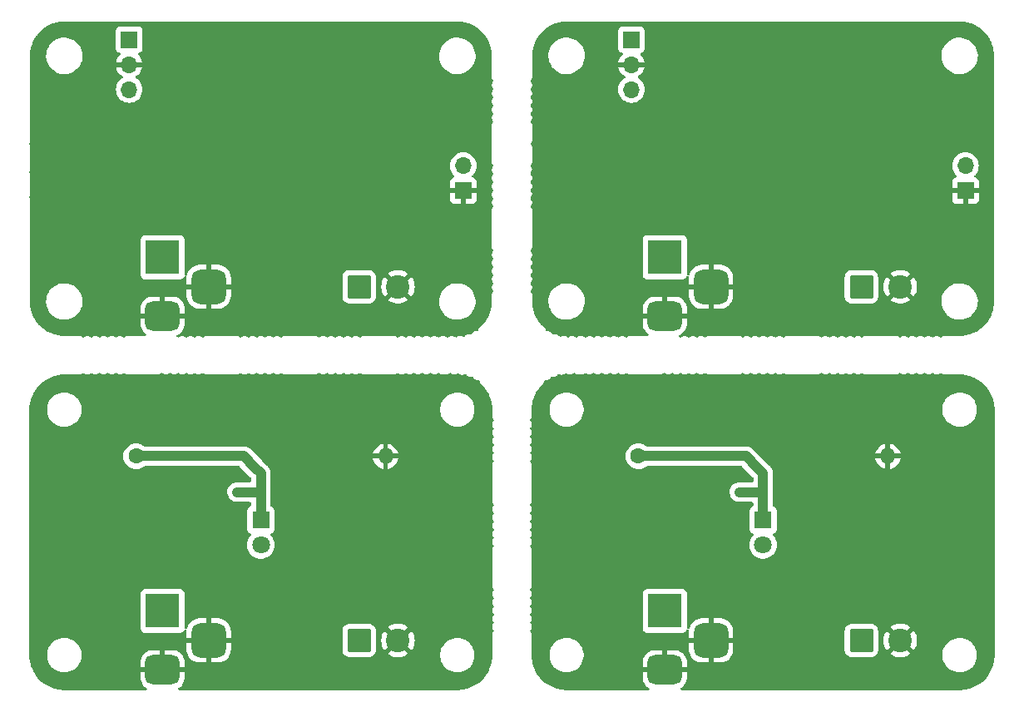
<source format=gbr>
%TF.GenerationSoftware,KiCad,Pcbnew,7.0.10*%
%TF.CreationDate,2024-03-02T22:01:54+01:00*%
%TF.ProjectId,explorer-panel_panelized,6578706c-6f72-4657-922d-70616e656c5f,rev?*%
%TF.SameCoordinates,Original*%
%TF.FileFunction,Copper,L2,Bot*%
%TF.FilePolarity,Positive*%
%FSLAX46Y46*%
G04 Gerber Fmt 4.6, Leading zero omitted, Abs format (unit mm)*
G04 Created by KiCad (PCBNEW 7.0.10) date 2024-03-02 22:01:54*
%MOMM*%
%LPD*%
G01*
G04 APERTURE LIST*
G04 Aperture macros list*
%AMRoundRect*
0 Rectangle with rounded corners*
0 $1 Rounding radius*
0 $2 $3 $4 $5 $6 $7 $8 $9 X,Y pos of 4 corners*
0 Add a 4 corners polygon primitive as box body*
4,1,4,$2,$3,$4,$5,$6,$7,$8,$9,$2,$3,0*
0 Add four circle primitives for the rounded corners*
1,1,$1+$1,$2,$3*
1,1,$1+$1,$4,$5*
1,1,$1+$1,$6,$7*
1,1,$1+$1,$8,$9*
0 Add four rect primitives between the rounded corners*
20,1,$1+$1,$2,$3,$4,$5,0*
20,1,$1+$1,$4,$5,$6,$7,0*
20,1,$1+$1,$6,$7,$8,$9,0*
20,1,$1+$1,$8,$9,$2,$3,0*%
G04 Aperture macros list end*
%TA.AperFunction,ComponentPad*%
%ADD10R,1.800000X1.800000*%
%TD*%
%TA.AperFunction,ComponentPad*%
%ADD11C,1.800000*%
%TD*%
%TA.AperFunction,ComponentPad*%
%ADD12RoundRect,0.250001X-0.949999X-0.949999X0.949999X-0.949999X0.949999X0.949999X-0.949999X0.949999X0*%
%TD*%
%TA.AperFunction,ComponentPad*%
%ADD13C,2.400000*%
%TD*%
%TA.AperFunction,ComponentPad*%
%ADD14R,3.500000X3.500000*%
%TD*%
%TA.AperFunction,ComponentPad*%
%ADD15RoundRect,0.750000X1.000000X-0.750000X1.000000X0.750000X-1.000000X0.750000X-1.000000X-0.750000X0*%
%TD*%
%TA.AperFunction,ComponentPad*%
%ADD16RoundRect,0.875000X0.875000X-0.875000X0.875000X0.875000X-0.875000X0.875000X-0.875000X-0.875000X0*%
%TD*%
%TA.AperFunction,ComponentPad*%
%ADD17R,1.700000X1.700000*%
%TD*%
%TA.AperFunction,ComponentPad*%
%ADD18O,1.700000X1.700000*%
%TD*%
%TA.AperFunction,ComponentPad*%
%ADD19C,1.600000*%
%TD*%
%TA.AperFunction,ComponentPad*%
%ADD20O,1.600000X1.600000*%
%TD*%
%TA.AperFunction,ViaPad*%
%ADD21C,0.800000*%
%TD*%
%TA.AperFunction,Conductor*%
%ADD22C,1.000000*%
%TD*%
G04 APERTURE END LIST*
D10*
%TO.P,.D2,1,K*%
%TO.N,Board_0-Board_1-Net-(D1-K)*%
X24064000Y-51250000D03*
D11*
%TO.P,.D2,2,A*%
%TO.N,Board_0-Board_1-VCC*%
X24064000Y-53790000D03*
%TD*%
D12*
%TO.P,.J1,1,Pin_1*%
%TO.N,Board_1-Board_1-VCC*%
X85192000Y-63500000D03*
D13*
%TO.P,.J1,2,Pin_2*%
%TO.N,Board_1-Board_1-GND*%
X89152000Y-63500000D03*
%TD*%
D14*
%TO.P,J2,1,Pin_1*%
%TO.N,Board_0-Board_0-/PWR*%
X14064000Y-24500000D03*
D15*
%TO.P,J2,2,Pin_2*%
%TO.N,Board_0-Board_0-GND*%
X14064000Y-30500000D03*
D16*
%TO.P,J2,3,Pin_3*%
X18764000Y-27500000D03*
%TD*%
D17*
%TO.P,JPROG1,1,Pin_1*%
%TO.N,Board_0-Board_0-VCC*%
X10668000Y-2349000D03*
D18*
%TO.P,JPROG1,2,Pin_2*%
%TO.N,Board_0-Board_0-GND*%
X10668000Y-4889000D03*
%TO.P,JPROG1,3,Pin_3*%
%TO.N,Board_0-Board_0-Net-(JPROG1-Pin_3)*%
X10668000Y-7429000D03*
%TD*%
D14*
%TO.P,J2,1,Pin_1*%
%TO.N,Board_1-Board_0-/PWR*%
X65192000Y-24500000D03*
D15*
%TO.P,J2,2,Pin_2*%
%TO.N,Board_1-Board_0-GND*%
X65192000Y-30500000D03*
D16*
%TO.P,J2,3,Pin_3*%
X69892000Y-27500000D03*
%TD*%
D14*
%TO.P,.J2,1,Pin_1*%
%TO.N,Board_0-Board_1-VCC*%
X14064000Y-60500000D03*
D15*
%TO.P,.J2,2,Pin_2*%
%TO.N,Board_0-Board_1-GND*%
X14064000Y-66500000D03*
D16*
%TO.P,.J2,3,Pin_3*%
X18764000Y-63500000D03*
%TD*%
D14*
%TO.P,.J2,1,Pin_1*%
%TO.N,Board_1-Board_1-VCC*%
X65192000Y-60500000D03*
D15*
%TO.P,.J2,2,Pin_2*%
%TO.N,Board_1-Board_1-GND*%
X65192000Y-66500000D03*
D16*
%TO.P,.J2,3,Pin_3*%
X69892000Y-63500000D03*
%TD*%
D17*
%TO.P,JPROG1,1,Pin_1*%
%TO.N,Board_1-Board_0-VCC*%
X61796000Y-2349000D03*
D18*
%TO.P,JPROG1,2,Pin_2*%
%TO.N,Board_1-Board_0-GND*%
X61796000Y-4889000D03*
%TO.P,JPROG1,3,Pin_3*%
%TO.N,Board_1-Board_0-Net-(JPROG1-Pin_3)*%
X61796000Y-7429000D03*
%TD*%
D19*
%TO.P,.R1,1*%
%TO.N,Board_1-Board_1-Net-(D1-K)*%
X62492000Y-44750000D03*
D20*
%TO.P,.R1,2*%
%TO.N,Board_1-Board_1-GND*%
X87892000Y-44750000D03*
%TD*%
D12*
%TO.P,J1,1,Pin_1*%
%TO.N,Board_0-Board_0-/PWR*%
X34064000Y-27500000D03*
D13*
%TO.P,J1,2,Pin_2*%
%TO.N,Board_0-Board_0-GND*%
X38024000Y-27500000D03*
%TD*%
D10*
%TO.P,.D2,1,K*%
%TO.N,Board_1-Board_1-Net-(D1-K)*%
X75192000Y-51250000D03*
D11*
%TO.P,.D2,2,A*%
%TO.N,Board_1-Board_1-VCC*%
X75192000Y-53790000D03*
%TD*%
D17*
%TO.P,JSPK1,1,Pin_1*%
%TO.N,Board_1-Board_0-GND*%
X95792000Y-17724000D03*
D18*
%TO.P,JSPK1,2,Pin_2*%
%TO.N,Board_1-Board_0-/AUDIO_OUT_FILTER*%
X95792000Y-15184000D03*
%TD*%
D19*
%TO.P,.R1,1*%
%TO.N,Board_0-Board_1-Net-(D1-K)*%
X11364000Y-44750000D03*
D20*
%TO.P,.R1,2*%
%TO.N,Board_0-Board_1-GND*%
X36764000Y-44750000D03*
%TD*%
D17*
%TO.P,JSPK1,1,Pin_1*%
%TO.N,Board_0-Board_0-GND*%
X44664000Y-17724000D03*
D18*
%TO.P,JSPK1,2,Pin_2*%
%TO.N,Board_0-Board_0-/AUDIO_OUT_FILTER*%
X44664000Y-15184000D03*
%TD*%
D12*
%TO.P,J1,1,Pin_1*%
%TO.N,Board_1-Board_0-/PWR*%
X85192000Y-27500000D03*
D13*
%TO.P,J1,2,Pin_2*%
%TO.N,Board_1-Board_0-GND*%
X89152000Y-27500000D03*
%TD*%
D12*
%TO.P,.J1,1,Pin_1*%
%TO.N,Board_0-Board_1-VCC*%
X34064000Y-63500000D03*
D13*
%TO.P,.J1,2,Pin_2*%
%TO.N,Board_0-Board_1-GND*%
X38024000Y-63500000D03*
%TD*%
D21*
%TO.N,Board_1-Board_1-Net-(D1-K)*%
X72792000Y-48400000D03*
%TO.N,Board_1-Board_0-GND*%
X60092000Y-15100000D03*
X51992000Y-13000000D03*
X85291000Y-15684000D03*
X60092000Y-16300000D03*
X61492000Y-16300000D03*
X85291000Y-16700000D03*
X87831000Y-16700000D03*
X51992000Y-18400000D03*
X71192000Y-12600000D03*
X64992000Y-12600000D03*
X62892000Y-16300000D03*
X51992000Y-15800000D03*
X62892000Y-15100000D03*
X86561000Y-15684000D03*
X86561000Y-16700000D03*
X61492000Y-15100000D03*
X84021000Y-15684000D03*
X85291000Y-14541000D03*
X68092000Y-12600000D03*
%TO.N,Board_0-Board_1-Net-(D1-K)*%
X21664000Y-48400000D03*
%TO.N,Board_0-Board_0-GND*%
X8964000Y-16300000D03*
X34163000Y-14541000D03*
X36703000Y-16700000D03*
X16964000Y-12600000D03*
X35433000Y-16700000D03*
X864000Y-18400000D03*
X34163000Y-16700000D03*
X10364000Y-16300000D03*
X32893000Y-15684000D03*
X34163000Y-15684000D03*
X11764000Y-15100000D03*
X10364000Y-15100000D03*
X20064000Y-12600000D03*
X8964000Y-15100000D03*
X13864000Y-12600000D03*
X864000Y-13000000D03*
X11764000Y-16300000D03*
X35433000Y-15684000D03*
X864000Y-15800000D03*
%TD*%
D22*
%TO.N,Board_1-Board_1-Net-(D1-K)*%
X75192000Y-51250000D02*
X75192000Y-48400000D01*
X75192000Y-48400000D02*
X75192000Y-46500000D01*
X73442000Y-44750000D02*
X62492000Y-44750000D01*
X75192000Y-46500000D02*
X74567000Y-45875000D01*
X74567000Y-45875000D02*
X73442000Y-44750000D01*
X72792000Y-48400000D02*
X75192000Y-48400000D01*
%TO.N,Board_0-Board_1-Net-(D1-K)*%
X23439000Y-45875000D02*
X22314000Y-44750000D01*
X24064000Y-48400000D02*
X24064000Y-46500000D01*
X21664000Y-48400000D02*
X24064000Y-48400000D01*
X24064000Y-51250000D02*
X24064000Y-48400000D01*
X24064000Y-46500000D02*
X23439000Y-45875000D01*
X22314000Y-44750000D02*
X11364000Y-44750000D01*
%TD*%
%TA.AperFunction,Conductor*%
%TO.N,Board_1-Board_0-GND*%
G36*
X95187231Y-500540D02*
G01*
X95366093Y-505070D01*
X95372350Y-505387D01*
X95542902Y-518375D01*
X95549093Y-519005D01*
X95718826Y-540621D01*
X95724940Y-541558D01*
X95893347Y-571742D01*
X95899448Y-572996D01*
X96066069Y-611661D01*
X96072119Y-613227D01*
X96236559Y-660279D01*
X96242522Y-662150D01*
X96404366Y-717470D01*
X96404372Y-717472D01*
X96410262Y-719654D01*
X96415154Y-721608D01*
X96569071Y-783089D01*
X96574799Y-785546D01*
X96730268Y-856979D01*
X96735838Y-859712D01*
X96887469Y-938919D01*
X96892931Y-941951D01*
X97040335Y-1028720D01*
X97045597Y-1032000D01*
X97188438Y-1126142D01*
X97193582Y-1129723D01*
X97331445Y-1230957D01*
X97336401Y-1234793D01*
X97384411Y-1273940D01*
X97468946Y-1342869D01*
X97473703Y-1346953D01*
X97589011Y-1451129D01*
X97600595Y-1461595D01*
X97605149Y-1465924D01*
X97726064Y-1586839D01*
X97730393Y-1591393D01*
X97845043Y-1718294D01*
X97849135Y-1723060D01*
X97957204Y-1855596D01*
X97961049Y-1860564D01*
X98062266Y-1998401D01*
X98065855Y-2003557D01*
X98159962Y-2146347D01*
X98163286Y-2151680D01*
X98250039Y-2299053D01*
X98253087Y-2304545D01*
X98310796Y-2415022D01*
X98322220Y-2436892D01*
X98332263Y-2456117D01*
X98335029Y-2461754D01*
X98339155Y-2470734D01*
X98406432Y-2617157D01*
X98408909Y-2622930D01*
X98472345Y-2781738D01*
X98474525Y-2787623D01*
X98474525Y-2787625D01*
X98474527Y-2787629D01*
X98529843Y-2949460D01*
X98531724Y-2955456D01*
X98578765Y-3119859D01*
X98580339Y-3125940D01*
X98618995Y-3292522D01*
X98620260Y-3298676D01*
X98650434Y-3467027D01*
X98651380Y-3473203D01*
X98672987Y-3642855D01*
X98672987Y-3642856D01*
X98673622Y-3649105D01*
X98686609Y-3819642D01*
X98686927Y-3825916D01*
X98691460Y-4004744D01*
X98691500Y-4007886D01*
X98691500Y-28992112D01*
X98691460Y-28995254D01*
X98686927Y-29174081D01*
X98686609Y-29180355D01*
X98673622Y-29350892D01*
X98672987Y-29357131D01*
X98651381Y-29526788D01*
X98650434Y-29532970D01*
X98620260Y-29701321D01*
X98618995Y-29707475D01*
X98580339Y-29874057D01*
X98578765Y-29880138D01*
X98531724Y-30044541D01*
X98529843Y-30050537D01*
X98474527Y-30212368D01*
X98472345Y-30218259D01*
X98408909Y-30377067D01*
X98406432Y-30382840D01*
X98335031Y-30538239D01*
X98332263Y-30543880D01*
X98253087Y-30695452D01*
X98250039Y-30700944D01*
X98163286Y-30848317D01*
X98159962Y-30853650D01*
X98065855Y-30996440D01*
X98062266Y-31001596D01*
X97961049Y-31139433D01*
X97957204Y-31144401D01*
X97849135Y-31276937D01*
X97845043Y-31281703D01*
X97730393Y-31408604D01*
X97726064Y-31413158D01*
X97605149Y-31534073D01*
X97600595Y-31538402D01*
X97473712Y-31653036D01*
X97468946Y-31657128D01*
X97336414Y-31765194D01*
X97331445Y-31769040D01*
X97193582Y-31870274D01*
X97188428Y-31873862D01*
X97149329Y-31899631D01*
X97045625Y-31967978D01*
X97040302Y-31971297D01*
X96892951Y-32058035D01*
X96887461Y-32061082D01*
X96735858Y-32140275D01*
X96730235Y-32143033D01*
X96577023Y-32213430D01*
X96574838Y-32214434D01*
X96569064Y-32216911D01*
X96410262Y-32280343D01*
X96404372Y-32282525D01*
X96242544Y-32337840D01*
X96236549Y-32339721D01*
X96072135Y-32386766D01*
X96066053Y-32388340D01*
X95899475Y-32426995D01*
X95893321Y-32428260D01*
X95724970Y-32458434D01*
X95718788Y-32459381D01*
X95549132Y-32480987D01*
X95542893Y-32481622D01*
X95372354Y-32494609D01*
X95366080Y-32494927D01*
X95187255Y-32499460D01*
X95184113Y-32499500D01*
X93763961Y-32499500D01*
X93620039Y-32499500D01*
X93620036Y-32499500D01*
X93620034Y-32499501D01*
X93593842Y-32507190D01*
X93576568Y-32510948D01*
X93549544Y-32514834D01*
X93549541Y-32514835D01*
X93524710Y-32526175D01*
X93508141Y-32532355D01*
X93495171Y-32536163D01*
X93481947Y-32540047D01*
X93481945Y-32540047D01*
X93481945Y-32540048D01*
X93458982Y-32554805D01*
X93443461Y-32563280D01*
X93418628Y-32574621D01*
X93418625Y-32574623D01*
X93398000Y-32592495D01*
X93383840Y-32603095D01*
X93360876Y-32617853D01*
X93354173Y-32623662D01*
X93352074Y-32621240D01*
X93306482Y-32650499D01*
X93236612Y-32650453D01*
X93190423Y-32625212D01*
X93132043Y-32574625D01*
X93132037Y-32574622D01*
X93001122Y-32514834D01*
X92920199Y-32503200D01*
X92894465Y-32499500D01*
X92822867Y-32499500D01*
X92818430Y-32500138D01*
X92716209Y-32514834D01*
X92585294Y-32574622D01*
X92585293Y-32574623D01*
X92523201Y-32628425D01*
X92459645Y-32657449D01*
X92390486Y-32647505D01*
X92360797Y-32628424D01*
X92298710Y-32574625D01*
X92298704Y-32574622D01*
X92167789Y-32514834D01*
X92086866Y-32503200D01*
X92061132Y-32499500D01*
X91989534Y-32499500D01*
X91985097Y-32500138D01*
X91882876Y-32514834D01*
X91751961Y-32574622D01*
X91751960Y-32574623D01*
X91689868Y-32628425D01*
X91626312Y-32657449D01*
X91557153Y-32647505D01*
X91527464Y-32628424D01*
X91465377Y-32574625D01*
X91465371Y-32574622D01*
X91334456Y-32514834D01*
X91253533Y-32503200D01*
X91227799Y-32499500D01*
X91156201Y-32499500D01*
X91151764Y-32500138D01*
X91049543Y-32514834D01*
X90918628Y-32574622D01*
X90918627Y-32574623D01*
X90856535Y-32628425D01*
X90792979Y-32657449D01*
X90723820Y-32647505D01*
X90694131Y-32628425D01*
X90659367Y-32598303D01*
X90632039Y-32574623D01*
X90611362Y-32565180D01*
X90501122Y-32514834D01*
X90420199Y-32503200D01*
X90394465Y-32499500D01*
X90322867Y-32499500D01*
X90318430Y-32500138D01*
X90216209Y-32514834D01*
X90085294Y-32574622D01*
X90085293Y-32574623D01*
X90023201Y-32628425D01*
X89959645Y-32657449D01*
X89890486Y-32647505D01*
X89860797Y-32628424D01*
X89798710Y-32574625D01*
X89798704Y-32574622D01*
X89667789Y-32514834D01*
X89586866Y-32503200D01*
X89561132Y-32499500D01*
X89489534Y-32499500D01*
X89485097Y-32500138D01*
X89382876Y-32514834D01*
X89251961Y-32574622D01*
X89251960Y-32574623D01*
X89193575Y-32625213D01*
X89130019Y-32654237D01*
X89060860Y-32644293D01*
X89031196Y-32622083D01*
X89029828Y-32623663D01*
X89023123Y-32617853D01*
X89000160Y-32603095D01*
X88986000Y-32592496D01*
X88971781Y-32580176D01*
X88965373Y-32574623D01*
X88940541Y-32563282D01*
X88925019Y-32554806D01*
X88925017Y-32554805D01*
X88902053Y-32540047D01*
X88902051Y-32540046D01*
X88875858Y-32532355D01*
X88859288Y-32526174D01*
X88834457Y-32514835D01*
X88807423Y-32510947D01*
X88790154Y-32507190D01*
X88763963Y-32499500D01*
X88763961Y-32499500D01*
X88727799Y-32499500D01*
X85763961Y-32499500D01*
X85620039Y-32499500D01*
X85620036Y-32499500D01*
X85620034Y-32499501D01*
X85593842Y-32507190D01*
X85576568Y-32510948D01*
X85549544Y-32514834D01*
X85549541Y-32514835D01*
X85524710Y-32526175D01*
X85508141Y-32532355D01*
X85495171Y-32536163D01*
X85481947Y-32540047D01*
X85481945Y-32540047D01*
X85481945Y-32540048D01*
X85458982Y-32554805D01*
X85443461Y-32563280D01*
X85418628Y-32574621D01*
X85418625Y-32574623D01*
X85398000Y-32592495D01*
X85383840Y-32603095D01*
X85360876Y-32617853D01*
X85354173Y-32623662D01*
X85352074Y-32621240D01*
X85306482Y-32650499D01*
X85236612Y-32650453D01*
X85190423Y-32625212D01*
X85132043Y-32574625D01*
X85132037Y-32574622D01*
X85001122Y-32514834D01*
X84920199Y-32503200D01*
X84894465Y-32499500D01*
X84822867Y-32499500D01*
X84818430Y-32500138D01*
X84716209Y-32514834D01*
X84585294Y-32574622D01*
X84585293Y-32574623D01*
X84523201Y-32628425D01*
X84459645Y-32657449D01*
X84390486Y-32647505D01*
X84360797Y-32628424D01*
X84298710Y-32574625D01*
X84298704Y-32574622D01*
X84167789Y-32514834D01*
X84086866Y-32503200D01*
X84061132Y-32499500D01*
X83989534Y-32499500D01*
X83985097Y-32500138D01*
X83882876Y-32514834D01*
X83751961Y-32574622D01*
X83751960Y-32574623D01*
X83689868Y-32628425D01*
X83626312Y-32657449D01*
X83557153Y-32647505D01*
X83527464Y-32628424D01*
X83465377Y-32574625D01*
X83465371Y-32574622D01*
X83334456Y-32514834D01*
X83253533Y-32503200D01*
X83227799Y-32499500D01*
X83156201Y-32499500D01*
X83151764Y-32500138D01*
X83049543Y-32514834D01*
X82918628Y-32574622D01*
X82918627Y-32574623D01*
X82856535Y-32628425D01*
X82792979Y-32657449D01*
X82723820Y-32647505D01*
X82694131Y-32628425D01*
X82659367Y-32598303D01*
X82632039Y-32574623D01*
X82611362Y-32565180D01*
X82501122Y-32514834D01*
X82420199Y-32503200D01*
X82394465Y-32499500D01*
X82322867Y-32499500D01*
X82318430Y-32500138D01*
X82216209Y-32514834D01*
X82085294Y-32574622D01*
X82085293Y-32574623D01*
X82023201Y-32628425D01*
X81959645Y-32657449D01*
X81890486Y-32647505D01*
X81860797Y-32628424D01*
X81798710Y-32574625D01*
X81798704Y-32574622D01*
X81667789Y-32514834D01*
X81586866Y-32503200D01*
X81561132Y-32499500D01*
X81489534Y-32499500D01*
X81485097Y-32500138D01*
X81382876Y-32514834D01*
X81251961Y-32574622D01*
X81251960Y-32574623D01*
X81193575Y-32625213D01*
X81130019Y-32654237D01*
X81060860Y-32644293D01*
X81031196Y-32622083D01*
X81029828Y-32623663D01*
X81023123Y-32617853D01*
X81000160Y-32603095D01*
X80986000Y-32592496D01*
X80971781Y-32580176D01*
X80965373Y-32574623D01*
X80940541Y-32563282D01*
X80925019Y-32554806D01*
X80925017Y-32554805D01*
X80902053Y-32540047D01*
X80902051Y-32540046D01*
X80875858Y-32532355D01*
X80859288Y-32526174D01*
X80834457Y-32514835D01*
X80807423Y-32510947D01*
X80790154Y-32507190D01*
X80763963Y-32499500D01*
X80763961Y-32499500D01*
X80727799Y-32499500D01*
X77763961Y-32499500D01*
X77620039Y-32499500D01*
X77620036Y-32499500D01*
X77620034Y-32499501D01*
X77593842Y-32507190D01*
X77576568Y-32510948D01*
X77549544Y-32514834D01*
X77549541Y-32514835D01*
X77524710Y-32526175D01*
X77508141Y-32532355D01*
X77495171Y-32536163D01*
X77481947Y-32540047D01*
X77481945Y-32540047D01*
X77481945Y-32540048D01*
X77458982Y-32554805D01*
X77443461Y-32563280D01*
X77418628Y-32574621D01*
X77418625Y-32574623D01*
X77398000Y-32592495D01*
X77383840Y-32603095D01*
X77360876Y-32617853D01*
X77354173Y-32623662D01*
X77352074Y-32621240D01*
X77306482Y-32650499D01*
X77236612Y-32650453D01*
X77190423Y-32625212D01*
X77132043Y-32574625D01*
X77132037Y-32574622D01*
X77001122Y-32514834D01*
X76920199Y-32503200D01*
X76894465Y-32499500D01*
X76822867Y-32499500D01*
X76818430Y-32500138D01*
X76716209Y-32514834D01*
X76585294Y-32574622D01*
X76585293Y-32574623D01*
X76523201Y-32628425D01*
X76459645Y-32657449D01*
X76390486Y-32647505D01*
X76360797Y-32628424D01*
X76298710Y-32574625D01*
X76298704Y-32574622D01*
X76167789Y-32514834D01*
X76086866Y-32503200D01*
X76061132Y-32499500D01*
X75989534Y-32499500D01*
X75985097Y-32500138D01*
X75882876Y-32514834D01*
X75751961Y-32574622D01*
X75751960Y-32574623D01*
X75689868Y-32628425D01*
X75626312Y-32657449D01*
X75557153Y-32647505D01*
X75527464Y-32628424D01*
X75465377Y-32574625D01*
X75465371Y-32574622D01*
X75334456Y-32514834D01*
X75253533Y-32503200D01*
X75227799Y-32499500D01*
X75156201Y-32499500D01*
X75151764Y-32500138D01*
X75049543Y-32514834D01*
X74918628Y-32574622D01*
X74918627Y-32574623D01*
X74856535Y-32628425D01*
X74792979Y-32657449D01*
X74723820Y-32647505D01*
X74694131Y-32628424D01*
X74632044Y-32574625D01*
X74632038Y-32574622D01*
X74501123Y-32514834D01*
X74420200Y-32503200D01*
X74394466Y-32499500D01*
X74322868Y-32499500D01*
X74318431Y-32500138D01*
X74216210Y-32514834D01*
X74085295Y-32574622D01*
X74085294Y-32574623D01*
X74023202Y-32628425D01*
X73959646Y-32657449D01*
X73890487Y-32647505D01*
X73860798Y-32628424D01*
X73798711Y-32574625D01*
X73798705Y-32574622D01*
X73667790Y-32514834D01*
X73586867Y-32503200D01*
X73561133Y-32499500D01*
X73489535Y-32499500D01*
X73485098Y-32500138D01*
X73382877Y-32514834D01*
X73251962Y-32574622D01*
X73251956Y-32574625D01*
X73193574Y-32625213D01*
X73130018Y-32654237D01*
X73060859Y-32644292D01*
X73031196Y-32622083D01*
X73029828Y-32623663D01*
X73023123Y-32617853D01*
X73000160Y-32603095D01*
X72986000Y-32592496D01*
X72971781Y-32580176D01*
X72965373Y-32574623D01*
X72940541Y-32563282D01*
X72925019Y-32554806D01*
X72925017Y-32554805D01*
X72902053Y-32540047D01*
X72902051Y-32540046D01*
X72875858Y-32532355D01*
X72859288Y-32526174D01*
X72834457Y-32514835D01*
X72807423Y-32510947D01*
X72790154Y-32507190D01*
X72763963Y-32499500D01*
X72763961Y-32499500D01*
X72727799Y-32499500D01*
X69763961Y-32499500D01*
X69620039Y-32499500D01*
X69620036Y-32499500D01*
X69620034Y-32499501D01*
X69593842Y-32507190D01*
X69576568Y-32510948D01*
X69549544Y-32514834D01*
X69549541Y-32514835D01*
X69524710Y-32526175D01*
X69508141Y-32532355D01*
X69495171Y-32536163D01*
X69481947Y-32540047D01*
X69481945Y-32540047D01*
X69481945Y-32540048D01*
X69458982Y-32554805D01*
X69443461Y-32563280D01*
X69418628Y-32574621D01*
X69418625Y-32574623D01*
X69398000Y-32592495D01*
X69383840Y-32603095D01*
X69360876Y-32617853D01*
X69354173Y-32623662D01*
X69352070Y-32621235D01*
X69306526Y-32650486D01*
X69236657Y-32650466D01*
X69190424Y-32625212D01*
X69132044Y-32574625D01*
X69132038Y-32574622D01*
X69001123Y-32514834D01*
X68920200Y-32503200D01*
X68894466Y-32499500D01*
X68822868Y-32499500D01*
X68818431Y-32500138D01*
X68716210Y-32514834D01*
X68585295Y-32574622D01*
X68585294Y-32574623D01*
X68523202Y-32628425D01*
X68459646Y-32657449D01*
X68390487Y-32647505D01*
X68360798Y-32628424D01*
X68298711Y-32574625D01*
X68298705Y-32574622D01*
X68167790Y-32514834D01*
X68086867Y-32503200D01*
X68061133Y-32499500D01*
X67989535Y-32499500D01*
X67985098Y-32500138D01*
X67882877Y-32514834D01*
X67751962Y-32574622D01*
X67751961Y-32574623D01*
X67689869Y-32628425D01*
X67626313Y-32657449D01*
X67557154Y-32647505D01*
X67527465Y-32628425D01*
X67492701Y-32598303D01*
X67465373Y-32574623D01*
X67444696Y-32565180D01*
X67334456Y-32514834D01*
X67253533Y-32503200D01*
X67227799Y-32499500D01*
X67156201Y-32499500D01*
X67151764Y-32500138D01*
X67049543Y-32514834D01*
X66918628Y-32574622D01*
X66918627Y-32574623D01*
X66856535Y-32628425D01*
X66792979Y-32657449D01*
X66723820Y-32647505D01*
X66694130Y-32628423D01*
X66663407Y-32601801D01*
X66625633Y-32543023D01*
X66625633Y-32473153D01*
X66663408Y-32414375D01*
X66693329Y-32395190D01*
X66811375Y-32341571D01*
X66811380Y-32341568D01*
X66996323Y-32213440D01*
X66996335Y-32213430D01*
X67155430Y-32054335D01*
X67155440Y-32054323D01*
X67283568Y-31869380D01*
X67283571Y-31869374D01*
X67376622Y-31664519D01*
X67431599Y-31446332D01*
X67441999Y-31314196D01*
X67442000Y-31314184D01*
X67442000Y-30750000D01*
X66625686Y-30750000D01*
X66651493Y-30709844D01*
X66692000Y-30571889D01*
X66692000Y-30428111D01*
X66651493Y-30290156D01*
X66625686Y-30250000D01*
X67441999Y-30250000D01*
X67441999Y-29685817D01*
X67441998Y-29685802D01*
X67431599Y-29553667D01*
X67376622Y-29335480D01*
X67283571Y-29130625D01*
X67283568Y-29130619D01*
X67155440Y-28945676D01*
X67155430Y-28945664D01*
X66996335Y-28786569D01*
X66996323Y-28786559D01*
X66811380Y-28658431D01*
X66811374Y-28658428D01*
X66606519Y-28565377D01*
X66388332Y-28510400D01*
X66256196Y-28500000D01*
X65442000Y-28500000D01*
X65442000Y-30000000D01*
X64942000Y-30000000D01*
X64942000Y-28500000D01*
X64127817Y-28500000D01*
X64127802Y-28500001D01*
X63995667Y-28510400D01*
X63777480Y-28565377D01*
X63572625Y-28658428D01*
X63572619Y-28658431D01*
X63387676Y-28786559D01*
X63387664Y-28786569D01*
X63228569Y-28945664D01*
X63228559Y-28945676D01*
X63100431Y-29130619D01*
X63100428Y-29130625D01*
X63007377Y-29335480D01*
X62952400Y-29553667D01*
X62942000Y-29685803D01*
X62942000Y-30250000D01*
X63758314Y-30250000D01*
X63732507Y-30290156D01*
X63692000Y-30428111D01*
X63692000Y-30571889D01*
X63732507Y-30709844D01*
X63758314Y-30750000D01*
X62942001Y-30750000D01*
X62942001Y-31314197D01*
X62952400Y-31446332D01*
X63007377Y-31664519D01*
X63100428Y-31869374D01*
X63100431Y-31869380D01*
X63228559Y-32054323D01*
X63228569Y-32054335D01*
X63387664Y-32213430D01*
X63387669Y-32213434D01*
X63474472Y-32273571D01*
X63518368Y-32327930D01*
X63525908Y-32397392D01*
X63494697Y-32459903D01*
X63434645Y-32495617D01*
X63403856Y-32499500D01*
X61763961Y-32499500D01*
X61620039Y-32499500D01*
X61620036Y-32499500D01*
X61620034Y-32499501D01*
X61593842Y-32507190D01*
X61576568Y-32510948D01*
X61549544Y-32514834D01*
X61549541Y-32514835D01*
X61524710Y-32526175D01*
X61508141Y-32532355D01*
X61495171Y-32536163D01*
X61481947Y-32540047D01*
X61481945Y-32540047D01*
X61481945Y-32540048D01*
X61458982Y-32554805D01*
X61443461Y-32563280D01*
X61418628Y-32574621D01*
X61418625Y-32574623D01*
X61398000Y-32592495D01*
X61383840Y-32603095D01*
X61360876Y-32617853D01*
X61354173Y-32623662D01*
X61352070Y-32621235D01*
X61306526Y-32650486D01*
X61236657Y-32650466D01*
X61190424Y-32625212D01*
X61132044Y-32574625D01*
X61132038Y-32574622D01*
X61001123Y-32514834D01*
X60920200Y-32503200D01*
X60894466Y-32499500D01*
X60822868Y-32499500D01*
X60818431Y-32500138D01*
X60716210Y-32514834D01*
X60585295Y-32574622D01*
X60585294Y-32574623D01*
X60523202Y-32628425D01*
X60459646Y-32657449D01*
X60390487Y-32647505D01*
X60360798Y-32628424D01*
X60298711Y-32574625D01*
X60298705Y-32574622D01*
X60167790Y-32514834D01*
X60086867Y-32503200D01*
X60061133Y-32499500D01*
X59989535Y-32499500D01*
X59985098Y-32500138D01*
X59882877Y-32514834D01*
X59751962Y-32574622D01*
X59751961Y-32574623D01*
X59689869Y-32628425D01*
X59626313Y-32657449D01*
X59557154Y-32647505D01*
X59527465Y-32628425D01*
X59492701Y-32598303D01*
X59465373Y-32574623D01*
X59444696Y-32565180D01*
X59334456Y-32514834D01*
X59253533Y-32503200D01*
X59227799Y-32499500D01*
X59156201Y-32499500D01*
X59151764Y-32500138D01*
X59049543Y-32514834D01*
X58918628Y-32574622D01*
X58918627Y-32574623D01*
X58856535Y-32628425D01*
X58792979Y-32657449D01*
X58723820Y-32647505D01*
X58694131Y-32628424D01*
X58632044Y-32574625D01*
X58632038Y-32574622D01*
X58501123Y-32514834D01*
X58420200Y-32503200D01*
X58394466Y-32499500D01*
X58322868Y-32499500D01*
X58318431Y-32500138D01*
X58216210Y-32514834D01*
X58085295Y-32574622D01*
X58085294Y-32574623D01*
X58023202Y-32628425D01*
X57959646Y-32657449D01*
X57890487Y-32647505D01*
X57860798Y-32628424D01*
X57798711Y-32574625D01*
X57798705Y-32574622D01*
X57667790Y-32514834D01*
X57586867Y-32503200D01*
X57561133Y-32499500D01*
X57489535Y-32499500D01*
X57485098Y-32500138D01*
X57382877Y-32514834D01*
X57251962Y-32574622D01*
X57251961Y-32574623D01*
X57189869Y-32628425D01*
X57126313Y-32657449D01*
X57057154Y-32647505D01*
X57027465Y-32628425D01*
X56992701Y-32598303D01*
X56965373Y-32574623D01*
X56944696Y-32565180D01*
X56834456Y-32514834D01*
X56753533Y-32503200D01*
X56727799Y-32499500D01*
X56656201Y-32499500D01*
X56656199Y-32499500D01*
X56651755Y-32500139D01*
X56616485Y-32500138D01*
X56612052Y-32499501D01*
X56612046Y-32499500D01*
X56612042Y-32499500D01*
X56540444Y-32499500D01*
X56536007Y-32500138D01*
X56433786Y-32514834D01*
X56302871Y-32574622D01*
X56302870Y-32574623D01*
X56234842Y-32633569D01*
X56171286Y-32662593D01*
X56102128Y-32652649D01*
X56072439Y-32633569D01*
X56004411Y-32574623D01*
X55983734Y-32565180D01*
X55873494Y-32514834D01*
X55792571Y-32503200D01*
X55766837Y-32499500D01*
X55695239Y-32499500D01*
X55690802Y-32500138D01*
X55588581Y-32514834D01*
X55457666Y-32574622D01*
X55457660Y-32574625D01*
X55397315Y-32626914D01*
X55333759Y-32655938D01*
X55264601Y-32645993D01*
X55234912Y-32626913D01*
X55159574Y-32561632D01*
X55159568Y-32561629D01*
X55028653Y-32501841D01*
X54948808Y-32490362D01*
X54921996Y-32486507D01*
X54850398Y-32486507D01*
X54832489Y-32489081D01*
X54743742Y-32501841D01*
X54605049Y-32565180D01*
X54535890Y-32575123D01*
X54472335Y-32546098D01*
X54449222Y-32519423D01*
X54438797Y-32503202D01*
X54438796Y-32503200D01*
X54330026Y-32408951D01*
X54284895Y-32388340D01*
X54199109Y-32349162D01*
X54119264Y-32337683D01*
X54092452Y-32333828D01*
X54020854Y-32333828D01*
X54005520Y-32336032D01*
X53914197Y-32349162D01*
X53904541Y-32353571D01*
X53898786Y-32356200D01*
X53829629Y-32366143D01*
X53766074Y-32337117D01*
X53743946Y-32307558D01*
X53742166Y-32308703D01*
X53737372Y-32301244D01*
X53737372Y-32301242D01*
X53659562Y-32180167D01*
X53550792Y-32085918D01*
X53525285Y-32074269D01*
X53419875Y-32026129D01*
X53340030Y-32014650D01*
X53313218Y-32010795D01*
X53241620Y-32010795D01*
X53241616Y-32010795D01*
X53212829Y-32014934D01*
X53143671Y-32004990D01*
X53090867Y-31959234D01*
X53072106Y-31907286D01*
X53071167Y-31899632D01*
X53071167Y-31899631D01*
X53071167Y-31899629D01*
X53057761Y-31868587D01*
X53052629Y-31854377D01*
X53043107Y-31821947D01*
X53031869Y-31804460D01*
X53022349Y-31786590D01*
X53014106Y-31767501D01*
X52992503Y-31741500D01*
X52983571Y-31729307D01*
X52965297Y-31700872D01*
X52915763Y-31657951D01*
X52913874Y-31656280D01*
X52783382Y-31538384D01*
X52778849Y-31534074D01*
X52657924Y-31413149D01*
X52653595Y-31408595D01*
X52568309Y-31314196D01*
X52538953Y-31281703D01*
X52534869Y-31276946D01*
X52484360Y-31215002D01*
X52426793Y-31144401D01*
X52422957Y-31139445D01*
X52321723Y-31001582D01*
X52318147Y-30996446D01*
X52224000Y-30853597D01*
X52220720Y-30848335D01*
X52133951Y-30700931D01*
X52130915Y-30695461D01*
X52051712Y-30543838D01*
X52048979Y-30538268D01*
X51977546Y-30382799D01*
X51975086Y-30377064D01*
X51911654Y-30218262D01*
X51909472Y-30212372D01*
X51892420Y-30162484D01*
X51854150Y-30050522D01*
X51852276Y-30044549D01*
X51852274Y-30044541D01*
X51805227Y-29880119D01*
X51803657Y-29874053D01*
X51774870Y-29749998D01*
X51764996Y-29707448D01*
X51763742Y-29701347D01*
X51733558Y-29532940D01*
X51732621Y-29526826D01*
X51711005Y-29357093D01*
X51710375Y-29350893D01*
X51709318Y-29337018D01*
X51697387Y-29180350D01*
X51697070Y-29174083D01*
X51697013Y-29171848D01*
X51694377Y-29067763D01*
X53337787Y-29067763D01*
X53367413Y-29337013D01*
X53367415Y-29337024D01*
X53424053Y-29553667D01*
X53435928Y-29599088D01*
X53541870Y-29848390D01*
X53590902Y-29928731D01*
X53682979Y-30079605D01*
X53682986Y-30079615D01*
X53856253Y-30287819D01*
X53856259Y-30287824D01*
X53960439Y-30381169D01*
X54057998Y-30468582D01*
X54283910Y-30618044D01*
X54529176Y-30733020D01*
X54529183Y-30733022D01*
X54529185Y-30733023D01*
X54788557Y-30811057D01*
X54788564Y-30811058D01*
X54788569Y-30811060D01*
X55056561Y-30850500D01*
X55056566Y-30850500D01*
X55259629Y-30850500D01*
X55259631Y-30850500D01*
X55259636Y-30850499D01*
X55259648Y-30850499D01*
X55297191Y-30847750D01*
X55462156Y-30835677D01*
X55589311Y-30807352D01*
X55726546Y-30776782D01*
X55726548Y-30776781D01*
X55726553Y-30776780D01*
X55979558Y-30680014D01*
X56215777Y-30547441D01*
X56430177Y-30381888D01*
X56618186Y-30186881D01*
X56775799Y-29966579D01*
X56849787Y-29822669D01*
X56899649Y-29725690D01*
X56899651Y-29725684D01*
X56899656Y-29725675D01*
X56987118Y-29469305D01*
X57036319Y-29202933D01*
X57046212Y-28932235D01*
X57016586Y-28662982D01*
X56948072Y-28400912D01*
X56842130Y-28151610D01*
X56701018Y-27920390D01*
X56611747Y-27813119D01*
X56527746Y-27712180D01*
X56527740Y-27712175D01*
X56326002Y-27531418D01*
X56100092Y-27381957D01*
X56100090Y-27381956D01*
X55854824Y-27266980D01*
X55854819Y-27266978D01*
X55854814Y-27266976D01*
X55595442Y-27188942D01*
X55595428Y-27188939D01*
X55479791Y-27171921D01*
X55327439Y-27149500D01*
X55124369Y-27149500D01*
X55124351Y-27149500D01*
X54921844Y-27164323D01*
X54921831Y-27164325D01*
X54657453Y-27223217D01*
X54657446Y-27223220D01*
X54404439Y-27319987D01*
X54168226Y-27452557D01*
X53953822Y-27618112D01*
X53765822Y-27813109D01*
X53765816Y-27813116D01*
X53608202Y-28033419D01*
X53608199Y-28033424D01*
X53484350Y-28274309D01*
X53484343Y-28274327D01*
X53396884Y-28530685D01*
X53396881Y-28530699D01*
X53347681Y-28797068D01*
X53347680Y-28797075D01*
X53337787Y-29067763D01*
X51694377Y-29067763D01*
X51692540Y-28995231D01*
X51692500Y-28992091D01*
X51692500Y-28327039D01*
X51684809Y-28300846D01*
X51681050Y-28283564D01*
X51679722Y-28274327D01*
X51677165Y-28256543D01*
X51669460Y-28239671D01*
X51665826Y-28231713D01*
X51659643Y-28215136D01*
X51651953Y-28188948D01*
X51651953Y-28188946D01*
X51637192Y-28165978D01*
X51628714Y-28150451D01*
X51628005Y-28148899D01*
X51617377Y-28125627D01*
X51599500Y-28104996D01*
X51588905Y-28090844D01*
X51574143Y-28067872D01*
X51574142Y-28067871D01*
X51570385Y-28063535D01*
X51541361Y-27999979D01*
X51551305Y-27930820D01*
X51570388Y-27901128D01*
X51574139Y-27896798D01*
X51574143Y-27896795D01*
X51651953Y-27775720D01*
X51692500Y-27637628D01*
X51692500Y-27493706D01*
X51651953Y-27355614D01*
X51574143Y-27234539D01*
X51574142Y-27234538D01*
X51574140Y-27234535D01*
X51570385Y-27230201D01*
X51541361Y-27166645D01*
X51551306Y-27097487D01*
X51570388Y-27067795D01*
X51574139Y-27063465D01*
X51574143Y-27063462D01*
X51651953Y-26942387D01*
X51692500Y-26804295D01*
X51692500Y-26660373D01*
X51676988Y-26607544D01*
X51651954Y-26522283D01*
X51637623Y-26499984D01*
X51574143Y-26401206D01*
X51570388Y-26396873D01*
X51541361Y-26333318D01*
X51546456Y-26297870D01*
X62941500Y-26297870D01*
X62941501Y-26297876D01*
X62947908Y-26357483D01*
X62998202Y-26492328D01*
X62998206Y-26492335D01*
X63084452Y-26607544D01*
X63084455Y-26607547D01*
X63199664Y-26693793D01*
X63199671Y-26693797D01*
X63334517Y-26744091D01*
X63334516Y-26744091D01*
X63341444Y-26744835D01*
X63394127Y-26750500D01*
X66989872Y-26750499D01*
X67049483Y-26744091D01*
X67184331Y-26693796D01*
X67299546Y-26607546D01*
X67385796Y-26492331D01*
X67404012Y-26443491D01*
X67445880Y-26387560D01*
X67511344Y-26363141D01*
X67579617Y-26377991D01*
X67629024Y-26427396D01*
X67644018Y-26493401D01*
X67642001Y-26531374D01*
X67642000Y-26531421D01*
X67642000Y-27250000D01*
X69392000Y-27250000D01*
X69392000Y-27750000D01*
X67642001Y-27750000D01*
X67642001Y-28468588D01*
X67644794Y-28521191D01*
X67689237Y-28750987D01*
X67771879Y-28969975D01*
X67890339Y-29171841D01*
X67890344Y-29171848D01*
X68041211Y-29350786D01*
X68041213Y-29350788D01*
X68220151Y-29501655D01*
X68220158Y-29501660D01*
X68422024Y-29620120D01*
X68641012Y-29702762D01*
X68870809Y-29747205D01*
X68923382Y-29749998D01*
X68923421Y-29749999D01*
X69641999Y-29749999D01*
X69642000Y-29749998D01*
X69642000Y-28933686D01*
X69682156Y-28959493D01*
X69820111Y-29000000D01*
X69963889Y-29000000D01*
X70101844Y-28959493D01*
X70142000Y-28933686D01*
X70142000Y-29749999D01*
X70860576Y-29749999D01*
X70860588Y-29749998D01*
X70913191Y-29747205D01*
X71142987Y-29702762D01*
X71361975Y-29620120D01*
X71563841Y-29501660D01*
X71563848Y-29501655D01*
X71742786Y-29350788D01*
X71742788Y-29350786D01*
X71893655Y-29171848D01*
X71893660Y-29171841D01*
X72012120Y-28969975D01*
X72094762Y-28750987D01*
X72139205Y-28521191D01*
X72139205Y-28521190D01*
X72140330Y-28500015D01*
X83491500Y-28500015D01*
X83502000Y-28602795D01*
X83502001Y-28602796D01*
X83557186Y-28769335D01*
X83557187Y-28769337D01*
X83649286Y-28918651D01*
X83649289Y-28918655D01*
X83773344Y-29042710D01*
X83773348Y-29042713D01*
X83922662Y-29134812D01*
X83922664Y-29134813D01*
X83922666Y-29134814D01*
X84089203Y-29189999D01*
X84191992Y-29200500D01*
X84191997Y-29200500D01*
X86192003Y-29200500D01*
X86192008Y-29200500D01*
X86294797Y-29189999D01*
X86461334Y-29134814D01*
X86610655Y-29042711D01*
X86734711Y-28918655D01*
X86826814Y-28769334D01*
X86881999Y-28602797D01*
X86892500Y-28500008D01*
X86892500Y-27500004D01*
X87447233Y-27500004D01*
X87466273Y-27754079D01*
X87522968Y-28002477D01*
X87522973Y-28002494D01*
X87616058Y-28239671D01*
X87616057Y-28239671D01*
X87743454Y-28460327D01*
X87743461Y-28460338D01*
X87785452Y-28512991D01*
X87785453Y-28512992D01*
X88511859Y-27786586D01*
X88571680Y-27900566D01*
X88684405Y-28027806D01*
X88824305Y-28124371D01*
X88865542Y-28140010D01*
X88138813Y-28866738D01*
X88299616Y-28976371D01*
X88299624Y-28976376D01*
X88529176Y-29086921D01*
X88529174Y-29086921D01*
X88772652Y-29162024D01*
X88772658Y-29162026D01*
X89024595Y-29199999D01*
X89024604Y-29200000D01*
X89279396Y-29200000D01*
X89279404Y-29199999D01*
X89531341Y-29162026D01*
X89531347Y-29162024D01*
X89774824Y-29086921D01*
X89814607Y-29067763D01*
X93337787Y-29067763D01*
X93367413Y-29337013D01*
X93367415Y-29337024D01*
X93424053Y-29553667D01*
X93435928Y-29599088D01*
X93541870Y-29848390D01*
X93590902Y-29928731D01*
X93682979Y-30079605D01*
X93682986Y-30079615D01*
X93856253Y-30287819D01*
X93856259Y-30287824D01*
X93960439Y-30381169D01*
X94057998Y-30468582D01*
X94283910Y-30618044D01*
X94529176Y-30733020D01*
X94529183Y-30733022D01*
X94529185Y-30733023D01*
X94788557Y-30811057D01*
X94788564Y-30811058D01*
X94788569Y-30811060D01*
X95056561Y-30850500D01*
X95056566Y-30850500D01*
X95259629Y-30850500D01*
X95259631Y-30850500D01*
X95259636Y-30850499D01*
X95259648Y-30850499D01*
X95297191Y-30847750D01*
X95462156Y-30835677D01*
X95589311Y-30807352D01*
X95726546Y-30776782D01*
X95726548Y-30776781D01*
X95726553Y-30776780D01*
X95979558Y-30680014D01*
X96215777Y-30547441D01*
X96430177Y-30381888D01*
X96618186Y-30186881D01*
X96775799Y-29966579D01*
X96849787Y-29822669D01*
X96899649Y-29725690D01*
X96899651Y-29725684D01*
X96899656Y-29725675D01*
X96987118Y-29469305D01*
X97036319Y-29202933D01*
X97046212Y-28932235D01*
X97016586Y-28662982D01*
X96948072Y-28400912D01*
X96842130Y-28151610D01*
X96701018Y-27920390D01*
X96611747Y-27813119D01*
X96527746Y-27712180D01*
X96527740Y-27712175D01*
X96326002Y-27531418D01*
X96100092Y-27381957D01*
X96100090Y-27381956D01*
X95854824Y-27266980D01*
X95854819Y-27266978D01*
X95854814Y-27266976D01*
X95595442Y-27188942D01*
X95595428Y-27188939D01*
X95479791Y-27171921D01*
X95327439Y-27149500D01*
X95124369Y-27149500D01*
X95124351Y-27149500D01*
X94921844Y-27164323D01*
X94921831Y-27164325D01*
X94657453Y-27223217D01*
X94657446Y-27223220D01*
X94404439Y-27319987D01*
X94168226Y-27452557D01*
X93953822Y-27618112D01*
X93765822Y-27813109D01*
X93765816Y-27813116D01*
X93608202Y-28033419D01*
X93608199Y-28033424D01*
X93484350Y-28274309D01*
X93484343Y-28274327D01*
X93396884Y-28530685D01*
X93396881Y-28530699D01*
X93347681Y-28797068D01*
X93347680Y-28797075D01*
X93337787Y-29067763D01*
X89814607Y-29067763D01*
X90004376Y-28976376D01*
X90004377Y-28976375D01*
X90165185Y-28866738D01*
X89438457Y-28140010D01*
X89479695Y-28124371D01*
X89619595Y-28027806D01*
X89732320Y-27900566D01*
X89792139Y-27786587D01*
X90518544Y-28512992D01*
X90518546Y-28512991D01*
X90560544Y-28460330D01*
X90687941Y-28239671D01*
X90781026Y-28002494D01*
X90781031Y-28002477D01*
X90837726Y-27754079D01*
X90856767Y-27500004D01*
X90856767Y-27499995D01*
X90837726Y-27245920D01*
X90781031Y-26997522D01*
X90781026Y-26997505D01*
X90687941Y-26760328D01*
X90687942Y-26760328D01*
X90560545Y-26539672D01*
X90518545Y-26487006D01*
X89792139Y-27213412D01*
X89732320Y-27099434D01*
X89619595Y-26972194D01*
X89479695Y-26875629D01*
X89438457Y-26859989D01*
X90165185Y-26133260D01*
X90004384Y-26023628D01*
X90004376Y-26023623D01*
X89774823Y-25913078D01*
X89774825Y-25913078D01*
X89531347Y-25837975D01*
X89531341Y-25837973D01*
X89279404Y-25800000D01*
X89024595Y-25800000D01*
X88772658Y-25837973D01*
X88772652Y-25837975D01*
X88529175Y-25913078D01*
X88299622Y-26023625D01*
X88299609Y-26023632D01*
X88138813Y-26133259D01*
X88865543Y-26859989D01*
X88824305Y-26875629D01*
X88684405Y-26972194D01*
X88571680Y-27099434D01*
X88511859Y-27213413D01*
X87785452Y-26487006D01*
X87743457Y-26539667D01*
X87616058Y-26760328D01*
X87522973Y-26997505D01*
X87522968Y-26997522D01*
X87466273Y-27245920D01*
X87447233Y-27499995D01*
X87447233Y-27500004D01*
X86892500Y-27500004D01*
X86892500Y-26499992D01*
X86881999Y-26397203D01*
X86826814Y-26230666D01*
X86826482Y-26230128D01*
X86734713Y-26081348D01*
X86734710Y-26081344D01*
X86610655Y-25957289D01*
X86610651Y-25957286D01*
X86461337Y-25865187D01*
X86461335Y-25865186D01*
X86346205Y-25827036D01*
X86294797Y-25810001D01*
X86294795Y-25810000D01*
X86192015Y-25799500D01*
X86192008Y-25799500D01*
X84191992Y-25799500D01*
X84191984Y-25799500D01*
X84089204Y-25810000D01*
X84089203Y-25810001D01*
X83922664Y-25865186D01*
X83922662Y-25865187D01*
X83773348Y-25957286D01*
X83773344Y-25957289D01*
X83649289Y-26081344D01*
X83649286Y-26081348D01*
X83557187Y-26230662D01*
X83557186Y-26230664D01*
X83502001Y-26397203D01*
X83502000Y-26397204D01*
X83491500Y-26499984D01*
X83491500Y-28500015D01*
X72140330Y-28500015D01*
X72141998Y-28468617D01*
X72142000Y-28468578D01*
X72142000Y-27750000D01*
X70392000Y-27750000D01*
X70392000Y-27250000D01*
X72141999Y-27250000D01*
X72141999Y-26531423D01*
X72141998Y-26531411D01*
X72139205Y-26478808D01*
X72094762Y-26249012D01*
X72012120Y-26030024D01*
X71893660Y-25828158D01*
X71893655Y-25828151D01*
X71742788Y-25649213D01*
X71742786Y-25649211D01*
X71563848Y-25498344D01*
X71563841Y-25498339D01*
X71361975Y-25379879D01*
X71142987Y-25297237D01*
X70913190Y-25252794D01*
X70860617Y-25250001D01*
X70860579Y-25250000D01*
X70142000Y-25250000D01*
X70142000Y-26066313D01*
X70101844Y-26040507D01*
X69963889Y-26000000D01*
X69820111Y-26000000D01*
X69682156Y-26040507D01*
X69642000Y-26066313D01*
X69642000Y-25250000D01*
X68923423Y-25250000D01*
X68923411Y-25250001D01*
X68870808Y-25252794D01*
X68641012Y-25297237D01*
X68422024Y-25379879D01*
X68220158Y-25498339D01*
X68220151Y-25498344D01*
X68041213Y-25649211D01*
X68041211Y-25649213D01*
X67890344Y-25828151D01*
X67890339Y-25828158D01*
X67771879Y-26030024D01*
X67689236Y-26249014D01*
X67688241Y-26254161D01*
X67656179Y-26316240D01*
X67595644Y-26351130D01*
X67525856Y-26347754D01*
X67468972Y-26307184D01*
X67443052Y-26242300D01*
X67442499Y-26230624D01*
X67442499Y-22702128D01*
X67436091Y-22642517D01*
X67385796Y-22507669D01*
X67385795Y-22507668D01*
X67385793Y-22507664D01*
X67299547Y-22392455D01*
X67299544Y-22392452D01*
X67184335Y-22306206D01*
X67184328Y-22306202D01*
X67049482Y-22255908D01*
X67049483Y-22255908D01*
X66989883Y-22249501D01*
X66989881Y-22249500D01*
X66989873Y-22249500D01*
X66989864Y-22249500D01*
X63394129Y-22249500D01*
X63394123Y-22249501D01*
X63334516Y-22255908D01*
X63199671Y-22306202D01*
X63199664Y-22306206D01*
X63084455Y-22392452D01*
X63084452Y-22392455D01*
X62998206Y-22507664D01*
X62998202Y-22507671D01*
X62947908Y-22642517D01*
X62941501Y-22702116D01*
X62941501Y-22702123D01*
X62941500Y-22702135D01*
X62941500Y-26297870D01*
X51546456Y-26297870D01*
X51551302Y-26264159D01*
X51570388Y-26234461D01*
X51574139Y-26230131D01*
X51574143Y-26230128D01*
X51651953Y-26109053D01*
X51692500Y-25970961D01*
X51692500Y-25827039D01*
X51651953Y-25688947D01*
X51574143Y-25567872D01*
X51574142Y-25567871D01*
X51574140Y-25567868D01*
X51570385Y-25563534D01*
X51541361Y-25499978D01*
X51551306Y-25430820D01*
X51570388Y-25401128D01*
X51574139Y-25396798D01*
X51574143Y-25396795D01*
X51651953Y-25275720D01*
X51692500Y-25137628D01*
X51692500Y-24993706D01*
X51651953Y-24855614D01*
X51574143Y-24734539D01*
X51574142Y-24734538D01*
X51574140Y-24734535D01*
X51570385Y-24730201D01*
X51541361Y-24666645D01*
X51551306Y-24597487D01*
X51570388Y-24567795D01*
X51574139Y-24563465D01*
X51574143Y-24563462D01*
X51651953Y-24442387D01*
X51692500Y-24304295D01*
X51692500Y-24160373D01*
X51651953Y-24022281D01*
X51574143Y-23901206D01*
X51570384Y-23896868D01*
X51541360Y-23833312D01*
X51551304Y-23764153D01*
X51570388Y-23734459D01*
X51574132Y-23730137D01*
X51574143Y-23730128D01*
X51588910Y-23707148D01*
X51599497Y-23693006D01*
X51617377Y-23672373D01*
X51628717Y-23647540D01*
X51637192Y-23632020D01*
X51651953Y-23609053D01*
X51659642Y-23582862D01*
X51665824Y-23566287D01*
X51677165Y-23541457D01*
X51681050Y-23514436D01*
X51684809Y-23497153D01*
X51692500Y-23470961D01*
X51692500Y-23327039D01*
X51692500Y-19730201D01*
X51692500Y-19694039D01*
X51684809Y-19667846D01*
X51681050Y-19650564D01*
X51677165Y-19623546D01*
X51677165Y-19623543D01*
X51677163Y-19623538D01*
X51665826Y-19598713D01*
X51659643Y-19582136D01*
X51651953Y-19555948D01*
X51651953Y-19555946D01*
X51637192Y-19532978D01*
X51628714Y-19517451D01*
X51628005Y-19515899D01*
X51617377Y-19492627D01*
X51599500Y-19471996D01*
X51588905Y-19457844D01*
X51574143Y-19434872D01*
X51574142Y-19434871D01*
X51570385Y-19430535D01*
X51541361Y-19366979D01*
X51551305Y-19297820D01*
X51570388Y-19268128D01*
X51574139Y-19263798D01*
X51574143Y-19263795D01*
X51651953Y-19142720D01*
X51692500Y-19004628D01*
X51692500Y-18860706D01*
X51651953Y-18722614D01*
X51574143Y-18601539D01*
X51574142Y-18601538D01*
X51574140Y-18601535D01*
X51570385Y-18597201D01*
X51541361Y-18533645D01*
X51551306Y-18464487D01*
X51570388Y-18434795D01*
X51574139Y-18430465D01*
X51574143Y-18430462D01*
X51651953Y-18309387D01*
X51692500Y-18171295D01*
X51692500Y-18027373D01*
X51683417Y-17996441D01*
X51651954Y-17889283D01*
X51574143Y-17768206D01*
X51570388Y-17763873D01*
X51541361Y-17700318D01*
X51551302Y-17631159D01*
X51570388Y-17601461D01*
X51574139Y-17597131D01*
X51574143Y-17597128D01*
X51651953Y-17476053D01*
X51692500Y-17337961D01*
X51692500Y-17194039D01*
X51651953Y-17055947D01*
X51574143Y-16934872D01*
X51574142Y-16934871D01*
X51574140Y-16934868D01*
X51570385Y-16930534D01*
X51541361Y-16866978D01*
X51551306Y-16797820D01*
X51570388Y-16768128D01*
X51574139Y-16763798D01*
X51574143Y-16763795D01*
X51651953Y-16642720D01*
X51692500Y-16504628D01*
X51692500Y-16360706D01*
X51667112Y-16274241D01*
X51651954Y-16222616D01*
X51651953Y-16222614D01*
X51574143Y-16101539D01*
X51574142Y-16101538D01*
X51574140Y-16101535D01*
X51570385Y-16097201D01*
X51541361Y-16033645D01*
X51551306Y-15964487D01*
X51570388Y-15934795D01*
X51574139Y-15930465D01*
X51574143Y-15930462D01*
X51651953Y-15809387D01*
X51692500Y-15671295D01*
X51692500Y-15527373D01*
X51683417Y-15496441D01*
X51651954Y-15389283D01*
X51574143Y-15268206D01*
X51570384Y-15263868D01*
X51541360Y-15200312D01*
X51543705Y-15184000D01*
X94436341Y-15184000D01*
X94456936Y-15419403D01*
X94456938Y-15419413D01*
X94518094Y-15647655D01*
X94518096Y-15647659D01*
X94518097Y-15647663D01*
X94529118Y-15671297D01*
X94617965Y-15861830D01*
X94617967Y-15861834D01*
X94689846Y-15964487D01*
X94753501Y-16055396D01*
X94753506Y-16055402D01*
X94875818Y-16177714D01*
X94909303Y-16239037D01*
X94904319Y-16308729D01*
X94862447Y-16364662D01*
X94831471Y-16381577D01*
X94699912Y-16430646D01*
X94699906Y-16430649D01*
X94584812Y-16516809D01*
X94584809Y-16516812D01*
X94498649Y-16631906D01*
X94498645Y-16631913D01*
X94448403Y-16766620D01*
X94448401Y-16766627D01*
X94442000Y-16826155D01*
X94442000Y-17474000D01*
X95358314Y-17474000D01*
X95332507Y-17514156D01*
X95292000Y-17652111D01*
X95292000Y-17795889D01*
X95332507Y-17933844D01*
X95358314Y-17974000D01*
X94442000Y-17974000D01*
X94442000Y-18621844D01*
X94448401Y-18681372D01*
X94448403Y-18681379D01*
X94498645Y-18816086D01*
X94498649Y-18816093D01*
X94584809Y-18931187D01*
X94584812Y-18931190D01*
X94699906Y-19017350D01*
X94699913Y-19017354D01*
X94834620Y-19067596D01*
X94834627Y-19067598D01*
X94894155Y-19073999D01*
X94894172Y-19074000D01*
X95542000Y-19074000D01*
X95542000Y-18159501D01*
X95649685Y-18208680D01*
X95756237Y-18224000D01*
X95827763Y-18224000D01*
X95934315Y-18208680D01*
X96042000Y-18159501D01*
X96042000Y-19074000D01*
X96689828Y-19074000D01*
X96689844Y-19073999D01*
X96749372Y-19067598D01*
X96749379Y-19067596D01*
X96884086Y-19017354D01*
X96884093Y-19017350D01*
X96999187Y-18931190D01*
X96999190Y-18931187D01*
X97085350Y-18816093D01*
X97085354Y-18816086D01*
X97135596Y-18681379D01*
X97135598Y-18681372D01*
X97141999Y-18621844D01*
X97142000Y-18621827D01*
X97142000Y-17974000D01*
X96225686Y-17974000D01*
X96251493Y-17933844D01*
X96292000Y-17795889D01*
X96292000Y-17652111D01*
X96251493Y-17514156D01*
X96225686Y-17474000D01*
X97142000Y-17474000D01*
X97142000Y-16826172D01*
X97141999Y-16826155D01*
X97135598Y-16766627D01*
X97135596Y-16766620D01*
X97085354Y-16631913D01*
X97085350Y-16631906D01*
X96999190Y-16516812D01*
X96999187Y-16516809D01*
X96884093Y-16430649D01*
X96884088Y-16430646D01*
X96752528Y-16381577D01*
X96696595Y-16339705D01*
X96672178Y-16274241D01*
X96687030Y-16205968D01*
X96708175Y-16177720D01*
X96830495Y-16055401D01*
X96966035Y-15861830D01*
X97065903Y-15647663D01*
X97127063Y-15419408D01*
X97147659Y-15184000D01*
X97127063Y-14948592D01*
X97065903Y-14720337D01*
X96966035Y-14506171D01*
X96916112Y-14434872D01*
X96830494Y-14312597D01*
X96663402Y-14145506D01*
X96663395Y-14145501D01*
X96469834Y-14009967D01*
X96469830Y-14009965D01*
X96469828Y-14009964D01*
X96255663Y-13910097D01*
X96255659Y-13910096D01*
X96255655Y-13910094D01*
X96027413Y-13848938D01*
X96027403Y-13848936D01*
X95792001Y-13828341D01*
X95791999Y-13828341D01*
X95556596Y-13848936D01*
X95556586Y-13848938D01*
X95328344Y-13910094D01*
X95328335Y-13910098D01*
X95114171Y-14009964D01*
X95114169Y-14009965D01*
X94920597Y-14145505D01*
X94753505Y-14312597D01*
X94617965Y-14506169D01*
X94617964Y-14506171D01*
X94518098Y-14720335D01*
X94518094Y-14720344D01*
X94456938Y-14948586D01*
X94456936Y-14948596D01*
X94436341Y-15183999D01*
X94436341Y-15184000D01*
X51543705Y-15184000D01*
X51551304Y-15131153D01*
X51570388Y-15101459D01*
X51574132Y-15097137D01*
X51574143Y-15097128D01*
X51588910Y-15074148D01*
X51599497Y-15060006D01*
X51617377Y-15039373D01*
X51628717Y-15014540D01*
X51637192Y-14999020D01*
X51651953Y-14976053D01*
X51659642Y-14949862D01*
X51665824Y-14933287D01*
X51677165Y-14908457D01*
X51681050Y-14881436D01*
X51684809Y-14864153D01*
X51692500Y-14837961D01*
X51692500Y-14694039D01*
X51692500Y-11097201D01*
X51692500Y-11061039D01*
X51684809Y-11034846D01*
X51681050Y-11017564D01*
X51677165Y-10990546D01*
X51677165Y-10990543D01*
X51677163Y-10990538D01*
X51665826Y-10965713D01*
X51659643Y-10949136D01*
X51651953Y-10922948D01*
X51651953Y-10922946D01*
X51637192Y-10899978D01*
X51628714Y-10884451D01*
X51628005Y-10882899D01*
X51617377Y-10859627D01*
X51599500Y-10838996D01*
X51588905Y-10824844D01*
X51574143Y-10801872D01*
X51574142Y-10801871D01*
X51570385Y-10797535D01*
X51541361Y-10733979D01*
X51551305Y-10664820D01*
X51570388Y-10635128D01*
X51574139Y-10630798D01*
X51574143Y-10630795D01*
X51651953Y-10509720D01*
X51692500Y-10371628D01*
X51692500Y-10227706D01*
X51651953Y-10089614D01*
X51574143Y-9968539D01*
X51574142Y-9968538D01*
X51574140Y-9968535D01*
X51570385Y-9964201D01*
X51541361Y-9900645D01*
X51551306Y-9831487D01*
X51570388Y-9801795D01*
X51574139Y-9797465D01*
X51574143Y-9797462D01*
X51651953Y-9676387D01*
X51692500Y-9538295D01*
X51692500Y-9394373D01*
X51651953Y-9256281D01*
X51574143Y-9135206D01*
X51570388Y-9130873D01*
X51541361Y-9067318D01*
X51551302Y-8998159D01*
X51570388Y-8968461D01*
X51574139Y-8964131D01*
X51574143Y-8964128D01*
X51651953Y-8843053D01*
X51692500Y-8704961D01*
X51692500Y-8561039D01*
X51665034Y-8467498D01*
X51651954Y-8422949D01*
X51574140Y-8301868D01*
X51570385Y-8297534D01*
X51541361Y-8233978D01*
X51551306Y-8164820D01*
X51570388Y-8135128D01*
X51574139Y-8130798D01*
X51574143Y-8130795D01*
X51651953Y-8009720D01*
X51692500Y-7871628D01*
X51692500Y-7727706D01*
X51651953Y-7589614D01*
X51574143Y-7468539D01*
X51574142Y-7468538D01*
X51574140Y-7468535D01*
X51570385Y-7464201D01*
X51554310Y-7429000D01*
X60440341Y-7429000D01*
X60460936Y-7664403D01*
X60460938Y-7664413D01*
X60522094Y-7892655D01*
X60522096Y-7892659D01*
X60522097Y-7892663D01*
X60576682Y-8009720D01*
X60621965Y-8106830D01*
X60621967Y-8106834D01*
X60638745Y-8130795D01*
X60757505Y-8300401D01*
X60924599Y-8467495D01*
X61021384Y-8535265D01*
X61118165Y-8603032D01*
X61118167Y-8603033D01*
X61118170Y-8603035D01*
X61332337Y-8702903D01*
X61332343Y-8702904D01*
X61332344Y-8702905D01*
X61340021Y-8704962D01*
X61560592Y-8764063D01*
X61748918Y-8780539D01*
X61795999Y-8784659D01*
X61796000Y-8784659D01*
X61796001Y-8784659D01*
X61835234Y-8781226D01*
X62031408Y-8764063D01*
X62259663Y-8702903D01*
X62473830Y-8603035D01*
X62667401Y-8467495D01*
X62834495Y-8300401D01*
X62970035Y-8106830D01*
X63069903Y-7892663D01*
X63131063Y-7664408D01*
X63151659Y-7429000D01*
X63131063Y-7193592D01*
X63069903Y-6965337D01*
X62970035Y-6751171D01*
X62887642Y-6633500D01*
X62834494Y-6557597D01*
X62667402Y-6390506D01*
X62667401Y-6390505D01*
X62481405Y-6260269D01*
X62437781Y-6205692D01*
X62430588Y-6136193D01*
X62462110Y-6073839D01*
X62481405Y-6057119D01*
X62667082Y-5927105D01*
X62834105Y-5760082D01*
X62969600Y-5566578D01*
X63069429Y-5352492D01*
X63069432Y-5352486D01*
X63126636Y-5139000D01*
X62229686Y-5139000D01*
X62255493Y-5098844D01*
X62296000Y-4960889D01*
X62296000Y-4817111D01*
X62255493Y-4679156D01*
X62229686Y-4639000D01*
X63126636Y-4639000D01*
X63126635Y-4638999D01*
X63069432Y-4425513D01*
X63069429Y-4425507D01*
X62969600Y-4211422D01*
X62969599Y-4211420D01*
X62869009Y-4067763D01*
X93337787Y-4067763D01*
X93367413Y-4337013D01*
X93367415Y-4337024D01*
X93425239Y-4558202D01*
X93435928Y-4599088D01*
X93541870Y-4848390D01*
X93613998Y-4966575D01*
X93682979Y-5079605D01*
X93682986Y-5079615D01*
X93856253Y-5287819D01*
X93856259Y-5287824D01*
X94057998Y-5468582D01*
X94283910Y-5618044D01*
X94529176Y-5733020D01*
X94529183Y-5733022D01*
X94529185Y-5733023D01*
X94788557Y-5811057D01*
X94788564Y-5811058D01*
X94788569Y-5811060D01*
X95056561Y-5850500D01*
X95056566Y-5850500D01*
X95259629Y-5850500D01*
X95259631Y-5850500D01*
X95259636Y-5850499D01*
X95259648Y-5850499D01*
X95297191Y-5847750D01*
X95462156Y-5835677D01*
X95574758Y-5810593D01*
X95726546Y-5776782D01*
X95726548Y-5776781D01*
X95726553Y-5776780D01*
X95979558Y-5680014D01*
X96215777Y-5547441D01*
X96430177Y-5381888D01*
X96618186Y-5186881D01*
X96775799Y-4966579D01*
X96852646Y-4817111D01*
X96899649Y-4725690D01*
X96899651Y-4725684D01*
X96899656Y-4725675D01*
X96987118Y-4469305D01*
X97036319Y-4202933D01*
X97046212Y-3932235D01*
X97016586Y-3662982D01*
X96948072Y-3400912D01*
X96842130Y-3151610D01*
X96701018Y-2920390D01*
X96679158Y-2894122D01*
X96527746Y-2712180D01*
X96527740Y-2712175D01*
X96326002Y-2531418D01*
X96100092Y-2381957D01*
X96100090Y-2381956D01*
X95854824Y-2266980D01*
X95854819Y-2266978D01*
X95854814Y-2266976D01*
X95595442Y-2188942D01*
X95595428Y-2188939D01*
X95479791Y-2171921D01*
X95327439Y-2149500D01*
X95124369Y-2149500D01*
X95124351Y-2149500D01*
X94921844Y-2164323D01*
X94921831Y-2164325D01*
X94657453Y-2223217D01*
X94657446Y-2223220D01*
X94404439Y-2319987D01*
X94168226Y-2452557D01*
X94168224Y-2452558D01*
X94168223Y-2452559D01*
X94105893Y-2500688D01*
X93953822Y-2618112D01*
X93765822Y-2813109D01*
X93765816Y-2813116D01*
X93608202Y-3033419D01*
X93608199Y-3033424D01*
X93484350Y-3274309D01*
X93484343Y-3274327D01*
X93396884Y-3530685D01*
X93396882Y-3530695D01*
X93348046Y-3795094D01*
X93347681Y-3797068D01*
X93347680Y-3797075D01*
X93337787Y-4067763D01*
X62869009Y-4067763D01*
X62834113Y-4017926D01*
X62834108Y-4017920D01*
X62712053Y-3895865D01*
X62678568Y-3834542D01*
X62683552Y-3764850D01*
X62725424Y-3708917D01*
X62756400Y-3692002D01*
X62871416Y-3649105D01*
X62888326Y-3642798D01*
X62888326Y-3642797D01*
X62888331Y-3642796D01*
X63003546Y-3556546D01*
X63089796Y-3441331D01*
X63140091Y-3306483D01*
X63146500Y-3246873D01*
X63146499Y-1451128D01*
X63140091Y-1391517D01*
X63122685Y-1344850D01*
X63089797Y-1256671D01*
X63089793Y-1256664D01*
X63003547Y-1141455D01*
X63003544Y-1141452D01*
X62888335Y-1055206D01*
X62888328Y-1055202D01*
X62753482Y-1004908D01*
X62753483Y-1004908D01*
X62693883Y-998501D01*
X62693881Y-998500D01*
X62693873Y-998500D01*
X62693864Y-998500D01*
X60898129Y-998500D01*
X60898123Y-998501D01*
X60838516Y-1004908D01*
X60703671Y-1055202D01*
X60703664Y-1055206D01*
X60588455Y-1141452D01*
X60588452Y-1141455D01*
X60502206Y-1256664D01*
X60502202Y-1256671D01*
X60451908Y-1391517D01*
X60445885Y-1447547D01*
X60445501Y-1451123D01*
X60445500Y-1451135D01*
X60445500Y-3246870D01*
X60445501Y-3246876D01*
X60451908Y-3306483D01*
X60502202Y-3441328D01*
X60502206Y-3441335D01*
X60588452Y-3556544D01*
X60588455Y-3556547D01*
X60703664Y-3642793D01*
X60703671Y-3642797D01*
X60757801Y-3662986D01*
X60835598Y-3692002D01*
X60891531Y-3733873D01*
X60915949Y-3799337D01*
X60901098Y-3867610D01*
X60879947Y-3895865D01*
X60757886Y-4017926D01*
X60622400Y-4211420D01*
X60622399Y-4211422D01*
X60522570Y-4425507D01*
X60522567Y-4425513D01*
X60465364Y-4638999D01*
X60465364Y-4639000D01*
X61362314Y-4639000D01*
X61336507Y-4679156D01*
X61296000Y-4817111D01*
X61296000Y-4960889D01*
X61336507Y-5098844D01*
X61362314Y-5139000D01*
X60465364Y-5139000D01*
X60522567Y-5352486D01*
X60522570Y-5352492D01*
X60622399Y-5566578D01*
X60757894Y-5760082D01*
X60924917Y-5927105D01*
X61110595Y-6057119D01*
X61154219Y-6111696D01*
X61161412Y-6181195D01*
X61129890Y-6243549D01*
X61110595Y-6260269D01*
X60924594Y-6390508D01*
X60757505Y-6557597D01*
X60621965Y-6751169D01*
X60621964Y-6751171D01*
X60522098Y-6965335D01*
X60522094Y-6965344D01*
X60460938Y-7193586D01*
X60460936Y-7193596D01*
X60440341Y-7428999D01*
X60440341Y-7429000D01*
X51554310Y-7429000D01*
X51541361Y-7400645D01*
X51551306Y-7331487D01*
X51570388Y-7301795D01*
X51574139Y-7297465D01*
X51574143Y-7297462D01*
X51651953Y-7176387D01*
X51692500Y-7038295D01*
X51692500Y-6894373D01*
X51651953Y-6756281D01*
X51574143Y-6635206D01*
X51570384Y-6630868D01*
X51541360Y-6567312D01*
X51551304Y-6498153D01*
X51570388Y-6468459D01*
X51574132Y-6464137D01*
X51574143Y-6464128D01*
X51588910Y-6441148D01*
X51599497Y-6427006D01*
X51617377Y-6406373D01*
X51628717Y-6381540D01*
X51637192Y-6366020D01*
X51651953Y-6343053D01*
X51659642Y-6316862D01*
X51665824Y-6300287D01*
X51677165Y-6275457D01*
X51681050Y-6248436D01*
X51684809Y-6231153D01*
X51692500Y-6204961D01*
X51692500Y-6061039D01*
X51692500Y-4067763D01*
X53337787Y-4067763D01*
X53367413Y-4337013D01*
X53367415Y-4337024D01*
X53425239Y-4558202D01*
X53435928Y-4599088D01*
X53541870Y-4848390D01*
X53613998Y-4966575D01*
X53682979Y-5079605D01*
X53682986Y-5079615D01*
X53856253Y-5287819D01*
X53856259Y-5287824D01*
X54057998Y-5468582D01*
X54283910Y-5618044D01*
X54529176Y-5733020D01*
X54529183Y-5733022D01*
X54529185Y-5733023D01*
X54788557Y-5811057D01*
X54788564Y-5811058D01*
X54788569Y-5811060D01*
X55056561Y-5850500D01*
X55056566Y-5850500D01*
X55259629Y-5850500D01*
X55259631Y-5850500D01*
X55259636Y-5850499D01*
X55259648Y-5850499D01*
X55297191Y-5847750D01*
X55462156Y-5835677D01*
X55574758Y-5810593D01*
X55726546Y-5776782D01*
X55726548Y-5776781D01*
X55726553Y-5776780D01*
X55979558Y-5680014D01*
X56215777Y-5547441D01*
X56430177Y-5381888D01*
X56618186Y-5186881D01*
X56775799Y-4966579D01*
X56852646Y-4817111D01*
X56899649Y-4725690D01*
X56899651Y-4725684D01*
X56899656Y-4725675D01*
X56987118Y-4469305D01*
X57036319Y-4202933D01*
X57046212Y-3932235D01*
X57016586Y-3662982D01*
X56948072Y-3400912D01*
X56842130Y-3151610D01*
X56701018Y-2920390D01*
X56679158Y-2894122D01*
X56527746Y-2712180D01*
X56527740Y-2712175D01*
X56326002Y-2531418D01*
X56100092Y-2381957D01*
X56100090Y-2381956D01*
X55854824Y-2266980D01*
X55854819Y-2266978D01*
X55854814Y-2266976D01*
X55595442Y-2188942D01*
X55595428Y-2188939D01*
X55479791Y-2171921D01*
X55327439Y-2149500D01*
X55124369Y-2149500D01*
X55124351Y-2149500D01*
X54921844Y-2164323D01*
X54921831Y-2164325D01*
X54657453Y-2223217D01*
X54657446Y-2223220D01*
X54404439Y-2319987D01*
X54168226Y-2452557D01*
X54168224Y-2452558D01*
X54168223Y-2452559D01*
X54105893Y-2500688D01*
X53953822Y-2618112D01*
X53765822Y-2813109D01*
X53765816Y-2813116D01*
X53608202Y-3033419D01*
X53608199Y-3033424D01*
X53484350Y-3274309D01*
X53484343Y-3274327D01*
X53396884Y-3530685D01*
X53396882Y-3530695D01*
X53348046Y-3795094D01*
X53347681Y-3797068D01*
X53347680Y-3797075D01*
X53337787Y-4067763D01*
X51692500Y-4067763D01*
X51692500Y-4007886D01*
X51692540Y-4004767D01*
X51692821Y-3993664D01*
X51697070Y-3825902D01*
X51697388Y-3819638D01*
X51698290Y-3807793D01*
X51710376Y-3649091D01*
X51711004Y-3642908D01*
X51732622Y-3473165D01*
X51733557Y-3467062D01*
X51763743Y-3298642D01*
X51764994Y-3292557D01*
X51803663Y-3125918D01*
X51805224Y-3119887D01*
X51852282Y-2955426D01*
X51854146Y-2949486D01*
X51909478Y-2787607D01*
X51911654Y-2781735D01*
X51939439Y-2712175D01*
X51975095Y-2622911D01*
X51977540Y-2617212D01*
X52048986Y-2461714D01*
X52051704Y-2456174D01*
X52130928Y-2304511D01*
X52133941Y-2299083D01*
X52220731Y-2151644D01*
X52223989Y-2146417D01*
X52318159Y-2003533D01*
X52321723Y-1998415D01*
X52336088Y-1978851D01*
X52422964Y-1860542D01*
X52426780Y-1855611D01*
X52534893Y-1723022D01*
X52538936Y-1718313D01*
X52653613Y-1591382D01*
X52657904Y-1586868D01*
X52778859Y-1465913D01*
X52783393Y-1461604D01*
X52910294Y-1346954D01*
X52915060Y-1342862D01*
X53047610Y-1234782D01*
X53052549Y-1230958D01*
X53190426Y-1129713D01*
X53195532Y-1126159D01*
X53338365Y-1032023D01*
X53343680Y-1028711D01*
X53491053Y-941958D01*
X53496536Y-938915D01*
X53648152Y-859716D01*
X53653722Y-856983D01*
X53809190Y-785550D01*
X53814895Y-783102D01*
X53973779Y-719636D01*
X53979588Y-717484D01*
X54141492Y-662143D01*
X54147434Y-660279D01*
X54311873Y-613228D01*
X54317914Y-611664D01*
X54484557Y-572994D01*
X54490642Y-571743D01*
X54659062Y-541557D01*
X54665165Y-540622D01*
X54834908Y-519004D01*
X54841092Y-518376D01*
X55011649Y-505387D01*
X55017902Y-505070D01*
X55196768Y-500540D01*
X55199908Y-500500D01*
X95184091Y-500500D01*
X95187231Y-500540D01*
G37*
%TD.AperFunction*%
%TD*%
%TA.AperFunction,Conductor*%
%TO.N,Board_1-Board_1-GND*%
G36*
X55991844Y-36283349D02*
G01*
X56021532Y-36302428D01*
X56089563Y-36361377D01*
X56220479Y-36421165D01*
X56327137Y-36436500D01*
X56327140Y-36436500D01*
X56398732Y-36436500D01*
X56398735Y-36436500D01*
X56505393Y-36421165D01*
X56505394Y-36421164D01*
X56509821Y-36420528D01*
X56545115Y-36420528D01*
X56549541Y-36421164D01*
X56549543Y-36421165D01*
X56656201Y-36436500D01*
X56656204Y-36436500D01*
X56727796Y-36436500D01*
X56727799Y-36436500D01*
X56834457Y-36421165D01*
X56965373Y-36361377D01*
X57027467Y-36307572D01*
X57091019Y-36278549D01*
X57160178Y-36288492D01*
X57189864Y-36307570D01*
X57251961Y-36361377D01*
X57382877Y-36421165D01*
X57489535Y-36436500D01*
X57489538Y-36436500D01*
X57561130Y-36436500D01*
X57561133Y-36436500D01*
X57667791Y-36421165D01*
X57798707Y-36361377D01*
X57860799Y-36307573D01*
X57924352Y-36278550D01*
X57993511Y-36288493D01*
X58023202Y-36307575D01*
X58085289Y-36361374D01*
X58085292Y-36361375D01*
X58085294Y-36361377D01*
X58216210Y-36421165D01*
X58322868Y-36436500D01*
X58322871Y-36436500D01*
X58394463Y-36436500D01*
X58394466Y-36436500D01*
X58501124Y-36421165D01*
X58632040Y-36361377D01*
X58694132Y-36307573D01*
X58757685Y-36278550D01*
X58826844Y-36288493D01*
X58856535Y-36307575D01*
X58918622Y-36361374D01*
X58918625Y-36361375D01*
X58918627Y-36361377D01*
X59049543Y-36421165D01*
X59156201Y-36436500D01*
X59156204Y-36436500D01*
X59227796Y-36436500D01*
X59227799Y-36436500D01*
X59334457Y-36421165D01*
X59465373Y-36361377D01*
X59527467Y-36307572D01*
X59591019Y-36278549D01*
X59660178Y-36288492D01*
X59689864Y-36307570D01*
X59751961Y-36361377D01*
X59882877Y-36421165D01*
X59989535Y-36436500D01*
X59989538Y-36436500D01*
X60061130Y-36436500D01*
X60061133Y-36436500D01*
X60167791Y-36421165D01*
X60298707Y-36361377D01*
X60360799Y-36307573D01*
X60424352Y-36278550D01*
X60493511Y-36288493D01*
X60523202Y-36307575D01*
X60585289Y-36361374D01*
X60585292Y-36361375D01*
X60585294Y-36361377D01*
X60716210Y-36421165D01*
X60822868Y-36436500D01*
X60822871Y-36436500D01*
X60894463Y-36436500D01*
X60894466Y-36436500D01*
X61001124Y-36421165D01*
X61132040Y-36361377D01*
X61132042Y-36361374D01*
X61132044Y-36361374D01*
X61187727Y-36313124D01*
X61190423Y-36310787D01*
X61253978Y-36281762D01*
X61323137Y-36291705D01*
X61352805Y-36313916D01*
X61354173Y-36312338D01*
X61360870Y-36318141D01*
X61360872Y-36318143D01*
X61383844Y-36332905D01*
X61397996Y-36343500D01*
X61418627Y-36361377D01*
X61435781Y-36369211D01*
X61443451Y-36372714D01*
X61458978Y-36381192D01*
X61481947Y-36395953D01*
X61508136Y-36403643D01*
X61524713Y-36409826D01*
X61549538Y-36421163D01*
X61549539Y-36421163D01*
X61549543Y-36421165D01*
X61576564Y-36425050D01*
X61593846Y-36428809D01*
X61620039Y-36436500D01*
X64763960Y-36436500D01*
X64763961Y-36436500D01*
X64790153Y-36428809D01*
X64807436Y-36425050D01*
X64811882Y-36424410D01*
X64834457Y-36421165D01*
X64859287Y-36409824D01*
X64875862Y-36403642D01*
X64902053Y-36395953D01*
X64925020Y-36381192D01*
X64940540Y-36372717D01*
X64965373Y-36361377D01*
X64986006Y-36343497D01*
X65000148Y-36332910D01*
X65023128Y-36318143D01*
X65023131Y-36318138D01*
X65029831Y-36312334D01*
X65031939Y-36314766D01*
X65077424Y-36285527D01*
X65147293Y-36285518D01*
X65193575Y-36310786D01*
X65251961Y-36361377D01*
X65382877Y-36421165D01*
X65489535Y-36436500D01*
X65489538Y-36436500D01*
X65561130Y-36436500D01*
X65561133Y-36436500D01*
X65667791Y-36421165D01*
X65798707Y-36361377D01*
X65860799Y-36307573D01*
X65924352Y-36278550D01*
X65993511Y-36288493D01*
X66023202Y-36307575D01*
X66085289Y-36361374D01*
X66085292Y-36361375D01*
X66085294Y-36361377D01*
X66216210Y-36421165D01*
X66322868Y-36436500D01*
X66322871Y-36436500D01*
X66394463Y-36436500D01*
X66394466Y-36436500D01*
X66501124Y-36421165D01*
X66632040Y-36361377D01*
X66694132Y-36307573D01*
X66757685Y-36278550D01*
X66826844Y-36288493D01*
X66856535Y-36307575D01*
X66918622Y-36361374D01*
X66918625Y-36361375D01*
X66918627Y-36361377D01*
X67049543Y-36421165D01*
X67156201Y-36436500D01*
X67156204Y-36436500D01*
X67227796Y-36436500D01*
X67227799Y-36436500D01*
X67334457Y-36421165D01*
X67465373Y-36361377D01*
X67527467Y-36307572D01*
X67591019Y-36278549D01*
X67660178Y-36288492D01*
X67689864Y-36307570D01*
X67751961Y-36361377D01*
X67882877Y-36421165D01*
X67989535Y-36436500D01*
X67989538Y-36436500D01*
X68061130Y-36436500D01*
X68061133Y-36436500D01*
X68167791Y-36421165D01*
X68298707Y-36361377D01*
X68360799Y-36307573D01*
X68424352Y-36278550D01*
X68493511Y-36288493D01*
X68523202Y-36307575D01*
X68585289Y-36361374D01*
X68585292Y-36361375D01*
X68585294Y-36361377D01*
X68716210Y-36421165D01*
X68822868Y-36436500D01*
X68822871Y-36436500D01*
X68894463Y-36436500D01*
X68894466Y-36436500D01*
X69001124Y-36421165D01*
X69132040Y-36361377D01*
X69132042Y-36361374D01*
X69132044Y-36361374D01*
X69187727Y-36313124D01*
X69190423Y-36310787D01*
X69253978Y-36281762D01*
X69323137Y-36291705D01*
X69352805Y-36313916D01*
X69354173Y-36312338D01*
X69360870Y-36318141D01*
X69360872Y-36318143D01*
X69383844Y-36332905D01*
X69397996Y-36343500D01*
X69418627Y-36361377D01*
X69435781Y-36369211D01*
X69443451Y-36372714D01*
X69458978Y-36381192D01*
X69481947Y-36395953D01*
X69508136Y-36403643D01*
X69524713Y-36409826D01*
X69549538Y-36421163D01*
X69549539Y-36421163D01*
X69549543Y-36421165D01*
X69576564Y-36425050D01*
X69593846Y-36428809D01*
X69620039Y-36436500D01*
X72763960Y-36436500D01*
X72763961Y-36436500D01*
X72790153Y-36428809D01*
X72807436Y-36425050D01*
X72811882Y-36424410D01*
X72834457Y-36421165D01*
X72859287Y-36409824D01*
X72875862Y-36403642D01*
X72902053Y-36395953D01*
X72925020Y-36381192D01*
X72940540Y-36372717D01*
X72965373Y-36361377D01*
X72986006Y-36343497D01*
X73000148Y-36332910D01*
X73023128Y-36318143D01*
X73023131Y-36318138D01*
X73029831Y-36312334D01*
X73031939Y-36314766D01*
X73077424Y-36285527D01*
X73147293Y-36285518D01*
X73193575Y-36310786D01*
X73251961Y-36361377D01*
X73382877Y-36421165D01*
X73489535Y-36436500D01*
X73489538Y-36436500D01*
X73561130Y-36436500D01*
X73561133Y-36436500D01*
X73667791Y-36421165D01*
X73798707Y-36361377D01*
X73860799Y-36307573D01*
X73924352Y-36278550D01*
X73993511Y-36288493D01*
X74023202Y-36307575D01*
X74085289Y-36361374D01*
X74085292Y-36361375D01*
X74085294Y-36361377D01*
X74216210Y-36421165D01*
X74322868Y-36436500D01*
X74322871Y-36436500D01*
X74394463Y-36436500D01*
X74394466Y-36436500D01*
X74501124Y-36421165D01*
X74632040Y-36361377D01*
X74694132Y-36307573D01*
X74757685Y-36278550D01*
X74826844Y-36288493D01*
X74856535Y-36307575D01*
X74918622Y-36361374D01*
X74918625Y-36361375D01*
X74918627Y-36361377D01*
X75049543Y-36421165D01*
X75156201Y-36436500D01*
X75156204Y-36436500D01*
X75227796Y-36436500D01*
X75227799Y-36436500D01*
X75334457Y-36421165D01*
X75465373Y-36361377D01*
X75527465Y-36307573D01*
X75591018Y-36278550D01*
X75660177Y-36288493D01*
X75689868Y-36307575D01*
X75751955Y-36361374D01*
X75751958Y-36361375D01*
X75751960Y-36361377D01*
X75882876Y-36421165D01*
X75989534Y-36436500D01*
X75989537Y-36436500D01*
X76061129Y-36436500D01*
X76061132Y-36436500D01*
X76167790Y-36421165D01*
X76298706Y-36361377D01*
X76360798Y-36307573D01*
X76424351Y-36278550D01*
X76493510Y-36288493D01*
X76523201Y-36307575D01*
X76585288Y-36361374D01*
X76585291Y-36361375D01*
X76585293Y-36361377D01*
X76716209Y-36421165D01*
X76822867Y-36436500D01*
X76822870Y-36436500D01*
X76894462Y-36436500D01*
X76894465Y-36436500D01*
X77001123Y-36421165D01*
X77132039Y-36361377D01*
X77132041Y-36361374D01*
X77132043Y-36361374D01*
X77187726Y-36313124D01*
X77190422Y-36310787D01*
X77253977Y-36281762D01*
X77323136Y-36291705D01*
X77352809Y-36313911D01*
X77354173Y-36312338D01*
X77360870Y-36318141D01*
X77360872Y-36318143D01*
X77383844Y-36332905D01*
X77397996Y-36343500D01*
X77418627Y-36361377D01*
X77435781Y-36369211D01*
X77443451Y-36372714D01*
X77458978Y-36381192D01*
X77481947Y-36395953D01*
X77508136Y-36403643D01*
X77524713Y-36409826D01*
X77549538Y-36421163D01*
X77549539Y-36421163D01*
X77549543Y-36421165D01*
X77576564Y-36425050D01*
X77593846Y-36428809D01*
X77620039Y-36436500D01*
X80763960Y-36436500D01*
X80763961Y-36436500D01*
X80790153Y-36428809D01*
X80807436Y-36425050D01*
X80811882Y-36424410D01*
X80834457Y-36421165D01*
X80859287Y-36409824D01*
X80875862Y-36403642D01*
X80902053Y-36395953D01*
X80925020Y-36381192D01*
X80940540Y-36372717D01*
X80965373Y-36361377D01*
X80986006Y-36343497D01*
X81000148Y-36332910D01*
X81023128Y-36318143D01*
X81023131Y-36318138D01*
X81029831Y-36312334D01*
X81031943Y-36314772D01*
X81077379Y-36285540D01*
X81147249Y-36285505D01*
X81193574Y-36310786D01*
X81251960Y-36361377D01*
X81382876Y-36421165D01*
X81489534Y-36436500D01*
X81489537Y-36436500D01*
X81561129Y-36436500D01*
X81561132Y-36436500D01*
X81667790Y-36421165D01*
X81798706Y-36361377D01*
X81860798Y-36307573D01*
X81924351Y-36278550D01*
X81993510Y-36288493D01*
X82023201Y-36307575D01*
X82085288Y-36361374D01*
X82085291Y-36361375D01*
X82085293Y-36361377D01*
X82216209Y-36421165D01*
X82322867Y-36436500D01*
X82322870Y-36436500D01*
X82394462Y-36436500D01*
X82394465Y-36436500D01*
X82501123Y-36421165D01*
X82632039Y-36361377D01*
X82694133Y-36307572D01*
X82757685Y-36278549D01*
X82826844Y-36288492D01*
X82856530Y-36307570D01*
X82918627Y-36361377D01*
X83049543Y-36421165D01*
X83156201Y-36436500D01*
X83156204Y-36436500D01*
X83227796Y-36436500D01*
X83227799Y-36436500D01*
X83334457Y-36421165D01*
X83465373Y-36361377D01*
X83527465Y-36307573D01*
X83591018Y-36278550D01*
X83660177Y-36288493D01*
X83689868Y-36307575D01*
X83751955Y-36361374D01*
X83751958Y-36361375D01*
X83751960Y-36361377D01*
X83882876Y-36421165D01*
X83989534Y-36436500D01*
X83989537Y-36436500D01*
X84061129Y-36436500D01*
X84061132Y-36436500D01*
X84167790Y-36421165D01*
X84298706Y-36361377D01*
X84360798Y-36307573D01*
X84424351Y-36278550D01*
X84493510Y-36288493D01*
X84523201Y-36307575D01*
X84585288Y-36361374D01*
X84585291Y-36361375D01*
X84585293Y-36361377D01*
X84716209Y-36421165D01*
X84822867Y-36436500D01*
X84822870Y-36436500D01*
X84894462Y-36436500D01*
X84894465Y-36436500D01*
X85001123Y-36421165D01*
X85132039Y-36361377D01*
X85132041Y-36361374D01*
X85132043Y-36361374D01*
X85187726Y-36313124D01*
X85190422Y-36310787D01*
X85253977Y-36281762D01*
X85323136Y-36291705D01*
X85352809Y-36313911D01*
X85354173Y-36312338D01*
X85360870Y-36318141D01*
X85360872Y-36318143D01*
X85383844Y-36332905D01*
X85397996Y-36343500D01*
X85418627Y-36361377D01*
X85435781Y-36369211D01*
X85443451Y-36372714D01*
X85458978Y-36381192D01*
X85481947Y-36395953D01*
X85508136Y-36403643D01*
X85524713Y-36409826D01*
X85549538Y-36421163D01*
X85549539Y-36421163D01*
X85549543Y-36421165D01*
X85576564Y-36425050D01*
X85593846Y-36428809D01*
X85620039Y-36436500D01*
X88763960Y-36436500D01*
X88763961Y-36436500D01*
X88790153Y-36428809D01*
X88807436Y-36425050D01*
X88811882Y-36424410D01*
X88834457Y-36421165D01*
X88859287Y-36409824D01*
X88875862Y-36403642D01*
X88902053Y-36395953D01*
X88925020Y-36381192D01*
X88940540Y-36372717D01*
X88965373Y-36361377D01*
X88986006Y-36343497D01*
X89000148Y-36332910D01*
X89023128Y-36318143D01*
X89023131Y-36318138D01*
X89029831Y-36312334D01*
X89031943Y-36314772D01*
X89077379Y-36285540D01*
X89147249Y-36285505D01*
X89193574Y-36310786D01*
X89251960Y-36361377D01*
X89382876Y-36421165D01*
X89489534Y-36436500D01*
X89489537Y-36436500D01*
X89561129Y-36436500D01*
X89561132Y-36436500D01*
X89667790Y-36421165D01*
X89798706Y-36361377D01*
X89860798Y-36307573D01*
X89924351Y-36278550D01*
X89993510Y-36288493D01*
X90023201Y-36307575D01*
X90085288Y-36361374D01*
X90085291Y-36361375D01*
X90085293Y-36361377D01*
X90216209Y-36421165D01*
X90322867Y-36436500D01*
X90322870Y-36436500D01*
X90394462Y-36436500D01*
X90394465Y-36436500D01*
X90501123Y-36421165D01*
X90632039Y-36361377D01*
X90694133Y-36307572D01*
X90757685Y-36278549D01*
X90826844Y-36288492D01*
X90856530Y-36307570D01*
X90918627Y-36361377D01*
X91049543Y-36421165D01*
X91156201Y-36436500D01*
X91156204Y-36436500D01*
X91227796Y-36436500D01*
X91227799Y-36436500D01*
X91334457Y-36421165D01*
X91465373Y-36361377D01*
X91527465Y-36307573D01*
X91591018Y-36278550D01*
X91660177Y-36288493D01*
X91689868Y-36307575D01*
X91751955Y-36361374D01*
X91751958Y-36361375D01*
X91751960Y-36361377D01*
X91882876Y-36421165D01*
X91989534Y-36436500D01*
X91989537Y-36436500D01*
X92061129Y-36436500D01*
X92061132Y-36436500D01*
X92167790Y-36421165D01*
X92298706Y-36361377D01*
X92360798Y-36307573D01*
X92424351Y-36278550D01*
X92493510Y-36288493D01*
X92523201Y-36307575D01*
X92585288Y-36361374D01*
X92585291Y-36361375D01*
X92585293Y-36361377D01*
X92716209Y-36421165D01*
X92822867Y-36436500D01*
X92822870Y-36436500D01*
X92894462Y-36436500D01*
X92894465Y-36436500D01*
X93001123Y-36421165D01*
X93132039Y-36361377D01*
X93132041Y-36361374D01*
X93132043Y-36361374D01*
X93187726Y-36313124D01*
X93190422Y-36310787D01*
X93253977Y-36281762D01*
X93323136Y-36291705D01*
X93352809Y-36313911D01*
X93354173Y-36312338D01*
X93360870Y-36318141D01*
X93360872Y-36318143D01*
X93383844Y-36332905D01*
X93397996Y-36343500D01*
X93418627Y-36361377D01*
X93435781Y-36369211D01*
X93443451Y-36372714D01*
X93458978Y-36381192D01*
X93481947Y-36395953D01*
X93508136Y-36403643D01*
X93524713Y-36409826D01*
X93549538Y-36421163D01*
X93549539Y-36421163D01*
X93549543Y-36421165D01*
X93576564Y-36425050D01*
X93593846Y-36428809D01*
X93620039Y-36436500D01*
X93656201Y-36436500D01*
X95184084Y-36436500D01*
X95187223Y-36436539D01*
X95369334Y-36441153D01*
X95375595Y-36441470D01*
X95549380Y-36454704D01*
X95555575Y-36455334D01*
X95728521Y-36477359D01*
X95734634Y-36478296D01*
X95906219Y-36509050D01*
X95912334Y-36510307D01*
X96082100Y-36549702D01*
X96088150Y-36551268D01*
X96255730Y-36599219D01*
X96261705Y-36601094D01*
X96426615Y-36657461D01*
X96432478Y-36659632D01*
X96594324Y-36724282D01*
X96600071Y-36726749D01*
X96737595Y-36789937D01*
X96758398Y-36799496D01*
X96764039Y-36802262D01*
X96918508Y-36882950D01*
X96924001Y-36885999D01*
X97074176Y-36974402D01*
X97079507Y-36977725D01*
X97225002Y-37073613D01*
X97230135Y-37077185D01*
X97370656Y-37180373D01*
X97375535Y-37184149D01*
X97510639Y-37294312D01*
X97515383Y-37298385D01*
X97635444Y-37406856D01*
X97644687Y-37415207D01*
X97649240Y-37419535D01*
X97772462Y-37542757D01*
X97776790Y-37547310D01*
X97893610Y-37676611D01*
X97897688Y-37681361D01*
X98007843Y-37816457D01*
X98011629Y-37821346D01*
X98114806Y-37961854D01*
X98118384Y-37966995D01*
X98214272Y-38112490D01*
X98217595Y-38117821D01*
X98305998Y-38267996D01*
X98309047Y-38273489D01*
X98389735Y-38427958D01*
X98392501Y-38433599D01*
X98465240Y-38591908D01*
X98467718Y-38597681D01*
X98532361Y-38759512D01*
X98534543Y-38765404D01*
X98590899Y-38930279D01*
X98592780Y-38936273D01*
X98640726Y-39103834D01*
X98642300Y-39109916D01*
X98681686Y-39279642D01*
X98682951Y-39285797D01*
X98713695Y-39457335D01*
X98714646Y-39463544D01*
X98736658Y-39636377D01*
X98737294Y-39642628D01*
X98750526Y-39816400D01*
X98750844Y-39822672D01*
X98755460Y-40004750D01*
X98755500Y-40007893D01*
X98755500Y-64992105D01*
X98755460Y-64995248D01*
X98750844Y-65177325D01*
X98750526Y-65183597D01*
X98737294Y-65357369D01*
X98736658Y-65363620D01*
X98714646Y-65536453D01*
X98713695Y-65542662D01*
X98682951Y-65714200D01*
X98681686Y-65720355D01*
X98642300Y-65890081D01*
X98640726Y-65896163D01*
X98592780Y-66063724D01*
X98590899Y-66069718D01*
X98534543Y-66234593D01*
X98532361Y-66240485D01*
X98467718Y-66402316D01*
X98465240Y-66408089D01*
X98392501Y-66566398D01*
X98389735Y-66572039D01*
X98309047Y-66726508D01*
X98305998Y-66732001D01*
X98217595Y-66882176D01*
X98214272Y-66887507D01*
X98118384Y-67033002D01*
X98114795Y-67038159D01*
X98011643Y-67178631D01*
X98007844Y-67183540D01*
X97910196Y-67303296D01*
X97897703Y-67318619D01*
X97893610Y-67323386D01*
X97776790Y-67452687D01*
X97772462Y-67457240D01*
X97649240Y-67580462D01*
X97644687Y-67584790D01*
X97515386Y-67701610D01*
X97510619Y-67705703D01*
X97375559Y-67815828D01*
X97370631Y-67819643D01*
X97243724Y-67912833D01*
X97230159Y-67922795D01*
X97225002Y-67926384D01*
X97079507Y-68022272D01*
X97074176Y-68025595D01*
X96924001Y-68113998D01*
X96918508Y-68117047D01*
X96764039Y-68197735D01*
X96758398Y-68200501D01*
X96600084Y-68273242D01*
X96594311Y-68275720D01*
X96432492Y-68340359D01*
X96426600Y-68342541D01*
X96261714Y-68398900D01*
X96255720Y-68400781D01*
X96088166Y-68448725D01*
X96082084Y-68450299D01*
X95912353Y-68489686D01*
X95906199Y-68490951D01*
X95734664Y-68521696D01*
X95728482Y-68522643D01*
X95555617Y-68544658D01*
X95549372Y-68545293D01*
X95375597Y-68558526D01*
X95369325Y-68558844D01*
X95193769Y-68563294D01*
X95187247Y-68563460D01*
X95184106Y-68563500D01*
X66887765Y-68563500D01*
X66820726Y-68543815D01*
X66774971Y-68491011D01*
X66765027Y-68421853D01*
X66794052Y-68358297D01*
X66817149Y-68337571D01*
X66996330Y-68213434D01*
X66996335Y-68213430D01*
X67155430Y-68054335D01*
X67155440Y-68054323D01*
X67283568Y-67869380D01*
X67283571Y-67869374D01*
X67376622Y-67664519D01*
X67431599Y-67446332D01*
X67441999Y-67314196D01*
X67442000Y-67314184D01*
X67442000Y-66750000D01*
X66625686Y-66750000D01*
X66651493Y-66709844D01*
X66692000Y-66571889D01*
X66692000Y-66428111D01*
X66651493Y-66290156D01*
X66625686Y-66250000D01*
X67441999Y-66250000D01*
X67441999Y-65685817D01*
X67441998Y-65685802D01*
X67431599Y-65553667D01*
X67376622Y-65335480D01*
X67283571Y-65130625D01*
X67283568Y-65130619D01*
X67155440Y-64945676D01*
X67155430Y-64945664D01*
X66996335Y-64786569D01*
X66996323Y-64786559D01*
X66811380Y-64658431D01*
X66811374Y-64658428D01*
X66606519Y-64565377D01*
X66388332Y-64510400D01*
X66256196Y-64500000D01*
X65442000Y-64500000D01*
X65442000Y-66000000D01*
X64942000Y-66000000D01*
X64942000Y-64500000D01*
X64127817Y-64500000D01*
X64127802Y-64500001D01*
X63995667Y-64510400D01*
X63777480Y-64565377D01*
X63572625Y-64658428D01*
X63572619Y-64658431D01*
X63387676Y-64786559D01*
X63387664Y-64786569D01*
X63228569Y-64945664D01*
X63228559Y-64945676D01*
X63100431Y-65130619D01*
X63100428Y-65130625D01*
X63007377Y-65335480D01*
X62952400Y-65553667D01*
X62942000Y-65685803D01*
X62942000Y-66250000D01*
X63758314Y-66250000D01*
X63732507Y-66290156D01*
X63692000Y-66428111D01*
X63692000Y-66571889D01*
X63732507Y-66709844D01*
X63758314Y-66750000D01*
X62942001Y-66750000D01*
X62942001Y-67314197D01*
X62952400Y-67446332D01*
X63007377Y-67664519D01*
X63100428Y-67869374D01*
X63100431Y-67869380D01*
X63228559Y-68054323D01*
X63228569Y-68054335D01*
X63387664Y-68213430D01*
X63387669Y-68213434D01*
X63566851Y-68337571D01*
X63610747Y-68391930D01*
X63618287Y-68461392D01*
X63587076Y-68523903D01*
X63527024Y-68559617D01*
X63496235Y-68563500D01*
X55199894Y-68563500D01*
X55196752Y-68563460D01*
X55190087Y-68563291D01*
X55014672Y-68558844D01*
X55008400Y-68558526D01*
X54834628Y-68545294D01*
X54828377Y-68544658D01*
X54655544Y-68522646D01*
X54649335Y-68521695D01*
X54477797Y-68490951D01*
X54471642Y-68489686D01*
X54301916Y-68450300D01*
X54295834Y-68448726D01*
X54128273Y-68400780D01*
X54122279Y-68398899D01*
X53957404Y-68342543D01*
X53951512Y-68340361D01*
X53789681Y-68275718D01*
X53783908Y-68273240D01*
X53625599Y-68200501D01*
X53619958Y-68197735D01*
X53465489Y-68117047D01*
X53459996Y-68113998D01*
X53309821Y-68025595D01*
X53304490Y-68022272D01*
X53158995Y-67926384D01*
X53153854Y-67922806D01*
X53013346Y-67819629D01*
X53008457Y-67815843D01*
X52873361Y-67705688D01*
X52868611Y-67701610D01*
X52739310Y-67584790D01*
X52734757Y-67580462D01*
X52611535Y-67457240D01*
X52607207Y-67452687D01*
X52555304Y-67395239D01*
X52490385Y-67323383D01*
X52486312Y-67318639D01*
X52376149Y-67183535D01*
X52372373Y-67178656D01*
X52269185Y-67038135D01*
X52265613Y-67033002D01*
X52169725Y-66887507D01*
X52166402Y-66882176D01*
X52077999Y-66732001D01*
X52074950Y-66726508D01*
X51994262Y-66572039D01*
X51991496Y-66566398D01*
X51927957Y-66428111D01*
X51918749Y-66408071D01*
X51916277Y-66402311D01*
X51915484Y-66400325D01*
X51851632Y-66240478D01*
X51849456Y-66234600D01*
X51810941Y-66121920D01*
X51793094Y-66069705D01*
X51791216Y-66063720D01*
X51756277Y-65941614D01*
X51743268Y-65896150D01*
X51741698Y-65890084D01*
X51702307Y-65720334D01*
X51701050Y-65714219D01*
X51670296Y-65542634D01*
X51669359Y-65536521D01*
X51647334Y-65363575D01*
X51646704Y-65357373D01*
X51646202Y-65350786D01*
X51633470Y-65183595D01*
X51633153Y-65177325D01*
X51632765Y-65162026D01*
X51631984Y-65131187D01*
X53441500Y-65131187D01*
X53451948Y-65200499D01*
X53480604Y-65390615D01*
X53480605Y-65390617D01*
X53480606Y-65390623D01*
X53557938Y-65641326D01*
X53671767Y-65877696D01*
X53671768Y-65877697D01*
X53671770Y-65877700D01*
X53671772Y-65877704D01*
X53802685Y-66069718D01*
X53819567Y-66094479D01*
X53998014Y-66286801D01*
X53998018Y-66286804D01*
X53998019Y-66286805D01*
X54203143Y-66450386D01*
X54430357Y-66581568D01*
X54674584Y-66677420D01*
X54930370Y-66735802D01*
X54930376Y-66735802D01*
X54930379Y-66735803D01*
X55126484Y-66750499D01*
X55126503Y-66750499D01*
X55126506Y-66750500D01*
X55126508Y-66750500D01*
X55257492Y-66750500D01*
X55257494Y-66750500D01*
X55257496Y-66750499D01*
X55257515Y-66750499D01*
X55453620Y-66735803D01*
X55453622Y-66735802D01*
X55453630Y-66735802D01*
X55709416Y-66677420D01*
X55953643Y-66581568D01*
X56180857Y-66450386D01*
X56385981Y-66286805D01*
X56564433Y-66094479D01*
X56712228Y-65877704D01*
X56826063Y-65641323D01*
X56903396Y-65390615D01*
X56942500Y-65131182D01*
X56942500Y-64868818D01*
X56903396Y-64609385D01*
X56826063Y-64358677D01*
X56768753Y-64239671D01*
X56712232Y-64122303D01*
X56712231Y-64122302D01*
X56712230Y-64122301D01*
X56712228Y-64122296D01*
X56564433Y-63905521D01*
X56516214Y-63853553D01*
X56385985Y-63713198D01*
X56225223Y-63584995D01*
X56180857Y-63549614D01*
X55953643Y-63418432D01*
X55709416Y-63322580D01*
X55709411Y-63322578D01*
X55709402Y-63322576D01*
X55491818Y-63272914D01*
X55453630Y-63264198D01*
X55453629Y-63264197D01*
X55453625Y-63264197D01*
X55453620Y-63264196D01*
X55257515Y-63249500D01*
X55257494Y-63249500D01*
X55126506Y-63249500D01*
X55126484Y-63249500D01*
X54930379Y-63264196D01*
X54930374Y-63264197D01*
X54674597Y-63322576D01*
X54674578Y-63322582D01*
X54430356Y-63418432D01*
X54203143Y-63549614D01*
X53998014Y-63713198D01*
X53819567Y-63905520D01*
X53671768Y-64122302D01*
X53671767Y-64122303D01*
X53557938Y-64358673D01*
X53480606Y-64609376D01*
X53480605Y-64609381D01*
X53480604Y-64609385D01*
X53465853Y-64707247D01*
X53441500Y-64868812D01*
X53441500Y-65131187D01*
X51631984Y-65131187D01*
X51628540Y-64995223D01*
X51628500Y-64992083D01*
X51628500Y-62859039D01*
X51620809Y-62832846D01*
X51617050Y-62815564D01*
X51613165Y-62788546D01*
X51613165Y-62788543D01*
X51613163Y-62788538D01*
X51601826Y-62763713D01*
X51595643Y-62747136D01*
X51587953Y-62720948D01*
X51587953Y-62720946D01*
X51573192Y-62697978D01*
X51564714Y-62682451D01*
X51564005Y-62680899D01*
X51553377Y-62657627D01*
X51535500Y-62636996D01*
X51524905Y-62622844D01*
X51510143Y-62599872D01*
X51510140Y-62599869D01*
X51506388Y-62595540D01*
X51477361Y-62531985D01*
X51487302Y-62462826D01*
X51506388Y-62433127D01*
X51510139Y-62428797D01*
X51510143Y-62428794D01*
X51587953Y-62307719D01*
X51590845Y-62297870D01*
X62941500Y-62297870D01*
X62941501Y-62297876D01*
X62947908Y-62357483D01*
X62998202Y-62492328D01*
X62998206Y-62492335D01*
X63084452Y-62607544D01*
X63084455Y-62607547D01*
X63199664Y-62693793D01*
X63199671Y-62693797D01*
X63334517Y-62744091D01*
X63334516Y-62744091D01*
X63341444Y-62744835D01*
X63394127Y-62750500D01*
X66989872Y-62750499D01*
X67049483Y-62744091D01*
X67184331Y-62693796D01*
X67299546Y-62607546D01*
X67385796Y-62492331D01*
X67404012Y-62443491D01*
X67445880Y-62387560D01*
X67511344Y-62363141D01*
X67579617Y-62377991D01*
X67629024Y-62427396D01*
X67644018Y-62493401D01*
X67642001Y-62531374D01*
X67642000Y-62531421D01*
X67642000Y-63250000D01*
X69392000Y-63250000D01*
X69392000Y-63750000D01*
X67642001Y-63750000D01*
X67642001Y-64468588D01*
X67644794Y-64521191D01*
X67689237Y-64750987D01*
X67771879Y-64969975D01*
X67890339Y-65171841D01*
X67890344Y-65171848D01*
X68041211Y-65350786D01*
X68041213Y-65350788D01*
X68220151Y-65501655D01*
X68220158Y-65501660D01*
X68422024Y-65620120D01*
X68641012Y-65702762D01*
X68870809Y-65747205D01*
X68923382Y-65749998D01*
X68923421Y-65749999D01*
X69641999Y-65749999D01*
X69642000Y-65749998D01*
X69642000Y-64933686D01*
X69682156Y-64959493D01*
X69820111Y-65000000D01*
X69963889Y-65000000D01*
X70101844Y-64959493D01*
X70142000Y-64933686D01*
X70142000Y-65749999D01*
X70860576Y-65749999D01*
X70860588Y-65749998D01*
X70913191Y-65747205D01*
X71142987Y-65702762D01*
X71361975Y-65620120D01*
X71563841Y-65501660D01*
X71563848Y-65501655D01*
X71742786Y-65350788D01*
X71742788Y-65350786D01*
X71893655Y-65171848D01*
X71893660Y-65171841D01*
X72012120Y-64969975D01*
X72094762Y-64750987D01*
X72139205Y-64521191D01*
X72139205Y-64521190D01*
X72140330Y-64500015D01*
X83491500Y-64500015D01*
X83502000Y-64602795D01*
X83502001Y-64602796D01*
X83557186Y-64769335D01*
X83557187Y-64769337D01*
X83649286Y-64918651D01*
X83649289Y-64918655D01*
X83773344Y-65042710D01*
X83773348Y-65042713D01*
X83922662Y-65134812D01*
X83922664Y-65134813D01*
X83922666Y-65134814D01*
X84089203Y-65189999D01*
X84191992Y-65200500D01*
X84191997Y-65200500D01*
X86192003Y-65200500D01*
X86192008Y-65200500D01*
X86294797Y-65189999D01*
X86461334Y-65134814D01*
X86610655Y-65042711D01*
X86734711Y-64918655D01*
X86826814Y-64769334D01*
X86881999Y-64602797D01*
X86892500Y-64500008D01*
X86892500Y-63500004D01*
X87447233Y-63500004D01*
X87466273Y-63754079D01*
X87522968Y-64002477D01*
X87522973Y-64002494D01*
X87616058Y-64239671D01*
X87616057Y-64239671D01*
X87743454Y-64460327D01*
X87743461Y-64460338D01*
X87785452Y-64512991D01*
X87785453Y-64512992D01*
X88511859Y-63786586D01*
X88571680Y-63900566D01*
X88684405Y-64027806D01*
X88824305Y-64124371D01*
X88865542Y-64140010D01*
X88138813Y-64866738D01*
X88299616Y-64976371D01*
X88299624Y-64976376D01*
X88529176Y-65086921D01*
X88529174Y-65086921D01*
X88772652Y-65162024D01*
X88772658Y-65162026D01*
X89024595Y-65199999D01*
X89024604Y-65200000D01*
X89279396Y-65200000D01*
X89279404Y-65199999D01*
X89531341Y-65162026D01*
X89531347Y-65162024D01*
X89631318Y-65131187D01*
X93441500Y-65131187D01*
X93451948Y-65200499D01*
X93480604Y-65390615D01*
X93480605Y-65390617D01*
X93480606Y-65390623D01*
X93557938Y-65641326D01*
X93671767Y-65877696D01*
X93671768Y-65877697D01*
X93671770Y-65877700D01*
X93671772Y-65877704D01*
X93802685Y-66069718D01*
X93819567Y-66094479D01*
X93998014Y-66286801D01*
X93998018Y-66286804D01*
X93998019Y-66286805D01*
X94203143Y-66450386D01*
X94430357Y-66581568D01*
X94674584Y-66677420D01*
X94930370Y-66735802D01*
X94930376Y-66735802D01*
X94930379Y-66735803D01*
X95126484Y-66750499D01*
X95126503Y-66750499D01*
X95126506Y-66750500D01*
X95126508Y-66750500D01*
X95257492Y-66750500D01*
X95257494Y-66750500D01*
X95257496Y-66750499D01*
X95257515Y-66750499D01*
X95453620Y-66735803D01*
X95453622Y-66735802D01*
X95453630Y-66735802D01*
X95709416Y-66677420D01*
X95953643Y-66581568D01*
X96180857Y-66450386D01*
X96385981Y-66286805D01*
X96564433Y-66094479D01*
X96712228Y-65877704D01*
X96826063Y-65641323D01*
X96903396Y-65390615D01*
X96942500Y-65131182D01*
X96942500Y-64868818D01*
X96903396Y-64609385D01*
X96826063Y-64358677D01*
X96768753Y-64239671D01*
X96712232Y-64122303D01*
X96712231Y-64122302D01*
X96712230Y-64122301D01*
X96712228Y-64122296D01*
X96564433Y-63905521D01*
X96516214Y-63853553D01*
X96385985Y-63713198D01*
X96225223Y-63584995D01*
X96180857Y-63549614D01*
X95953643Y-63418432D01*
X95709416Y-63322580D01*
X95709411Y-63322578D01*
X95709402Y-63322576D01*
X95491818Y-63272914D01*
X95453630Y-63264198D01*
X95453629Y-63264197D01*
X95453625Y-63264197D01*
X95453620Y-63264196D01*
X95257515Y-63249500D01*
X95257494Y-63249500D01*
X95126506Y-63249500D01*
X95126484Y-63249500D01*
X94930379Y-63264196D01*
X94930374Y-63264197D01*
X94674597Y-63322576D01*
X94674578Y-63322582D01*
X94430356Y-63418432D01*
X94203143Y-63549614D01*
X93998014Y-63713198D01*
X93819567Y-63905520D01*
X93671768Y-64122302D01*
X93671767Y-64122303D01*
X93557938Y-64358673D01*
X93480606Y-64609376D01*
X93480605Y-64609381D01*
X93480604Y-64609385D01*
X93465853Y-64707247D01*
X93441500Y-64868812D01*
X93441500Y-65131187D01*
X89631318Y-65131187D01*
X89774824Y-65086921D01*
X90004376Y-64976376D01*
X90004377Y-64976375D01*
X90165185Y-64866738D01*
X89438457Y-64140010D01*
X89479695Y-64124371D01*
X89619595Y-64027806D01*
X89732320Y-63900566D01*
X89792139Y-63786587D01*
X90518544Y-64512992D01*
X90518546Y-64512991D01*
X90560544Y-64460330D01*
X90687941Y-64239671D01*
X90781026Y-64002494D01*
X90781031Y-64002477D01*
X90837726Y-63754079D01*
X90856767Y-63500004D01*
X90856767Y-63499995D01*
X90837726Y-63245920D01*
X90781031Y-62997522D01*
X90781026Y-62997505D01*
X90687941Y-62760328D01*
X90687942Y-62760328D01*
X90560545Y-62539672D01*
X90518545Y-62487006D01*
X89792139Y-63213412D01*
X89732320Y-63099434D01*
X89619595Y-62972194D01*
X89479695Y-62875629D01*
X89438457Y-62859989D01*
X90165185Y-62133260D01*
X90004384Y-62023628D01*
X90004376Y-62023623D01*
X89774823Y-61913078D01*
X89774825Y-61913078D01*
X89531347Y-61837975D01*
X89531341Y-61837973D01*
X89279404Y-61800000D01*
X89024595Y-61800000D01*
X88772658Y-61837973D01*
X88772652Y-61837975D01*
X88529175Y-61913078D01*
X88299622Y-62023625D01*
X88299609Y-62023632D01*
X88138813Y-62133259D01*
X88865543Y-62859989D01*
X88824305Y-62875629D01*
X88684405Y-62972194D01*
X88571680Y-63099434D01*
X88511859Y-63213413D01*
X87785452Y-62487006D01*
X87743457Y-62539667D01*
X87616058Y-62760328D01*
X87522973Y-62997505D01*
X87522968Y-62997522D01*
X87466273Y-63245920D01*
X87447233Y-63499995D01*
X87447233Y-63500004D01*
X86892500Y-63500004D01*
X86892500Y-62499992D01*
X86881999Y-62397203D01*
X86826814Y-62230666D01*
X86824491Y-62226900D01*
X86734713Y-62081348D01*
X86734710Y-62081344D01*
X86610655Y-61957289D01*
X86610651Y-61957286D01*
X86461337Y-61865187D01*
X86461335Y-61865186D01*
X86349570Y-61828151D01*
X86294797Y-61810001D01*
X86294795Y-61810000D01*
X86192015Y-61799500D01*
X86192008Y-61799500D01*
X84191992Y-61799500D01*
X84191984Y-61799500D01*
X84089204Y-61810000D01*
X84089203Y-61810001D01*
X83922664Y-61865186D01*
X83922662Y-61865187D01*
X83773348Y-61957286D01*
X83773344Y-61957289D01*
X83649289Y-62081344D01*
X83649286Y-62081348D01*
X83557187Y-62230662D01*
X83557186Y-62230664D01*
X83502001Y-62397203D01*
X83502000Y-62397204D01*
X83491500Y-62499984D01*
X83491500Y-64500015D01*
X72140330Y-64500015D01*
X72141998Y-64468617D01*
X72142000Y-64468578D01*
X72142000Y-63750000D01*
X70392000Y-63750000D01*
X70392000Y-63250000D01*
X72141999Y-63250000D01*
X72141999Y-62531423D01*
X72141998Y-62531411D01*
X72139205Y-62478808D01*
X72094762Y-62249012D01*
X72012120Y-62030024D01*
X71893660Y-61828158D01*
X71893655Y-61828151D01*
X71742788Y-61649213D01*
X71742786Y-61649211D01*
X71563848Y-61498344D01*
X71563841Y-61498339D01*
X71361975Y-61379879D01*
X71142987Y-61297237D01*
X70913190Y-61252794D01*
X70860617Y-61250001D01*
X70860579Y-61250000D01*
X70142000Y-61250000D01*
X70142000Y-62066313D01*
X70101844Y-62040507D01*
X69963889Y-62000000D01*
X69820111Y-62000000D01*
X69682156Y-62040507D01*
X69642000Y-62066313D01*
X69642000Y-61250000D01*
X68923423Y-61250000D01*
X68923411Y-61250001D01*
X68870808Y-61252794D01*
X68641012Y-61297237D01*
X68422024Y-61379879D01*
X68220158Y-61498339D01*
X68220151Y-61498344D01*
X68041213Y-61649211D01*
X68041211Y-61649213D01*
X67890344Y-61828151D01*
X67890339Y-61828158D01*
X67771879Y-62030024D01*
X67689236Y-62249014D01*
X67688241Y-62254161D01*
X67656179Y-62316240D01*
X67595644Y-62351130D01*
X67525856Y-62347754D01*
X67468972Y-62307184D01*
X67443052Y-62242300D01*
X67442499Y-62230624D01*
X67442499Y-58702128D01*
X67436091Y-58642517D01*
X67385796Y-58507669D01*
X67385795Y-58507668D01*
X67385793Y-58507664D01*
X67299547Y-58392455D01*
X67299544Y-58392452D01*
X67184335Y-58306206D01*
X67184328Y-58306202D01*
X67049482Y-58255908D01*
X67049483Y-58255908D01*
X66989883Y-58249501D01*
X66989881Y-58249500D01*
X66989873Y-58249500D01*
X66989864Y-58249500D01*
X63394129Y-58249500D01*
X63394123Y-58249501D01*
X63334516Y-58255908D01*
X63199671Y-58306202D01*
X63199664Y-58306206D01*
X63084455Y-58392452D01*
X63084452Y-58392455D01*
X62998206Y-58507664D01*
X62998202Y-58507671D01*
X62947908Y-58642517D01*
X62941501Y-58702116D01*
X62941501Y-58702123D01*
X62941500Y-58702135D01*
X62941500Y-62297870D01*
X51590845Y-62297870D01*
X51628500Y-62169627D01*
X51628500Y-62025705D01*
X51619417Y-61994773D01*
X51587954Y-61887615D01*
X51587953Y-61887613D01*
X51510143Y-61766538D01*
X51510142Y-61766537D01*
X51510140Y-61766534D01*
X51506385Y-61762200D01*
X51477361Y-61698644D01*
X51487306Y-61629486D01*
X51506388Y-61599794D01*
X51510139Y-61595464D01*
X51510143Y-61595461D01*
X51587953Y-61474386D01*
X51628500Y-61336294D01*
X51628500Y-61192372D01*
X51587953Y-61054280D01*
X51510143Y-60933205D01*
X51510142Y-60933204D01*
X51510140Y-60933201D01*
X51506385Y-60928867D01*
X51477361Y-60865311D01*
X51487306Y-60796153D01*
X51506388Y-60766461D01*
X51510139Y-60762131D01*
X51510143Y-60762128D01*
X51587953Y-60641053D01*
X51628500Y-60502961D01*
X51628500Y-60359039D01*
X51587953Y-60220947D01*
X51510143Y-60099872D01*
X51506388Y-60095539D01*
X51477361Y-60031984D01*
X51487302Y-59962825D01*
X51506388Y-59933127D01*
X51510139Y-59928797D01*
X51510143Y-59928794D01*
X51587953Y-59807719D01*
X51628500Y-59669627D01*
X51628500Y-59525705D01*
X51587953Y-59387613D01*
X51510143Y-59266538D01*
X51510142Y-59266537D01*
X51510140Y-59266534D01*
X51506385Y-59262200D01*
X51477361Y-59198644D01*
X51487306Y-59129486D01*
X51506388Y-59099794D01*
X51510139Y-59095464D01*
X51510143Y-59095461D01*
X51587953Y-58974386D01*
X51628500Y-58836294D01*
X51628500Y-58692372D01*
X51587953Y-58554280D01*
X51510143Y-58433205D01*
X51506388Y-58428872D01*
X51477361Y-58365317D01*
X51487302Y-58296158D01*
X51506388Y-58266459D01*
X51510132Y-58262137D01*
X51510143Y-58262128D01*
X51524910Y-58239148D01*
X51535497Y-58225006D01*
X51553377Y-58204373D01*
X51564717Y-58179540D01*
X51573192Y-58164020D01*
X51587953Y-58141053D01*
X51595642Y-58114862D01*
X51601824Y-58098287D01*
X51613165Y-58073457D01*
X51617050Y-58046436D01*
X51620809Y-58029153D01*
X51628500Y-58002961D01*
X51628500Y-57859039D01*
X51628500Y-54262201D01*
X51628500Y-54226039D01*
X51620809Y-54199846D01*
X51617050Y-54182564D01*
X51613165Y-54155546D01*
X51613165Y-54155543D01*
X51613163Y-54155538D01*
X51601826Y-54130713D01*
X51595643Y-54114136D01*
X51587953Y-54087948D01*
X51587953Y-54087946D01*
X51573192Y-54064978D01*
X51564714Y-54049451D01*
X51564005Y-54047899D01*
X51553377Y-54024627D01*
X51535500Y-54003996D01*
X51524905Y-53989844D01*
X51510143Y-53966872D01*
X51510140Y-53966869D01*
X51506388Y-53962540D01*
X51477361Y-53898985D01*
X51487302Y-53829826D01*
X51506388Y-53800127D01*
X51510139Y-53795797D01*
X51510143Y-53795794D01*
X51587953Y-53674719D01*
X51628500Y-53536627D01*
X51628500Y-53392705D01*
X51611175Y-53333700D01*
X51587954Y-53254615D01*
X51510140Y-53133534D01*
X51506385Y-53129200D01*
X51477361Y-53065644D01*
X51487306Y-52996486D01*
X51506388Y-52966794D01*
X51510139Y-52962464D01*
X51510143Y-52962461D01*
X51587953Y-52841386D01*
X51628500Y-52703294D01*
X51628500Y-52559372D01*
X51587953Y-52421280D01*
X51510143Y-52300205D01*
X51510142Y-52300204D01*
X51510140Y-52300201D01*
X51506385Y-52295867D01*
X51477361Y-52232311D01*
X51487306Y-52163153D01*
X51506388Y-52133461D01*
X51510139Y-52129131D01*
X51510143Y-52129128D01*
X51587953Y-52008053D01*
X51628500Y-51869961D01*
X51628500Y-51726039D01*
X51587953Y-51587947D01*
X51510143Y-51466872D01*
X51506388Y-51462539D01*
X51477361Y-51398984D01*
X51487302Y-51329825D01*
X51506388Y-51300127D01*
X51510139Y-51295797D01*
X51510143Y-51295794D01*
X51587953Y-51174719D01*
X51628500Y-51036627D01*
X51628500Y-50892705D01*
X51587953Y-50754613D01*
X51510143Y-50633538D01*
X51510142Y-50633537D01*
X51510140Y-50633534D01*
X51506385Y-50629200D01*
X51477361Y-50565644D01*
X51487306Y-50496486D01*
X51506388Y-50466794D01*
X51510139Y-50462464D01*
X51510143Y-50462461D01*
X51587953Y-50341386D01*
X51628500Y-50203294D01*
X51628500Y-50059372D01*
X51587953Y-49921280D01*
X51510143Y-49800205D01*
X51506388Y-49795872D01*
X51477361Y-49732317D01*
X51487302Y-49663158D01*
X51506388Y-49633459D01*
X51510132Y-49629137D01*
X51510143Y-49629128D01*
X51524910Y-49606148D01*
X51535497Y-49592006D01*
X51553377Y-49571373D01*
X51564717Y-49546540D01*
X51573192Y-49531020D01*
X51587953Y-49508053D01*
X51595642Y-49481862D01*
X51601824Y-49465287D01*
X51613165Y-49440457D01*
X51617050Y-49413436D01*
X51620809Y-49396153D01*
X51628500Y-49369961D01*
X51628500Y-49226039D01*
X51628500Y-45629201D01*
X51628500Y-45593039D01*
X51620809Y-45566846D01*
X51617050Y-45549564D01*
X51613165Y-45522546D01*
X51613165Y-45522543D01*
X51613163Y-45522538D01*
X51601826Y-45497713D01*
X51595643Y-45481136D01*
X51587953Y-45454948D01*
X51587953Y-45454946D01*
X51573192Y-45431978D01*
X51564714Y-45416451D01*
X51558449Y-45402734D01*
X51553377Y-45391627D01*
X51535500Y-45370996D01*
X51524905Y-45356844D01*
X51510143Y-45333872D01*
X51510140Y-45333869D01*
X51506388Y-45329540D01*
X51477361Y-45265985D01*
X51487302Y-45196826D01*
X51506388Y-45167127D01*
X51510139Y-45162797D01*
X51510143Y-45162794D01*
X51587953Y-45041719D01*
X51628500Y-44903627D01*
X51628500Y-44759705D01*
X51625651Y-44750001D01*
X61186532Y-44750001D01*
X61206364Y-44976686D01*
X61206366Y-44976697D01*
X61265258Y-45196488D01*
X61265261Y-45196497D01*
X61361431Y-45402732D01*
X61361432Y-45402734D01*
X61491954Y-45589141D01*
X61652858Y-45750045D01*
X61652861Y-45750047D01*
X61839266Y-45880568D01*
X62045504Y-45976739D01*
X62045509Y-45976740D01*
X62045511Y-45976741D01*
X62098415Y-45990916D01*
X62265308Y-46035635D01*
X62427230Y-46049801D01*
X62491998Y-46055468D01*
X62492000Y-46055468D01*
X62492002Y-46055468D01*
X62548673Y-46050509D01*
X62718692Y-46035635D01*
X62938496Y-45976739D01*
X63144734Y-45880568D01*
X63298465Y-45772924D01*
X63364671Y-45750598D01*
X63369588Y-45750500D01*
X72976217Y-45750500D01*
X73043256Y-45770185D01*
X73063898Y-45786819D01*
X74155181Y-46878102D01*
X74188666Y-46939425D01*
X74191500Y-46965783D01*
X74191500Y-47275500D01*
X74171815Y-47342539D01*
X74119011Y-47388294D01*
X74067500Y-47399500D01*
X72741257Y-47399500D01*
X72589560Y-47414925D01*
X72395420Y-47475837D01*
X72395405Y-47475844D01*
X72217500Y-47574589D01*
X72217495Y-47574592D01*
X72063106Y-47707132D01*
X72063104Y-47707134D01*
X71938554Y-47868037D01*
X71938553Y-47868040D01*
X71848940Y-48050728D01*
X71797937Y-48247714D01*
X71787631Y-48450936D01*
X71818442Y-48652063D01*
X71818445Y-48652075D01*
X71889111Y-48842881D01*
X71889113Y-48842884D01*
X71889114Y-48842887D01*
X71935005Y-48916513D01*
X71996745Y-49015567D01*
X71996747Y-49015569D01*
X71996748Y-49015571D01*
X72136941Y-49163053D01*
X72227436Y-49226039D01*
X72303949Y-49279294D01*
X72303950Y-49279294D01*
X72303951Y-49279295D01*
X72490942Y-49359540D01*
X72690259Y-49400500D01*
X74067500Y-49400500D01*
X74134539Y-49420185D01*
X74180294Y-49472989D01*
X74191500Y-49524500D01*
X74191500Y-49767209D01*
X74171815Y-49834248D01*
X74119011Y-49880003D01*
X74110833Y-49883391D01*
X74049671Y-49906202D01*
X74049664Y-49906206D01*
X73934455Y-49992452D01*
X73934452Y-49992455D01*
X73848206Y-50107664D01*
X73848202Y-50107671D01*
X73797908Y-50242517D01*
X73791501Y-50302116D01*
X73791501Y-50302123D01*
X73791500Y-50302135D01*
X73791500Y-52197870D01*
X73791501Y-52197876D01*
X73797908Y-52257483D01*
X73848202Y-52392328D01*
X73848206Y-52392335D01*
X73934452Y-52507544D01*
X73934455Y-52507547D01*
X74049664Y-52593793D01*
X74049673Y-52593798D01*
X74129904Y-52623722D01*
X74185838Y-52665593D01*
X74210256Y-52731057D01*
X74195405Y-52799330D01*
X74177802Y-52823886D01*
X74083019Y-52926849D01*
X73956075Y-53121151D01*
X73862842Y-53333699D01*
X73805866Y-53558691D01*
X73805864Y-53558702D01*
X73786700Y-53789993D01*
X73786700Y-53790006D01*
X73805864Y-54021297D01*
X73805866Y-54021308D01*
X73862842Y-54246300D01*
X73956075Y-54458848D01*
X74083016Y-54653147D01*
X74083019Y-54653151D01*
X74083021Y-54653153D01*
X74240216Y-54823913D01*
X74240219Y-54823915D01*
X74240222Y-54823918D01*
X74423365Y-54966464D01*
X74423371Y-54966468D01*
X74423374Y-54966470D01*
X74627497Y-55076936D01*
X74741487Y-55116068D01*
X74847015Y-55152297D01*
X74847017Y-55152297D01*
X74847019Y-55152298D01*
X75075951Y-55190500D01*
X75075952Y-55190500D01*
X75308048Y-55190500D01*
X75308049Y-55190500D01*
X75536981Y-55152298D01*
X75756503Y-55076936D01*
X75960626Y-54966470D01*
X76143784Y-54823913D01*
X76300979Y-54653153D01*
X76427924Y-54458849D01*
X76521157Y-54246300D01*
X76578134Y-54021305D01*
X76579568Y-54004004D01*
X76597300Y-53790006D01*
X76597300Y-53789993D01*
X76578135Y-53558702D01*
X76578133Y-53558691D01*
X76521157Y-53333699D01*
X76427924Y-53121151D01*
X76300983Y-52926852D01*
X76300980Y-52926849D01*
X76300979Y-52926847D01*
X76206195Y-52823884D01*
X76175275Y-52761232D01*
X76183135Y-52691806D01*
X76227283Y-52637651D01*
X76254095Y-52623722D01*
X76334326Y-52593798D01*
X76334326Y-52593797D01*
X76334331Y-52593796D01*
X76449546Y-52507546D01*
X76535796Y-52392331D01*
X76586091Y-52257483D01*
X76592500Y-52197873D01*
X76592499Y-50302128D01*
X76586091Y-50242517D01*
X76535796Y-50107669D01*
X76535795Y-50107668D01*
X76535793Y-50107664D01*
X76449547Y-49992455D01*
X76449544Y-49992452D01*
X76334335Y-49906206D01*
X76334328Y-49906202D01*
X76273167Y-49883391D01*
X76217233Y-49841520D01*
X76192816Y-49776056D01*
X76192500Y-49767209D01*
X76192500Y-48428499D01*
X76192659Y-48422219D01*
X76196369Y-48349064D01*
X76193930Y-48333142D01*
X76192500Y-48314366D01*
X76192500Y-46514237D01*
X76192540Y-46511095D01*
X76194756Y-46423642D01*
X76194755Y-46423641D01*
X76194756Y-46423636D01*
X76184345Y-46365554D01*
X76183042Y-46356260D01*
X76177074Y-46297562D01*
X76175396Y-46292214D01*
X76167967Y-46268536D01*
X76164224Y-46253287D01*
X76158858Y-46223348D01*
X76136976Y-46168567D01*
X76133822Y-46159709D01*
X76116159Y-46103412D01*
X76116158Y-46103411D01*
X76116157Y-46103406D01*
X76101396Y-46076814D01*
X76094659Y-46062629D01*
X76083378Y-46034385D01*
X76083375Y-46034380D01*
X76050918Y-45985131D01*
X76046036Y-45977074D01*
X76045850Y-45976739D01*
X76017409Y-45925498D01*
X75997588Y-45902410D01*
X75988144Y-45889885D01*
X75971402Y-45864481D01*
X75929699Y-45822778D01*
X75923294Y-45815868D01*
X75884867Y-45771106D01*
X75860804Y-45752479D01*
X75849027Y-45742106D01*
X75353472Y-45246552D01*
X75353470Y-45246549D01*
X74606919Y-44499999D01*
X86613127Y-44499999D01*
X86613128Y-44500000D01*
X87576314Y-44500000D01*
X87564359Y-44511955D01*
X87506835Y-44624852D01*
X87487014Y-44750000D01*
X87506835Y-44875148D01*
X87564359Y-44988045D01*
X87576314Y-45000000D01*
X86613128Y-45000000D01*
X86665730Y-45196317D01*
X86665734Y-45196326D01*
X86761865Y-45402482D01*
X86892342Y-45588820D01*
X87053179Y-45749657D01*
X87239517Y-45880134D01*
X87445673Y-45976265D01*
X87445682Y-45976269D01*
X87641999Y-46028872D01*
X87642000Y-46028871D01*
X87642000Y-45065686D01*
X87653955Y-45077641D01*
X87766852Y-45135165D01*
X87860519Y-45150000D01*
X87923481Y-45150000D01*
X88017148Y-45135165D01*
X88130045Y-45077641D01*
X88142000Y-45065686D01*
X88142000Y-46028872D01*
X88338317Y-45976269D01*
X88338326Y-45976265D01*
X88544482Y-45880134D01*
X88730820Y-45749657D01*
X88891657Y-45588820D01*
X89022134Y-45402482D01*
X89118265Y-45196326D01*
X89118269Y-45196317D01*
X89170872Y-45000000D01*
X88207686Y-45000000D01*
X88219641Y-44988045D01*
X88277165Y-44875148D01*
X88296986Y-44750000D01*
X88277165Y-44624852D01*
X88219641Y-44511955D01*
X88207686Y-44500000D01*
X89170872Y-44500000D01*
X89170872Y-44499999D01*
X89118269Y-44303682D01*
X89118265Y-44303673D01*
X89022134Y-44097517D01*
X88891657Y-43911179D01*
X88730820Y-43750342D01*
X88544482Y-43619865D01*
X88338328Y-43523734D01*
X88142000Y-43471127D01*
X88142000Y-44434314D01*
X88130045Y-44422359D01*
X88017148Y-44364835D01*
X87923481Y-44350000D01*
X87860519Y-44350000D01*
X87766852Y-44364835D01*
X87653955Y-44422359D01*
X87642000Y-44434314D01*
X87642000Y-43471127D01*
X87445671Y-43523734D01*
X87239517Y-43619865D01*
X87053179Y-43750342D01*
X86892342Y-43911179D01*
X86761865Y-44097517D01*
X86665734Y-44303673D01*
X86665730Y-44303682D01*
X86613127Y-44499999D01*
X74606919Y-44499999D01*
X74159566Y-44052646D01*
X74157373Y-44050397D01*
X74097061Y-43986949D01*
X74097060Y-43986948D01*
X74097059Y-43986947D01*
X74048640Y-43953246D01*
X74041120Y-43947575D01*
X73995413Y-43910305D01*
X73995406Y-43910301D01*
X73968441Y-43896216D01*
X73955026Y-43888089D01*
X73930049Y-43870705D01*
X73930046Y-43870703D01*
X73930045Y-43870703D01*
X73930041Y-43870701D01*
X73875845Y-43847443D01*
X73867336Y-43843402D01*
X73815057Y-43816094D01*
X73815046Y-43816090D01*
X73785806Y-43807723D01*
X73771021Y-43802459D01*
X73743058Y-43790459D01*
X73685273Y-43778583D01*
X73676127Y-43776338D01*
X73619423Y-43760113D01*
X73595699Y-43758306D01*
X73589072Y-43757801D01*
X73573533Y-43755622D01*
X73543742Y-43749500D01*
X73543741Y-43749500D01*
X73484759Y-43749500D01*
X73475344Y-43749142D01*
X73472643Y-43748936D01*
X73416524Y-43744662D01*
X73386349Y-43748506D01*
X73370682Y-43749500D01*
X63369588Y-43749500D01*
X63302549Y-43729815D01*
X63298465Y-43727075D01*
X63212961Y-43667205D01*
X63144734Y-43619432D01*
X63101585Y-43599311D01*
X62938497Y-43523261D01*
X62938488Y-43523258D01*
X62718697Y-43464366D01*
X62718693Y-43464365D01*
X62718692Y-43464365D01*
X62718691Y-43464364D01*
X62718686Y-43464364D01*
X62492002Y-43444532D01*
X62491998Y-43444532D01*
X62265313Y-43464364D01*
X62265302Y-43464366D01*
X62045511Y-43523258D01*
X62045502Y-43523261D01*
X61839267Y-43619431D01*
X61839265Y-43619432D01*
X61652858Y-43749954D01*
X61491954Y-43910858D01*
X61361432Y-44097265D01*
X61361431Y-44097267D01*
X61265261Y-44303502D01*
X61265258Y-44303511D01*
X61206366Y-44523302D01*
X61206364Y-44523313D01*
X61186532Y-44749998D01*
X61186532Y-44750001D01*
X51625651Y-44750001D01*
X51587953Y-44621613D01*
X51510143Y-44500538D01*
X51510142Y-44500537D01*
X51510140Y-44500534D01*
X51506385Y-44496200D01*
X51477361Y-44432644D01*
X51487306Y-44363486D01*
X51506388Y-44333794D01*
X51510139Y-44329464D01*
X51510143Y-44329461D01*
X51587953Y-44208386D01*
X51628500Y-44070294D01*
X51628500Y-43926372D01*
X51605325Y-43847443D01*
X51587954Y-43788282D01*
X51566965Y-43755622D01*
X51510143Y-43667205D01*
X51510142Y-43667204D01*
X51510140Y-43667201D01*
X51506385Y-43662867D01*
X51477361Y-43599311D01*
X51487306Y-43530153D01*
X51506388Y-43500461D01*
X51510139Y-43496131D01*
X51510143Y-43496128D01*
X51587953Y-43375053D01*
X51628500Y-43236961D01*
X51628500Y-43093039D01*
X51587953Y-42954947D01*
X51510143Y-42833872D01*
X51506388Y-42829539D01*
X51477361Y-42765984D01*
X51487302Y-42696825D01*
X51506388Y-42667127D01*
X51510139Y-42662797D01*
X51510143Y-42662794D01*
X51587953Y-42541719D01*
X51628500Y-42403627D01*
X51628500Y-42259705D01*
X51587953Y-42121613D01*
X51510143Y-42000538D01*
X51510142Y-42000537D01*
X51510140Y-42000534D01*
X51506385Y-41996200D01*
X51477361Y-41932644D01*
X51487306Y-41863486D01*
X51506388Y-41833794D01*
X51510139Y-41829464D01*
X51510143Y-41829461D01*
X51587953Y-41708386D01*
X51628500Y-41570294D01*
X51628500Y-41426372D01*
X51587953Y-41288280D01*
X51510143Y-41167205D01*
X51506388Y-41162872D01*
X51477361Y-41099317D01*
X51487302Y-41030158D01*
X51506388Y-41000459D01*
X51510132Y-40996137D01*
X51510143Y-40996128D01*
X51524910Y-40973148D01*
X51535497Y-40959006D01*
X51553377Y-40938373D01*
X51564717Y-40913540D01*
X51573192Y-40898020D01*
X51587953Y-40875053D01*
X51595642Y-40848862D01*
X51601824Y-40832287D01*
X51613165Y-40807457D01*
X51617050Y-40780436D01*
X51620809Y-40763153D01*
X51628500Y-40736961D01*
X51628500Y-40593039D01*
X51628500Y-40131187D01*
X53441500Y-40131187D01*
X53448833Y-40179835D01*
X53480604Y-40390615D01*
X53480605Y-40390617D01*
X53480606Y-40390623D01*
X53557938Y-40641326D01*
X53671767Y-40877696D01*
X53671768Y-40877697D01*
X53671770Y-40877700D01*
X53671772Y-40877704D01*
X53755465Y-41000459D01*
X53819567Y-41094479D01*
X53998014Y-41286801D01*
X53998018Y-41286804D01*
X53998019Y-41286805D01*
X54203143Y-41450386D01*
X54430357Y-41581568D01*
X54674584Y-41677420D01*
X54930370Y-41735802D01*
X54930376Y-41735802D01*
X54930379Y-41735803D01*
X55126484Y-41750499D01*
X55126503Y-41750499D01*
X55126506Y-41750500D01*
X55126508Y-41750500D01*
X55257492Y-41750500D01*
X55257494Y-41750500D01*
X55257496Y-41750499D01*
X55257515Y-41750499D01*
X55453620Y-41735803D01*
X55453622Y-41735802D01*
X55453630Y-41735802D01*
X55709416Y-41677420D01*
X55953643Y-41581568D01*
X56180857Y-41450386D01*
X56385981Y-41286805D01*
X56564433Y-41094479D01*
X56712228Y-40877704D01*
X56826063Y-40641323D01*
X56903396Y-40390615D01*
X56942499Y-40131187D01*
X93441500Y-40131187D01*
X93448833Y-40179835D01*
X93480604Y-40390615D01*
X93480605Y-40390617D01*
X93480606Y-40390623D01*
X93557938Y-40641326D01*
X93671767Y-40877696D01*
X93671768Y-40877697D01*
X93671770Y-40877700D01*
X93671772Y-40877704D01*
X93755465Y-41000459D01*
X93819567Y-41094479D01*
X93998014Y-41286801D01*
X93998018Y-41286804D01*
X93998019Y-41286805D01*
X94203143Y-41450386D01*
X94430357Y-41581568D01*
X94674584Y-41677420D01*
X94930370Y-41735802D01*
X94930376Y-41735802D01*
X94930379Y-41735803D01*
X95126484Y-41750499D01*
X95126503Y-41750499D01*
X95126506Y-41750500D01*
X95126508Y-41750500D01*
X95257492Y-41750500D01*
X95257494Y-41750500D01*
X95257496Y-41750499D01*
X95257515Y-41750499D01*
X95453620Y-41735803D01*
X95453622Y-41735802D01*
X95453630Y-41735802D01*
X95709416Y-41677420D01*
X95953643Y-41581568D01*
X96180857Y-41450386D01*
X96385981Y-41286805D01*
X96564433Y-41094479D01*
X96712228Y-40877704D01*
X96826063Y-40641323D01*
X96903396Y-40390615D01*
X96942500Y-40131182D01*
X96942500Y-39868818D01*
X96903396Y-39609385D01*
X96826063Y-39358677D01*
X96785085Y-39273585D01*
X96712232Y-39122303D01*
X96712231Y-39122302D01*
X96712230Y-39122301D01*
X96712228Y-39122296D01*
X96564433Y-38905521D01*
X96497458Y-38833339D01*
X96385985Y-38713198D01*
X96286054Y-38633506D01*
X96180857Y-38549614D01*
X95953643Y-38418432D01*
X95709416Y-38322580D01*
X95709411Y-38322578D01*
X95709402Y-38322576D01*
X95470270Y-38267996D01*
X95453630Y-38264198D01*
X95453629Y-38264197D01*
X95453625Y-38264197D01*
X95453620Y-38264196D01*
X95257515Y-38249500D01*
X95257494Y-38249500D01*
X95126506Y-38249500D01*
X95126484Y-38249500D01*
X94930379Y-38264196D01*
X94930374Y-38264197D01*
X94674597Y-38322576D01*
X94674578Y-38322582D01*
X94430356Y-38418432D01*
X94203143Y-38549614D01*
X93998014Y-38713198D01*
X93819567Y-38905520D01*
X93671768Y-39122302D01*
X93671767Y-39122303D01*
X93557938Y-39358673D01*
X93480606Y-39609376D01*
X93480605Y-39609381D01*
X93480604Y-39609385D01*
X93465853Y-39707247D01*
X93441500Y-39868812D01*
X93441500Y-40131187D01*
X56942499Y-40131187D01*
X56942500Y-40131182D01*
X56942500Y-39868818D01*
X56903396Y-39609385D01*
X56826063Y-39358677D01*
X56785085Y-39273585D01*
X56712232Y-39122303D01*
X56712231Y-39122302D01*
X56712230Y-39122301D01*
X56712228Y-39122296D01*
X56564433Y-38905521D01*
X56497458Y-38833339D01*
X56385985Y-38713198D01*
X56286054Y-38633506D01*
X56180857Y-38549614D01*
X55953643Y-38418432D01*
X55709416Y-38322580D01*
X55709411Y-38322578D01*
X55709402Y-38322576D01*
X55470270Y-38267996D01*
X55453630Y-38264198D01*
X55453629Y-38264197D01*
X55453625Y-38264197D01*
X55453620Y-38264196D01*
X55257515Y-38249500D01*
X55257494Y-38249500D01*
X55126506Y-38249500D01*
X55126484Y-38249500D01*
X54930379Y-38264196D01*
X54930374Y-38264197D01*
X54674597Y-38322576D01*
X54674578Y-38322582D01*
X54430356Y-38418432D01*
X54203143Y-38549614D01*
X53998014Y-38713198D01*
X53819567Y-38905520D01*
X53671768Y-39122302D01*
X53671767Y-39122303D01*
X53557938Y-39358673D01*
X53480606Y-39609376D01*
X53480605Y-39609381D01*
X53480604Y-39609385D01*
X53465853Y-39707247D01*
X53441500Y-39868812D01*
X53441500Y-40131187D01*
X51628500Y-40131187D01*
X51628500Y-40007893D01*
X51628540Y-40004775D01*
X51633153Y-39822672D01*
X51633471Y-39816397D01*
X51646705Y-39642613D01*
X51647333Y-39636426D01*
X51669360Y-39463470D01*
X51670295Y-39457369D01*
X51701051Y-39285771D01*
X51702305Y-39279670D01*
X51741704Y-39109888D01*
X51743265Y-39103856D01*
X51791222Y-38936256D01*
X51793090Y-38930303D01*
X51849466Y-38765369D01*
X51851627Y-38759532D01*
X51916288Y-38597659D01*
X51918743Y-38591940D01*
X51991502Y-38433585D01*
X51994262Y-38427958D01*
X52012630Y-38392796D01*
X52074954Y-38273480D01*
X52077999Y-38267996D01*
X52080235Y-38264198D01*
X52166413Y-38117802D01*
X52169713Y-38112508D01*
X52265624Y-37966978D01*
X52269172Y-37961880D01*
X52372387Y-37821321D01*
X52376134Y-37816481D01*
X52486328Y-37681338D01*
X52490367Y-37676633D01*
X52607225Y-37547290D01*
X52611515Y-37542777D01*
X52734769Y-37419523D01*
X52739302Y-37415215D01*
X52747601Y-37407717D01*
X52749472Y-37406060D01*
X52799020Y-37363128D01*
X52817299Y-37334684D01*
X52826229Y-37322493D01*
X52847834Y-37296490D01*
X52856073Y-37277409D01*
X52865588Y-37259544D01*
X52876830Y-37242053D01*
X52886353Y-37209615D01*
X52891491Y-37195393D01*
X52904892Y-37164362D01*
X52907422Y-37143732D01*
X52911521Y-37123902D01*
X52915256Y-37111181D01*
X52953028Y-37052405D01*
X53016583Y-37023379D01*
X53049527Y-37023378D01*
X53049529Y-37023359D01*
X53049795Y-37023378D01*
X53051877Y-37023378D01*
X53053943Y-37023675D01*
X53053947Y-37023675D01*
X53125538Y-37023675D01*
X53125541Y-37023675D01*
X53232199Y-37008340D01*
X53363115Y-36948552D01*
X53471885Y-36854303D01*
X53549695Y-36733228D01*
X53550206Y-36731488D01*
X53551188Y-36729959D01*
X53553381Y-36725158D01*
X53554070Y-36725473D01*
X53587976Y-36672707D01*
X53651530Y-36643678D01*
X53704123Y-36647439D01*
X53710624Y-36649348D01*
X53725959Y-36651552D01*
X53817283Y-36664683D01*
X53817286Y-36664683D01*
X53888878Y-36664683D01*
X53888881Y-36664683D01*
X53995539Y-36649348D01*
X54126455Y-36589560D01*
X54235225Y-36495311D01*
X54264103Y-36450374D01*
X54316904Y-36404622D01*
X54386062Y-36394678D01*
X54419929Y-36404622D01*
X54500096Y-36441233D01*
X54531592Y-36455617D01*
X54638250Y-36470952D01*
X54638253Y-36470952D01*
X54709845Y-36470952D01*
X54709848Y-36470952D01*
X54816506Y-36455617D01*
X54947422Y-36395829D01*
X54947424Y-36395826D01*
X54947426Y-36395826D01*
X54987184Y-36361375D01*
X55034568Y-36320317D01*
X55098121Y-36291292D01*
X55167280Y-36301235D01*
X55196971Y-36320317D01*
X55244353Y-36361374D01*
X55244356Y-36361375D01*
X55244358Y-36361377D01*
X55375274Y-36421165D01*
X55481932Y-36436500D01*
X55481935Y-36436500D01*
X55553527Y-36436500D01*
X55553530Y-36436500D01*
X55660188Y-36421165D01*
X55791104Y-36361377D01*
X55791106Y-36361374D01*
X55791108Y-36361374D01*
X55846791Y-36313124D01*
X55859131Y-36302431D01*
X55922685Y-36273406D01*
X55991844Y-36283349D01*
G37*
%TD.AperFunction*%
%TD*%
%TA.AperFunction,Conductor*%
%TO.N,Board_0-Board_1-GND*%
G36*
X43367176Y-36283349D02*
G01*
X43396864Y-36302428D01*
X43464895Y-36361377D01*
X43595811Y-36421165D01*
X43702469Y-36436500D01*
X43702472Y-36436500D01*
X43774064Y-36436500D01*
X43774067Y-36436500D01*
X43880725Y-36421165D01*
X44011641Y-36361377D01*
X44059028Y-36320315D01*
X44122581Y-36291292D01*
X44191740Y-36301235D01*
X44221427Y-36320314D01*
X44308577Y-36395829D01*
X44439493Y-36455617D01*
X44546151Y-36470952D01*
X44546154Y-36470952D01*
X44617746Y-36470952D01*
X44617749Y-36470952D01*
X44724407Y-36455617D01*
X44836069Y-36404621D01*
X44905226Y-36394678D01*
X44968782Y-36423702D01*
X44991894Y-36450375D01*
X45020773Y-36495311D01*
X45129543Y-36589560D01*
X45260459Y-36649348D01*
X45367117Y-36664683D01*
X45367120Y-36664683D01*
X45438712Y-36664683D01*
X45438715Y-36664683D01*
X45545373Y-36649348D01*
X45545374Y-36649347D01*
X45551871Y-36647440D01*
X45621741Y-36647436D01*
X45680521Y-36685208D01*
X45702393Y-36725260D01*
X45702617Y-36725158D01*
X45704046Y-36728287D01*
X45705788Y-36731477D01*
X45706301Y-36733225D01*
X45706303Y-36733228D01*
X45784113Y-36854303D01*
X45892883Y-36948552D01*
X46023799Y-37008340D01*
X46130457Y-37023675D01*
X46130460Y-37023675D01*
X46202051Y-37023675D01*
X46202055Y-37023675D01*
X46204111Y-37023379D01*
X46204800Y-37023478D01*
X46206469Y-37023359D01*
X46206494Y-37023721D01*
X46273268Y-37033319D01*
X46326075Y-37079071D01*
X46340740Y-37111181D01*
X46344477Y-37123908D01*
X46348577Y-37143739D01*
X46351109Y-37164372D01*
X46351109Y-37164374D01*
X46364507Y-37195399D01*
X46369644Y-37209621D01*
X46379165Y-37242047D01*
X46379170Y-37242056D01*
X46390405Y-37259538D01*
X46399925Y-37277409D01*
X46407217Y-37294294D01*
X46408169Y-37296499D01*
X46429768Y-37322495D01*
X46438706Y-37334697D01*
X46456978Y-37363128D01*
X46506558Y-37406089D01*
X46508398Y-37407718D01*
X46516690Y-37415210D01*
X46521241Y-37419536D01*
X46644462Y-37542757D01*
X46648790Y-37547310D01*
X46765610Y-37676611D01*
X46769688Y-37681361D01*
X46879843Y-37816457D01*
X46883629Y-37821346D01*
X46986806Y-37961854D01*
X46990384Y-37966995D01*
X47086272Y-38112490D01*
X47089595Y-38117821D01*
X47177998Y-38267996D01*
X47181047Y-38273489D01*
X47261735Y-38427958D01*
X47264501Y-38433599D01*
X47337240Y-38591908D01*
X47339718Y-38597681D01*
X47404361Y-38759512D01*
X47406543Y-38765404D01*
X47462899Y-38930279D01*
X47464780Y-38936273D01*
X47512726Y-39103834D01*
X47514300Y-39109916D01*
X47553686Y-39279642D01*
X47554951Y-39285797D01*
X47585695Y-39457335D01*
X47586646Y-39463544D01*
X47608658Y-39636377D01*
X47609294Y-39642628D01*
X47622526Y-39816400D01*
X47622844Y-39822672D01*
X47627460Y-40004750D01*
X47627500Y-40007893D01*
X47627500Y-40736963D01*
X47635190Y-40763154D01*
X47638947Y-40780423D01*
X47642835Y-40807457D01*
X47654173Y-40832283D01*
X47660355Y-40848858D01*
X47668046Y-40875051D01*
X47668047Y-40875053D01*
X47682806Y-40898019D01*
X47691282Y-40913541D01*
X47702623Y-40938373D01*
X47714437Y-40952007D01*
X47720496Y-40959000D01*
X47731095Y-40973160D01*
X47745853Y-40996123D01*
X47749612Y-41000461D01*
X47778638Y-41064016D01*
X47768697Y-41133174D01*
X47749615Y-41162867D01*
X47745859Y-41167201D01*
X47668045Y-41288282D01*
X47627500Y-41426369D01*
X47627500Y-41570296D01*
X47668045Y-41708383D01*
X47745856Y-41829460D01*
X47749612Y-41833794D01*
X47778638Y-41897349D01*
X47768697Y-41966507D01*
X47749615Y-41996200D01*
X47745859Y-42000534D01*
X47668045Y-42121615D01*
X47627500Y-42259702D01*
X47627500Y-42403629D01*
X47668045Y-42541716D01*
X47745859Y-42662797D01*
X47749615Y-42667132D01*
X47778639Y-42730688D01*
X47768694Y-42799846D01*
X47749615Y-42829534D01*
X47745859Y-42833868D01*
X47668045Y-42954949D01*
X47627500Y-43093036D01*
X47627500Y-43236963D01*
X47668045Y-43375050D01*
X47745856Y-43496127D01*
X47749612Y-43500461D01*
X47778638Y-43564016D01*
X47768697Y-43633174D01*
X47749615Y-43662867D01*
X47745859Y-43667201D01*
X47668045Y-43788282D01*
X47627500Y-43926369D01*
X47627500Y-44070296D01*
X47668045Y-44208383D01*
X47745856Y-44329460D01*
X47749612Y-44333794D01*
X47778638Y-44397349D01*
X47768697Y-44466507D01*
X47749615Y-44496200D01*
X47745859Y-44500534D01*
X47668045Y-44621615D01*
X47627500Y-44759702D01*
X47627500Y-44903629D01*
X47668045Y-45041716D01*
X47745856Y-45162793D01*
X47749612Y-45167127D01*
X47778638Y-45230682D01*
X47768697Y-45299840D01*
X47749619Y-45329529D01*
X47745856Y-45333872D01*
X47731095Y-45356840D01*
X47720495Y-45371000D01*
X47702623Y-45391625D01*
X47702621Y-45391628D01*
X47691280Y-45416461D01*
X47682805Y-45431982D01*
X47668048Y-45454945D01*
X47660355Y-45481141D01*
X47654175Y-45497710D01*
X47642835Y-45522541D01*
X47642834Y-45522544D01*
X47638948Y-45549568D01*
X47635190Y-45566842D01*
X47627501Y-45593034D01*
X47627500Y-45593042D01*
X47627500Y-49369963D01*
X47635190Y-49396154D01*
X47638947Y-49413423D01*
X47639920Y-49420185D01*
X47642835Y-49440457D01*
X47654173Y-49465283D01*
X47660355Y-49481858D01*
X47668046Y-49508051D01*
X47668047Y-49508053D01*
X47682806Y-49531019D01*
X47691282Y-49546541D01*
X47702623Y-49571373D01*
X47714437Y-49585007D01*
X47720496Y-49592000D01*
X47731095Y-49606160D01*
X47745853Y-49629123D01*
X47749612Y-49633461D01*
X47778638Y-49697016D01*
X47768697Y-49766174D01*
X47749615Y-49795867D01*
X47745859Y-49800201D01*
X47668045Y-49921282D01*
X47627500Y-50059369D01*
X47627500Y-50203296D01*
X47668045Y-50341383D01*
X47745856Y-50462460D01*
X47749612Y-50466794D01*
X47778638Y-50530349D01*
X47768697Y-50599507D01*
X47749615Y-50629200D01*
X47745859Y-50633534D01*
X47668045Y-50754615D01*
X47627500Y-50892702D01*
X47627500Y-51036629D01*
X47668045Y-51174716D01*
X47745859Y-51295797D01*
X47749615Y-51300132D01*
X47778639Y-51363688D01*
X47768694Y-51432846D01*
X47749615Y-51462534D01*
X47745859Y-51466868D01*
X47668045Y-51587949D01*
X47627500Y-51726036D01*
X47627500Y-51869963D01*
X47668045Y-52008050D01*
X47745856Y-52129127D01*
X47749612Y-52133461D01*
X47778638Y-52197016D01*
X47768697Y-52266174D01*
X47749615Y-52295867D01*
X47745859Y-52300201D01*
X47668045Y-52421282D01*
X47627500Y-52559369D01*
X47627500Y-52703296D01*
X47668045Y-52841383D01*
X47745856Y-52962460D01*
X47749612Y-52966794D01*
X47778638Y-53030349D01*
X47768697Y-53099507D01*
X47749615Y-53129200D01*
X47745859Y-53133534D01*
X47668045Y-53254615D01*
X47627500Y-53392702D01*
X47627500Y-53536629D01*
X47668045Y-53674716D01*
X47745856Y-53795793D01*
X47749612Y-53800127D01*
X47778638Y-53863682D01*
X47768697Y-53932840D01*
X47749619Y-53962529D01*
X47745856Y-53966872D01*
X47731095Y-53989840D01*
X47720495Y-54004000D01*
X47702623Y-54024625D01*
X47702621Y-54024628D01*
X47691280Y-54049461D01*
X47682805Y-54064982D01*
X47668048Y-54087945D01*
X47660355Y-54114141D01*
X47654175Y-54130710D01*
X47642835Y-54155541D01*
X47642834Y-54155544D01*
X47638948Y-54182568D01*
X47635190Y-54199842D01*
X47627501Y-54226034D01*
X47627500Y-54226042D01*
X47627500Y-58002963D01*
X47635190Y-58029154D01*
X47638947Y-58046423D01*
X47642835Y-58073457D01*
X47654173Y-58098283D01*
X47660355Y-58114858D01*
X47668046Y-58141051D01*
X47668047Y-58141053D01*
X47682806Y-58164019D01*
X47691282Y-58179541D01*
X47702623Y-58204373D01*
X47714437Y-58218007D01*
X47720496Y-58225000D01*
X47731095Y-58239160D01*
X47745853Y-58262123D01*
X47749612Y-58266461D01*
X47778638Y-58330016D01*
X47768697Y-58399174D01*
X47749615Y-58428867D01*
X47745859Y-58433201D01*
X47668045Y-58554282D01*
X47627500Y-58692369D01*
X47627500Y-58836296D01*
X47668045Y-58974383D01*
X47745856Y-59095460D01*
X47749612Y-59099794D01*
X47778638Y-59163349D01*
X47768697Y-59232507D01*
X47749615Y-59262200D01*
X47745859Y-59266534D01*
X47668045Y-59387615D01*
X47627500Y-59525702D01*
X47627500Y-59669629D01*
X47668045Y-59807716D01*
X47745859Y-59928797D01*
X47749615Y-59933132D01*
X47778639Y-59996688D01*
X47768694Y-60065846D01*
X47749615Y-60095534D01*
X47745859Y-60099868D01*
X47668045Y-60220949D01*
X47627500Y-60359036D01*
X47627500Y-60502963D01*
X47668045Y-60641050D01*
X47745856Y-60762127D01*
X47749612Y-60766461D01*
X47778638Y-60830016D01*
X47768697Y-60899174D01*
X47749615Y-60928867D01*
X47745859Y-60933201D01*
X47668045Y-61054282D01*
X47627500Y-61192369D01*
X47627500Y-61336296D01*
X47668045Y-61474383D01*
X47745856Y-61595460D01*
X47749612Y-61599794D01*
X47778638Y-61663349D01*
X47768697Y-61732507D01*
X47749615Y-61762200D01*
X47745859Y-61766534D01*
X47668045Y-61887615D01*
X47627500Y-62025702D01*
X47627500Y-62169629D01*
X47668045Y-62307716D01*
X47745856Y-62428793D01*
X47749612Y-62433127D01*
X47778638Y-62496682D01*
X47768697Y-62565840D01*
X47749619Y-62595529D01*
X47745856Y-62599872D01*
X47731095Y-62622840D01*
X47720495Y-62637000D01*
X47702623Y-62657625D01*
X47702621Y-62657628D01*
X47691280Y-62682461D01*
X47682805Y-62697982D01*
X47668048Y-62720945D01*
X47660355Y-62747141D01*
X47654175Y-62763710D01*
X47642835Y-62788541D01*
X47642834Y-62788544D01*
X47638948Y-62815568D01*
X47635190Y-62832842D01*
X47627501Y-62859034D01*
X47627500Y-62859042D01*
X47627500Y-64992105D01*
X47627460Y-64995248D01*
X47622844Y-65177325D01*
X47622526Y-65183597D01*
X47609294Y-65357369D01*
X47608658Y-65363620D01*
X47586646Y-65536453D01*
X47585695Y-65542662D01*
X47554951Y-65714200D01*
X47553686Y-65720355D01*
X47514300Y-65890081D01*
X47512726Y-65896163D01*
X47464780Y-66063724D01*
X47462899Y-66069718D01*
X47406543Y-66234593D01*
X47404361Y-66240485D01*
X47339718Y-66402316D01*
X47337240Y-66408089D01*
X47264501Y-66566398D01*
X47261735Y-66572039D01*
X47181047Y-66726508D01*
X47177998Y-66732001D01*
X47089595Y-66882176D01*
X47086272Y-66887507D01*
X46990384Y-67033002D01*
X46986795Y-67038159D01*
X46883643Y-67178631D01*
X46879844Y-67183540D01*
X46782196Y-67303296D01*
X46769703Y-67318619D01*
X46765610Y-67323386D01*
X46648790Y-67452687D01*
X46644462Y-67457240D01*
X46521240Y-67580462D01*
X46516687Y-67584790D01*
X46387386Y-67701610D01*
X46382619Y-67705703D01*
X46247559Y-67815828D01*
X46242631Y-67819643D01*
X46115724Y-67912833D01*
X46102159Y-67922795D01*
X46097002Y-67926384D01*
X45951507Y-68022272D01*
X45946176Y-68025595D01*
X45796001Y-68113998D01*
X45790508Y-68117047D01*
X45636039Y-68197735D01*
X45630398Y-68200501D01*
X45472084Y-68273242D01*
X45466311Y-68275720D01*
X45304492Y-68340359D01*
X45298600Y-68342541D01*
X45133714Y-68398900D01*
X45127720Y-68400781D01*
X44960166Y-68448725D01*
X44954084Y-68450299D01*
X44784353Y-68489686D01*
X44778199Y-68490951D01*
X44606664Y-68521696D01*
X44600482Y-68522643D01*
X44427617Y-68544658D01*
X44421372Y-68545293D01*
X44247597Y-68558526D01*
X44241325Y-68558844D01*
X44065769Y-68563294D01*
X44059247Y-68563460D01*
X44056106Y-68563500D01*
X15759765Y-68563500D01*
X15692726Y-68543815D01*
X15646971Y-68491011D01*
X15637027Y-68421853D01*
X15666052Y-68358297D01*
X15689149Y-68337571D01*
X15868330Y-68213434D01*
X15868335Y-68213430D01*
X16027430Y-68054335D01*
X16027440Y-68054323D01*
X16155568Y-67869380D01*
X16155571Y-67869374D01*
X16248622Y-67664519D01*
X16303599Y-67446332D01*
X16313999Y-67314196D01*
X16314000Y-67314184D01*
X16314000Y-66750000D01*
X15497686Y-66750000D01*
X15523493Y-66709844D01*
X15564000Y-66571889D01*
X15564000Y-66428111D01*
X15523493Y-66290156D01*
X15497686Y-66250000D01*
X16313999Y-66250000D01*
X16313999Y-65685817D01*
X16313998Y-65685802D01*
X16303599Y-65553667D01*
X16248622Y-65335480D01*
X16155571Y-65130625D01*
X16155568Y-65130619D01*
X16027440Y-64945676D01*
X16027430Y-64945664D01*
X15868335Y-64786569D01*
X15868323Y-64786559D01*
X15683380Y-64658431D01*
X15683374Y-64658428D01*
X15478519Y-64565377D01*
X15260332Y-64510400D01*
X15128196Y-64500000D01*
X14314000Y-64500000D01*
X14314000Y-66000000D01*
X13814000Y-66000000D01*
X13814000Y-64500000D01*
X12999817Y-64500000D01*
X12999802Y-64500001D01*
X12867667Y-64510400D01*
X12649480Y-64565377D01*
X12444625Y-64658428D01*
X12444619Y-64658431D01*
X12259676Y-64786559D01*
X12259664Y-64786569D01*
X12100569Y-64945664D01*
X12100559Y-64945676D01*
X11972431Y-65130619D01*
X11972428Y-65130625D01*
X11879377Y-65335480D01*
X11824400Y-65553667D01*
X11814000Y-65685803D01*
X11814000Y-66250000D01*
X12630314Y-66250000D01*
X12604507Y-66290156D01*
X12564000Y-66428111D01*
X12564000Y-66571889D01*
X12604507Y-66709844D01*
X12630314Y-66750000D01*
X11814001Y-66750000D01*
X11814001Y-67314197D01*
X11824400Y-67446332D01*
X11879377Y-67664519D01*
X11972428Y-67869374D01*
X11972431Y-67869380D01*
X12100559Y-68054323D01*
X12100569Y-68054335D01*
X12259664Y-68213430D01*
X12259669Y-68213434D01*
X12438851Y-68337571D01*
X12482747Y-68391930D01*
X12490287Y-68461392D01*
X12459076Y-68523903D01*
X12399024Y-68559617D01*
X12368235Y-68563500D01*
X4071894Y-68563500D01*
X4068752Y-68563460D01*
X4062087Y-68563291D01*
X3886672Y-68558844D01*
X3880400Y-68558526D01*
X3706628Y-68545294D01*
X3700377Y-68544658D01*
X3527544Y-68522646D01*
X3521335Y-68521695D01*
X3349797Y-68490951D01*
X3343642Y-68489686D01*
X3173916Y-68450300D01*
X3167834Y-68448726D01*
X3000273Y-68400780D01*
X2994279Y-68398899D01*
X2829404Y-68342543D01*
X2823512Y-68340361D01*
X2661681Y-68275718D01*
X2655908Y-68273240D01*
X2497599Y-68200501D01*
X2491958Y-68197735D01*
X2337489Y-68117047D01*
X2331996Y-68113998D01*
X2181821Y-68025595D01*
X2176490Y-68022272D01*
X2030995Y-67926384D01*
X2025854Y-67922806D01*
X1885346Y-67819629D01*
X1880457Y-67815843D01*
X1745361Y-67705688D01*
X1740611Y-67701610D01*
X1611310Y-67584790D01*
X1606757Y-67580462D01*
X1483535Y-67457240D01*
X1479207Y-67452687D01*
X1427304Y-67395239D01*
X1362385Y-67323383D01*
X1358312Y-67318639D01*
X1248149Y-67183535D01*
X1244373Y-67178656D01*
X1141185Y-67038135D01*
X1137613Y-67033002D01*
X1041725Y-66887507D01*
X1038402Y-66882176D01*
X949999Y-66732001D01*
X946950Y-66726508D01*
X866262Y-66572039D01*
X863496Y-66566398D01*
X799957Y-66428111D01*
X790749Y-66408071D01*
X788277Y-66402311D01*
X787484Y-66400325D01*
X723632Y-66240478D01*
X721456Y-66234600D01*
X682941Y-66121920D01*
X665094Y-66069705D01*
X663216Y-66063720D01*
X628277Y-65941614D01*
X615268Y-65896150D01*
X613698Y-65890084D01*
X574307Y-65720334D01*
X573050Y-65714219D01*
X542296Y-65542634D01*
X541359Y-65536521D01*
X519334Y-65363575D01*
X518704Y-65357373D01*
X518202Y-65350786D01*
X505470Y-65183595D01*
X505153Y-65177325D01*
X504765Y-65162026D01*
X503984Y-65131187D01*
X2313500Y-65131187D01*
X2323948Y-65200499D01*
X2352604Y-65390615D01*
X2352605Y-65390617D01*
X2352606Y-65390623D01*
X2429938Y-65641326D01*
X2543767Y-65877696D01*
X2543768Y-65877697D01*
X2543770Y-65877700D01*
X2543772Y-65877704D01*
X2674685Y-66069718D01*
X2691567Y-66094479D01*
X2870014Y-66286801D01*
X2870018Y-66286804D01*
X2870019Y-66286805D01*
X3075143Y-66450386D01*
X3302357Y-66581568D01*
X3546584Y-66677420D01*
X3802370Y-66735802D01*
X3802376Y-66735802D01*
X3802379Y-66735803D01*
X3998484Y-66750499D01*
X3998503Y-66750499D01*
X3998506Y-66750500D01*
X3998508Y-66750500D01*
X4129492Y-66750500D01*
X4129494Y-66750500D01*
X4129496Y-66750499D01*
X4129515Y-66750499D01*
X4325620Y-66735803D01*
X4325622Y-66735802D01*
X4325630Y-66735802D01*
X4581416Y-66677420D01*
X4825643Y-66581568D01*
X5052857Y-66450386D01*
X5257981Y-66286805D01*
X5436433Y-66094479D01*
X5584228Y-65877704D01*
X5698063Y-65641323D01*
X5775396Y-65390615D01*
X5814500Y-65131182D01*
X5814500Y-64868818D01*
X5775396Y-64609385D01*
X5698063Y-64358677D01*
X5640753Y-64239671D01*
X5584232Y-64122303D01*
X5584231Y-64122302D01*
X5584230Y-64122301D01*
X5584228Y-64122296D01*
X5436433Y-63905521D01*
X5388214Y-63853553D01*
X5257985Y-63713198D01*
X5097223Y-63584995D01*
X5052857Y-63549614D01*
X4825643Y-63418432D01*
X4581416Y-63322580D01*
X4581411Y-63322578D01*
X4581402Y-63322576D01*
X4363818Y-63272914D01*
X4325630Y-63264198D01*
X4325629Y-63264197D01*
X4325625Y-63264197D01*
X4325620Y-63264196D01*
X4129515Y-63249500D01*
X4129494Y-63249500D01*
X3998506Y-63249500D01*
X3998484Y-63249500D01*
X3802379Y-63264196D01*
X3802374Y-63264197D01*
X3546597Y-63322576D01*
X3546578Y-63322582D01*
X3302356Y-63418432D01*
X3075143Y-63549614D01*
X2870014Y-63713198D01*
X2691567Y-63905520D01*
X2543768Y-64122302D01*
X2543767Y-64122303D01*
X2429938Y-64358673D01*
X2352606Y-64609376D01*
X2352605Y-64609381D01*
X2352604Y-64609385D01*
X2337853Y-64707247D01*
X2313500Y-64868812D01*
X2313500Y-65131187D01*
X503984Y-65131187D01*
X500540Y-64995223D01*
X500500Y-64992083D01*
X500500Y-62297870D01*
X11813500Y-62297870D01*
X11813501Y-62297876D01*
X11819908Y-62357483D01*
X11870202Y-62492328D01*
X11870206Y-62492335D01*
X11956452Y-62607544D01*
X11956455Y-62607547D01*
X12071664Y-62693793D01*
X12071671Y-62693797D01*
X12206517Y-62744091D01*
X12206516Y-62744091D01*
X12213444Y-62744835D01*
X12266127Y-62750500D01*
X15861872Y-62750499D01*
X15921483Y-62744091D01*
X16056331Y-62693796D01*
X16171546Y-62607546D01*
X16257796Y-62492331D01*
X16276012Y-62443491D01*
X16317880Y-62387560D01*
X16383344Y-62363141D01*
X16451617Y-62377991D01*
X16501024Y-62427396D01*
X16516018Y-62493401D01*
X16514001Y-62531374D01*
X16514000Y-62531421D01*
X16514000Y-63250000D01*
X18264000Y-63250000D01*
X18264000Y-63750000D01*
X16514001Y-63750000D01*
X16514001Y-64468588D01*
X16516794Y-64521191D01*
X16561237Y-64750987D01*
X16643879Y-64969975D01*
X16762339Y-65171841D01*
X16762344Y-65171848D01*
X16913211Y-65350786D01*
X16913213Y-65350788D01*
X17092151Y-65501655D01*
X17092158Y-65501660D01*
X17294024Y-65620120D01*
X17513012Y-65702762D01*
X17742809Y-65747205D01*
X17795382Y-65749998D01*
X17795421Y-65749999D01*
X18513999Y-65749999D01*
X18514000Y-65749998D01*
X18514000Y-64933686D01*
X18554156Y-64959493D01*
X18692111Y-65000000D01*
X18835889Y-65000000D01*
X18973844Y-64959493D01*
X19014000Y-64933686D01*
X19014000Y-65749999D01*
X19732576Y-65749999D01*
X19732588Y-65749998D01*
X19785191Y-65747205D01*
X20014987Y-65702762D01*
X20233975Y-65620120D01*
X20435841Y-65501660D01*
X20435848Y-65501655D01*
X20614786Y-65350788D01*
X20614788Y-65350786D01*
X20765655Y-65171848D01*
X20765660Y-65171841D01*
X20884120Y-64969975D01*
X20966762Y-64750987D01*
X21011205Y-64521191D01*
X21011205Y-64521190D01*
X21012330Y-64500015D01*
X32363500Y-64500015D01*
X32374000Y-64602795D01*
X32374001Y-64602796D01*
X32429186Y-64769335D01*
X32429187Y-64769337D01*
X32521286Y-64918651D01*
X32521289Y-64918655D01*
X32645344Y-65042710D01*
X32645348Y-65042713D01*
X32794662Y-65134812D01*
X32794664Y-65134813D01*
X32794666Y-65134814D01*
X32961203Y-65189999D01*
X33063992Y-65200500D01*
X33063997Y-65200500D01*
X35064003Y-65200500D01*
X35064008Y-65200500D01*
X35166797Y-65189999D01*
X35333334Y-65134814D01*
X35482655Y-65042711D01*
X35606711Y-64918655D01*
X35698814Y-64769334D01*
X35753999Y-64602797D01*
X35764500Y-64500008D01*
X35764500Y-63500004D01*
X36319233Y-63500004D01*
X36338273Y-63754079D01*
X36394968Y-64002477D01*
X36394973Y-64002494D01*
X36488058Y-64239671D01*
X36488057Y-64239671D01*
X36615454Y-64460327D01*
X36615461Y-64460338D01*
X36657452Y-64512991D01*
X36657453Y-64512992D01*
X37383859Y-63786586D01*
X37443680Y-63900566D01*
X37556405Y-64027806D01*
X37696305Y-64124371D01*
X37737542Y-64140010D01*
X37010813Y-64866738D01*
X37171616Y-64976371D01*
X37171624Y-64976376D01*
X37401176Y-65086921D01*
X37401174Y-65086921D01*
X37644652Y-65162024D01*
X37644658Y-65162026D01*
X37896595Y-65199999D01*
X37896604Y-65200000D01*
X38151396Y-65200000D01*
X38151404Y-65199999D01*
X38403341Y-65162026D01*
X38403347Y-65162024D01*
X38503318Y-65131187D01*
X42313500Y-65131187D01*
X42323948Y-65200499D01*
X42352604Y-65390615D01*
X42352605Y-65390617D01*
X42352606Y-65390623D01*
X42429938Y-65641326D01*
X42543767Y-65877696D01*
X42543768Y-65877697D01*
X42543770Y-65877700D01*
X42543772Y-65877704D01*
X42674685Y-66069718D01*
X42691567Y-66094479D01*
X42870014Y-66286801D01*
X42870018Y-66286804D01*
X42870019Y-66286805D01*
X43075143Y-66450386D01*
X43302357Y-66581568D01*
X43546584Y-66677420D01*
X43802370Y-66735802D01*
X43802376Y-66735802D01*
X43802379Y-66735803D01*
X43998484Y-66750499D01*
X43998503Y-66750499D01*
X43998506Y-66750500D01*
X43998508Y-66750500D01*
X44129492Y-66750500D01*
X44129494Y-66750500D01*
X44129496Y-66750499D01*
X44129515Y-66750499D01*
X44325620Y-66735803D01*
X44325622Y-66735802D01*
X44325630Y-66735802D01*
X44581416Y-66677420D01*
X44825643Y-66581568D01*
X45052857Y-66450386D01*
X45257981Y-66286805D01*
X45436433Y-66094479D01*
X45584228Y-65877704D01*
X45698063Y-65641323D01*
X45775396Y-65390615D01*
X45814500Y-65131182D01*
X45814500Y-64868818D01*
X45775396Y-64609385D01*
X45698063Y-64358677D01*
X45640753Y-64239671D01*
X45584232Y-64122303D01*
X45584231Y-64122302D01*
X45584230Y-64122301D01*
X45584228Y-64122296D01*
X45436433Y-63905521D01*
X45388214Y-63853553D01*
X45257985Y-63713198D01*
X45097223Y-63584995D01*
X45052857Y-63549614D01*
X44825643Y-63418432D01*
X44581416Y-63322580D01*
X44581411Y-63322578D01*
X44581402Y-63322576D01*
X44363818Y-63272914D01*
X44325630Y-63264198D01*
X44325629Y-63264197D01*
X44325625Y-63264197D01*
X44325620Y-63264196D01*
X44129515Y-63249500D01*
X44129494Y-63249500D01*
X43998506Y-63249500D01*
X43998484Y-63249500D01*
X43802379Y-63264196D01*
X43802374Y-63264197D01*
X43546597Y-63322576D01*
X43546578Y-63322582D01*
X43302356Y-63418432D01*
X43075143Y-63549614D01*
X42870014Y-63713198D01*
X42691567Y-63905520D01*
X42543768Y-64122302D01*
X42543767Y-64122303D01*
X42429938Y-64358673D01*
X42352606Y-64609376D01*
X42352605Y-64609381D01*
X42352604Y-64609385D01*
X42337853Y-64707247D01*
X42313500Y-64868812D01*
X42313500Y-65131187D01*
X38503318Y-65131187D01*
X38646824Y-65086921D01*
X38876376Y-64976376D01*
X38876377Y-64976375D01*
X39037185Y-64866738D01*
X38310457Y-64140010D01*
X38351695Y-64124371D01*
X38491595Y-64027806D01*
X38604320Y-63900566D01*
X38664139Y-63786587D01*
X39390544Y-64512992D01*
X39390546Y-64512991D01*
X39432544Y-64460330D01*
X39559941Y-64239671D01*
X39653026Y-64002494D01*
X39653031Y-64002477D01*
X39709726Y-63754079D01*
X39728767Y-63500004D01*
X39728767Y-63499995D01*
X39709726Y-63245920D01*
X39653031Y-62997522D01*
X39653026Y-62997505D01*
X39559941Y-62760328D01*
X39559942Y-62760328D01*
X39432545Y-62539672D01*
X39390545Y-62487006D01*
X38664139Y-63213412D01*
X38604320Y-63099434D01*
X38491595Y-62972194D01*
X38351695Y-62875629D01*
X38310457Y-62859989D01*
X39037185Y-62133260D01*
X38876384Y-62023628D01*
X38876376Y-62023623D01*
X38646823Y-61913078D01*
X38646825Y-61913078D01*
X38403347Y-61837975D01*
X38403341Y-61837973D01*
X38151404Y-61800000D01*
X37896595Y-61800000D01*
X37644658Y-61837973D01*
X37644652Y-61837975D01*
X37401175Y-61913078D01*
X37171622Y-62023625D01*
X37171609Y-62023632D01*
X37010813Y-62133259D01*
X37737543Y-62859989D01*
X37696305Y-62875629D01*
X37556405Y-62972194D01*
X37443680Y-63099434D01*
X37383859Y-63213413D01*
X36657452Y-62487006D01*
X36615457Y-62539667D01*
X36488058Y-62760328D01*
X36394973Y-62997505D01*
X36394968Y-62997522D01*
X36338273Y-63245920D01*
X36319233Y-63499995D01*
X36319233Y-63500004D01*
X35764500Y-63500004D01*
X35764500Y-62499992D01*
X35753999Y-62397203D01*
X35698814Y-62230666D01*
X35696491Y-62226900D01*
X35606713Y-62081348D01*
X35606710Y-62081344D01*
X35482655Y-61957289D01*
X35482651Y-61957286D01*
X35333337Y-61865187D01*
X35333335Y-61865186D01*
X35221570Y-61828151D01*
X35166797Y-61810001D01*
X35166795Y-61810000D01*
X35064015Y-61799500D01*
X35064008Y-61799500D01*
X33063992Y-61799500D01*
X33063984Y-61799500D01*
X32961204Y-61810000D01*
X32961203Y-61810001D01*
X32794664Y-61865186D01*
X32794662Y-61865187D01*
X32645348Y-61957286D01*
X32645344Y-61957289D01*
X32521289Y-62081344D01*
X32521286Y-62081348D01*
X32429187Y-62230662D01*
X32429186Y-62230664D01*
X32374001Y-62397203D01*
X32374000Y-62397204D01*
X32363500Y-62499984D01*
X32363500Y-64500015D01*
X21012330Y-64500015D01*
X21013998Y-64468617D01*
X21014000Y-64468578D01*
X21014000Y-63750000D01*
X19264000Y-63750000D01*
X19264000Y-63250000D01*
X21013999Y-63250000D01*
X21013999Y-62531423D01*
X21013998Y-62531411D01*
X21011205Y-62478808D01*
X20966762Y-62249012D01*
X20884120Y-62030024D01*
X20765660Y-61828158D01*
X20765655Y-61828151D01*
X20614788Y-61649213D01*
X20614786Y-61649211D01*
X20435848Y-61498344D01*
X20435841Y-61498339D01*
X20233975Y-61379879D01*
X20014987Y-61297237D01*
X19785190Y-61252794D01*
X19732617Y-61250001D01*
X19732579Y-61250000D01*
X19014000Y-61250000D01*
X19014000Y-62066313D01*
X18973844Y-62040507D01*
X18835889Y-62000000D01*
X18692111Y-62000000D01*
X18554156Y-62040507D01*
X18514000Y-62066313D01*
X18514000Y-61250000D01*
X17795423Y-61250000D01*
X17795411Y-61250001D01*
X17742808Y-61252794D01*
X17513012Y-61297237D01*
X17294024Y-61379879D01*
X17092158Y-61498339D01*
X17092151Y-61498344D01*
X16913213Y-61649211D01*
X16913211Y-61649213D01*
X16762344Y-61828151D01*
X16762339Y-61828158D01*
X16643879Y-62030024D01*
X16561236Y-62249014D01*
X16560241Y-62254161D01*
X16528179Y-62316240D01*
X16467644Y-62351130D01*
X16397856Y-62347754D01*
X16340972Y-62307184D01*
X16315052Y-62242300D01*
X16314499Y-62230624D01*
X16314499Y-58702128D01*
X16308091Y-58642517D01*
X16257796Y-58507669D01*
X16257795Y-58507668D01*
X16257793Y-58507664D01*
X16171547Y-58392455D01*
X16171544Y-58392452D01*
X16056335Y-58306206D01*
X16056328Y-58306202D01*
X15921482Y-58255908D01*
X15921483Y-58255908D01*
X15861883Y-58249501D01*
X15861881Y-58249500D01*
X15861873Y-58249500D01*
X15861864Y-58249500D01*
X12266129Y-58249500D01*
X12266123Y-58249501D01*
X12206516Y-58255908D01*
X12071671Y-58306202D01*
X12071664Y-58306206D01*
X11956455Y-58392452D01*
X11956452Y-58392455D01*
X11870206Y-58507664D01*
X11870202Y-58507671D01*
X11819908Y-58642517D01*
X11813501Y-58702116D01*
X11813501Y-58702123D01*
X11813500Y-58702135D01*
X11813500Y-62297870D01*
X500500Y-62297870D01*
X500500Y-44750001D01*
X10058532Y-44750001D01*
X10078364Y-44976686D01*
X10078366Y-44976697D01*
X10137258Y-45196488D01*
X10137261Y-45196497D01*
X10233431Y-45402732D01*
X10233432Y-45402734D01*
X10363954Y-45589141D01*
X10524858Y-45750045D01*
X10524861Y-45750047D01*
X10711266Y-45880568D01*
X10917504Y-45976739D01*
X10917509Y-45976740D01*
X10917511Y-45976741D01*
X10970415Y-45990916D01*
X11137308Y-46035635D01*
X11299230Y-46049801D01*
X11363998Y-46055468D01*
X11364000Y-46055468D01*
X11364002Y-46055468D01*
X11420673Y-46050509D01*
X11590692Y-46035635D01*
X11810496Y-45976739D01*
X12016734Y-45880568D01*
X12170465Y-45772924D01*
X12236671Y-45750598D01*
X12241588Y-45750500D01*
X21848217Y-45750500D01*
X21915256Y-45770185D01*
X21935898Y-45786819D01*
X23027181Y-46878102D01*
X23060666Y-46939425D01*
X23063500Y-46965783D01*
X23063500Y-47275500D01*
X23043815Y-47342539D01*
X22991011Y-47388294D01*
X22939500Y-47399500D01*
X21613257Y-47399500D01*
X21461560Y-47414925D01*
X21267420Y-47475837D01*
X21267405Y-47475844D01*
X21089500Y-47574589D01*
X21089495Y-47574592D01*
X20935106Y-47707132D01*
X20935104Y-47707134D01*
X20810554Y-47868037D01*
X20810553Y-47868040D01*
X20720940Y-48050728D01*
X20669937Y-48247714D01*
X20659631Y-48450936D01*
X20690442Y-48652063D01*
X20690445Y-48652075D01*
X20761111Y-48842881D01*
X20761113Y-48842884D01*
X20761114Y-48842887D01*
X20807005Y-48916513D01*
X20868745Y-49015567D01*
X20868747Y-49015569D01*
X20868748Y-49015571D01*
X21008941Y-49163053D01*
X21099436Y-49226039D01*
X21175949Y-49279294D01*
X21175950Y-49279294D01*
X21175951Y-49279295D01*
X21362942Y-49359540D01*
X21562259Y-49400500D01*
X22939500Y-49400500D01*
X23006539Y-49420185D01*
X23052294Y-49472989D01*
X23063500Y-49524500D01*
X23063500Y-49767209D01*
X23043815Y-49834248D01*
X22991011Y-49880003D01*
X22982833Y-49883391D01*
X22921671Y-49906202D01*
X22921664Y-49906206D01*
X22806455Y-49992452D01*
X22806452Y-49992455D01*
X22720206Y-50107664D01*
X22720202Y-50107671D01*
X22669908Y-50242517D01*
X22663501Y-50302116D01*
X22663501Y-50302123D01*
X22663500Y-50302135D01*
X22663500Y-52197870D01*
X22663501Y-52197876D01*
X22669908Y-52257483D01*
X22720202Y-52392328D01*
X22720206Y-52392335D01*
X22806452Y-52507544D01*
X22806455Y-52507547D01*
X22921664Y-52593793D01*
X22921673Y-52593798D01*
X23001904Y-52623722D01*
X23057838Y-52665593D01*
X23082256Y-52731057D01*
X23067405Y-52799330D01*
X23049802Y-52823886D01*
X22955019Y-52926849D01*
X22828075Y-53121151D01*
X22734842Y-53333699D01*
X22677866Y-53558691D01*
X22677864Y-53558702D01*
X22658700Y-53789993D01*
X22658700Y-53790006D01*
X22677864Y-54021297D01*
X22677866Y-54021308D01*
X22734842Y-54246300D01*
X22828075Y-54458848D01*
X22955016Y-54653147D01*
X22955019Y-54653151D01*
X22955021Y-54653153D01*
X23112216Y-54823913D01*
X23112219Y-54823915D01*
X23112222Y-54823918D01*
X23295365Y-54966464D01*
X23295371Y-54966468D01*
X23295374Y-54966470D01*
X23499497Y-55076936D01*
X23613487Y-55116068D01*
X23719015Y-55152297D01*
X23719017Y-55152297D01*
X23719019Y-55152298D01*
X23947951Y-55190500D01*
X23947952Y-55190500D01*
X24180048Y-55190500D01*
X24180049Y-55190500D01*
X24408981Y-55152298D01*
X24628503Y-55076936D01*
X24832626Y-54966470D01*
X25015784Y-54823913D01*
X25172979Y-54653153D01*
X25299924Y-54458849D01*
X25393157Y-54246300D01*
X25450134Y-54021305D01*
X25451568Y-54004000D01*
X25469300Y-53790006D01*
X25469300Y-53789993D01*
X25450135Y-53558702D01*
X25450133Y-53558691D01*
X25393157Y-53333699D01*
X25299924Y-53121151D01*
X25172983Y-52926852D01*
X25172980Y-52926849D01*
X25172979Y-52926847D01*
X25078195Y-52823884D01*
X25047275Y-52761232D01*
X25055135Y-52691806D01*
X25099283Y-52637651D01*
X25126095Y-52623722D01*
X25206326Y-52593798D01*
X25206326Y-52593797D01*
X25206331Y-52593796D01*
X25321546Y-52507546D01*
X25407796Y-52392331D01*
X25458091Y-52257483D01*
X25464500Y-52197873D01*
X25464499Y-50302128D01*
X25458091Y-50242517D01*
X25407796Y-50107669D01*
X25407795Y-50107668D01*
X25407793Y-50107664D01*
X25321547Y-49992455D01*
X25321544Y-49992452D01*
X25206335Y-49906206D01*
X25206328Y-49906202D01*
X25145167Y-49883391D01*
X25089233Y-49841520D01*
X25064816Y-49776056D01*
X25064500Y-49767209D01*
X25064500Y-48428499D01*
X25064659Y-48422219D01*
X25068369Y-48349064D01*
X25065930Y-48333142D01*
X25064500Y-48314366D01*
X25064500Y-46514237D01*
X25064540Y-46511095D01*
X25066756Y-46423642D01*
X25066755Y-46423641D01*
X25066756Y-46423636D01*
X25056345Y-46365554D01*
X25055042Y-46356260D01*
X25049074Y-46297562D01*
X25047396Y-46292214D01*
X25039967Y-46268536D01*
X25036224Y-46253287D01*
X25030858Y-46223348D01*
X25008976Y-46168567D01*
X25005822Y-46159709D01*
X24988159Y-46103412D01*
X24988158Y-46103411D01*
X24988157Y-46103406D01*
X24973396Y-46076814D01*
X24966659Y-46062629D01*
X24955378Y-46034385D01*
X24955375Y-46034380D01*
X24922918Y-45985131D01*
X24918036Y-45977074D01*
X24917850Y-45976739D01*
X24889409Y-45925498D01*
X24869588Y-45902410D01*
X24860144Y-45889885D01*
X24843402Y-45864481D01*
X24801699Y-45822778D01*
X24795294Y-45815868D01*
X24756867Y-45771106D01*
X24732804Y-45752479D01*
X24721027Y-45742106D01*
X24225472Y-45246552D01*
X24225470Y-45246549D01*
X23478919Y-44499999D01*
X35485127Y-44499999D01*
X35485128Y-44500000D01*
X36448314Y-44500000D01*
X36436359Y-44511955D01*
X36378835Y-44624852D01*
X36359014Y-44750000D01*
X36378835Y-44875148D01*
X36436359Y-44988045D01*
X36448314Y-45000000D01*
X35485128Y-45000000D01*
X35537730Y-45196317D01*
X35537734Y-45196326D01*
X35633865Y-45402482D01*
X35764342Y-45588820D01*
X35925179Y-45749657D01*
X36111517Y-45880134D01*
X36317673Y-45976265D01*
X36317682Y-45976269D01*
X36513999Y-46028872D01*
X36514000Y-46028871D01*
X36514000Y-45065686D01*
X36525955Y-45077641D01*
X36638852Y-45135165D01*
X36732519Y-45150000D01*
X36795481Y-45150000D01*
X36889148Y-45135165D01*
X37002045Y-45077641D01*
X37014000Y-45065686D01*
X37014000Y-46028872D01*
X37210317Y-45976269D01*
X37210326Y-45976265D01*
X37416482Y-45880134D01*
X37602820Y-45749657D01*
X37763657Y-45588820D01*
X37894134Y-45402482D01*
X37990265Y-45196326D01*
X37990269Y-45196317D01*
X38042872Y-45000000D01*
X37079686Y-45000000D01*
X37091641Y-44988045D01*
X37149165Y-44875148D01*
X37168986Y-44750000D01*
X37149165Y-44624852D01*
X37091641Y-44511955D01*
X37079686Y-44500000D01*
X38042872Y-44500000D01*
X38042872Y-44499999D01*
X37990269Y-44303682D01*
X37990265Y-44303673D01*
X37894134Y-44097517D01*
X37763657Y-43911179D01*
X37602820Y-43750342D01*
X37416482Y-43619865D01*
X37210328Y-43523734D01*
X37014000Y-43471127D01*
X37014000Y-44434314D01*
X37002045Y-44422359D01*
X36889148Y-44364835D01*
X36795481Y-44350000D01*
X36732519Y-44350000D01*
X36638852Y-44364835D01*
X36525955Y-44422359D01*
X36514000Y-44434314D01*
X36514000Y-43471127D01*
X36317671Y-43523734D01*
X36111517Y-43619865D01*
X35925179Y-43750342D01*
X35764342Y-43911179D01*
X35633865Y-44097517D01*
X35537734Y-44303673D01*
X35537730Y-44303682D01*
X35485127Y-44499999D01*
X23478919Y-44499999D01*
X23031566Y-44052646D01*
X23029373Y-44050397D01*
X22969061Y-43986949D01*
X22969060Y-43986948D01*
X22969059Y-43986947D01*
X22920640Y-43953246D01*
X22913120Y-43947575D01*
X22867413Y-43910305D01*
X22867406Y-43910301D01*
X22840441Y-43896216D01*
X22827026Y-43888089D01*
X22802049Y-43870705D01*
X22802046Y-43870703D01*
X22802045Y-43870703D01*
X22802041Y-43870701D01*
X22747845Y-43847443D01*
X22739336Y-43843402D01*
X22687057Y-43816094D01*
X22687046Y-43816090D01*
X22657806Y-43807723D01*
X22643021Y-43802459D01*
X22615058Y-43790459D01*
X22557273Y-43778583D01*
X22548127Y-43776338D01*
X22491423Y-43760113D01*
X22467699Y-43758306D01*
X22461072Y-43757801D01*
X22445533Y-43755622D01*
X22415742Y-43749500D01*
X22415741Y-43749500D01*
X22356759Y-43749500D01*
X22347344Y-43749142D01*
X22344643Y-43748936D01*
X22288524Y-43744662D01*
X22258349Y-43748506D01*
X22242682Y-43749500D01*
X12241588Y-43749500D01*
X12174549Y-43729815D01*
X12170465Y-43727075D01*
X12084961Y-43667205D01*
X12016734Y-43619432D01*
X12016732Y-43619431D01*
X11810497Y-43523261D01*
X11810488Y-43523258D01*
X11590697Y-43464366D01*
X11590693Y-43464365D01*
X11590692Y-43464365D01*
X11590691Y-43464364D01*
X11590686Y-43464364D01*
X11364002Y-43444532D01*
X11363998Y-43444532D01*
X11137313Y-43464364D01*
X11137302Y-43464366D01*
X10917511Y-43523258D01*
X10917502Y-43523261D01*
X10711267Y-43619431D01*
X10711265Y-43619432D01*
X10524858Y-43749954D01*
X10363954Y-43910858D01*
X10233432Y-44097265D01*
X10233431Y-44097267D01*
X10137261Y-44303502D01*
X10137258Y-44303511D01*
X10078366Y-44523302D01*
X10078364Y-44523313D01*
X10058532Y-44749998D01*
X10058532Y-44750001D01*
X500500Y-44750001D01*
X500500Y-40131187D01*
X2313500Y-40131187D01*
X2320833Y-40179835D01*
X2352604Y-40390615D01*
X2352605Y-40390617D01*
X2352606Y-40390623D01*
X2429938Y-40641326D01*
X2543767Y-40877696D01*
X2543768Y-40877697D01*
X2543770Y-40877700D01*
X2543772Y-40877704D01*
X2640659Y-41019811D01*
X2691567Y-41094479D01*
X2870014Y-41286801D01*
X2870018Y-41286804D01*
X2870019Y-41286805D01*
X3075143Y-41450386D01*
X3302357Y-41581568D01*
X3546584Y-41677420D01*
X3802370Y-41735802D01*
X3802376Y-41735802D01*
X3802379Y-41735803D01*
X3998484Y-41750499D01*
X3998503Y-41750499D01*
X3998506Y-41750500D01*
X3998508Y-41750500D01*
X4129492Y-41750500D01*
X4129494Y-41750500D01*
X4129496Y-41750499D01*
X4129515Y-41750499D01*
X4325620Y-41735803D01*
X4325622Y-41735802D01*
X4325630Y-41735802D01*
X4581416Y-41677420D01*
X4825643Y-41581568D01*
X5052857Y-41450386D01*
X5257981Y-41286805D01*
X5436433Y-41094479D01*
X5584228Y-40877704D01*
X5598120Y-40848858D01*
X5652006Y-40736961D01*
X5698063Y-40641323D01*
X5775396Y-40390615D01*
X5814499Y-40131187D01*
X42313500Y-40131187D01*
X42320833Y-40179835D01*
X42352604Y-40390615D01*
X42352605Y-40390617D01*
X42352606Y-40390623D01*
X42429938Y-40641326D01*
X42543767Y-40877696D01*
X42543768Y-40877697D01*
X42543770Y-40877700D01*
X42543772Y-40877704D01*
X42640659Y-41019811D01*
X42691567Y-41094479D01*
X42870014Y-41286801D01*
X42870018Y-41286804D01*
X42870019Y-41286805D01*
X43075143Y-41450386D01*
X43302357Y-41581568D01*
X43546584Y-41677420D01*
X43802370Y-41735802D01*
X43802376Y-41735802D01*
X43802379Y-41735803D01*
X43998484Y-41750499D01*
X43998503Y-41750499D01*
X43998506Y-41750500D01*
X43998508Y-41750500D01*
X44129492Y-41750500D01*
X44129494Y-41750500D01*
X44129496Y-41750499D01*
X44129515Y-41750499D01*
X44325620Y-41735803D01*
X44325622Y-41735802D01*
X44325630Y-41735802D01*
X44581416Y-41677420D01*
X44825643Y-41581568D01*
X45052857Y-41450386D01*
X45257981Y-41286805D01*
X45436433Y-41094479D01*
X45584228Y-40877704D01*
X45598120Y-40848858D01*
X45652006Y-40736961D01*
X45698063Y-40641323D01*
X45775396Y-40390615D01*
X45814500Y-40131182D01*
X45814500Y-39868818D01*
X45775396Y-39609385D01*
X45698063Y-39358677D01*
X45657085Y-39273585D01*
X45584232Y-39122303D01*
X45584231Y-39122302D01*
X45584230Y-39122301D01*
X45584228Y-39122296D01*
X45436433Y-38905521D01*
X45369458Y-38833339D01*
X45257985Y-38713198D01*
X45158054Y-38633506D01*
X45052857Y-38549614D01*
X44825643Y-38418432D01*
X44581416Y-38322580D01*
X44581411Y-38322578D01*
X44581402Y-38322576D01*
X44342270Y-38267996D01*
X44325630Y-38264198D01*
X44325629Y-38264197D01*
X44325625Y-38264197D01*
X44325620Y-38264196D01*
X44129515Y-38249500D01*
X44129494Y-38249500D01*
X43998506Y-38249500D01*
X43998484Y-38249500D01*
X43802379Y-38264196D01*
X43802374Y-38264197D01*
X43546597Y-38322576D01*
X43546578Y-38322582D01*
X43302356Y-38418432D01*
X43075143Y-38549614D01*
X42870014Y-38713198D01*
X42691567Y-38905520D01*
X42543768Y-39122302D01*
X42543767Y-39122303D01*
X42429938Y-39358673D01*
X42352606Y-39609376D01*
X42352605Y-39609381D01*
X42352604Y-39609385D01*
X42337853Y-39707247D01*
X42313500Y-39868812D01*
X42313500Y-40131187D01*
X5814499Y-40131187D01*
X5814500Y-40131182D01*
X5814500Y-39868818D01*
X5775396Y-39609385D01*
X5698063Y-39358677D01*
X5657085Y-39273585D01*
X5584232Y-39122303D01*
X5584231Y-39122302D01*
X5584230Y-39122301D01*
X5584228Y-39122296D01*
X5436433Y-38905521D01*
X5369458Y-38833339D01*
X5257985Y-38713198D01*
X5158054Y-38633506D01*
X5052857Y-38549614D01*
X4825643Y-38418432D01*
X4581416Y-38322580D01*
X4581411Y-38322578D01*
X4581402Y-38322576D01*
X4342270Y-38267996D01*
X4325630Y-38264198D01*
X4325629Y-38264197D01*
X4325625Y-38264197D01*
X4325620Y-38264196D01*
X4129515Y-38249500D01*
X4129494Y-38249500D01*
X3998506Y-38249500D01*
X3998484Y-38249500D01*
X3802379Y-38264196D01*
X3802374Y-38264197D01*
X3546597Y-38322576D01*
X3546578Y-38322582D01*
X3302356Y-38418432D01*
X3075143Y-38549614D01*
X2870014Y-38713198D01*
X2691567Y-38905520D01*
X2543768Y-39122302D01*
X2543767Y-39122303D01*
X2429938Y-39358673D01*
X2352606Y-39609376D01*
X2352605Y-39609381D01*
X2352604Y-39609385D01*
X2337853Y-39707247D01*
X2313500Y-39868812D01*
X2313500Y-40131187D01*
X500500Y-40131187D01*
X500500Y-40007915D01*
X500540Y-40004775D01*
X505153Y-39822672D01*
X505471Y-39816397D01*
X518705Y-39642613D01*
X519333Y-39636426D01*
X541360Y-39463470D01*
X542295Y-39457369D01*
X573051Y-39285771D01*
X574305Y-39279670D01*
X613704Y-39109888D01*
X615265Y-39103856D01*
X663222Y-38936256D01*
X665090Y-38930303D01*
X721466Y-38765369D01*
X723627Y-38759532D01*
X788288Y-38597659D01*
X790743Y-38591940D01*
X863502Y-38433585D01*
X866262Y-38427958D01*
X884630Y-38392796D01*
X946954Y-38273480D01*
X949999Y-38267996D01*
X952235Y-38264198D01*
X1038413Y-38117802D01*
X1041713Y-38112508D01*
X1137624Y-37966978D01*
X1141172Y-37961880D01*
X1244387Y-37821321D01*
X1248134Y-37816481D01*
X1358328Y-37681338D01*
X1362367Y-37676633D01*
X1479225Y-37547290D01*
X1483515Y-37542777D01*
X1606777Y-37419515D01*
X1611290Y-37415225D01*
X1740633Y-37298367D01*
X1745338Y-37294328D01*
X1880481Y-37184134D01*
X1885321Y-37180387D01*
X2025880Y-37077172D01*
X2030978Y-37073624D01*
X2176508Y-36977713D01*
X2181802Y-36974413D01*
X2332004Y-36885994D01*
X2337480Y-36882954D01*
X2491970Y-36802255D01*
X2497586Y-36799502D01*
X2655936Y-36726744D01*
X2661653Y-36724290D01*
X2823539Y-36659625D01*
X2829377Y-36657463D01*
X2994300Y-36601091D01*
X3000252Y-36599223D01*
X3167859Y-36551264D01*
X3173891Y-36549703D01*
X3343677Y-36510303D01*
X3349769Y-36509051D01*
X3521338Y-36478301D01*
X3527539Y-36477351D01*
X3700377Y-36455340D01*
X3706621Y-36454704D01*
X3880406Y-36441470D01*
X3886661Y-36441153D01*
X4068776Y-36436539D01*
X4071916Y-36436500D01*
X5635960Y-36436500D01*
X5635961Y-36436500D01*
X5662153Y-36428809D01*
X5679436Y-36425050D01*
X5688811Y-36423702D01*
X5706457Y-36421165D01*
X5731287Y-36409824D01*
X5747862Y-36403642D01*
X5774053Y-36395953D01*
X5797020Y-36381192D01*
X5812540Y-36372717D01*
X5837373Y-36361377D01*
X5858006Y-36343497D01*
X5872148Y-36332910D01*
X5895128Y-36318143D01*
X5895131Y-36318138D01*
X5901831Y-36312334D01*
X5903939Y-36314766D01*
X5949424Y-36285527D01*
X6019293Y-36285518D01*
X6065575Y-36310786D01*
X6123961Y-36361377D01*
X6254877Y-36421165D01*
X6361535Y-36436500D01*
X6361538Y-36436500D01*
X6433130Y-36436500D01*
X6433133Y-36436500D01*
X6539791Y-36421165D01*
X6670707Y-36361377D01*
X6732799Y-36307573D01*
X6796352Y-36278550D01*
X6865511Y-36288493D01*
X6895202Y-36307575D01*
X6957289Y-36361374D01*
X6957292Y-36361375D01*
X6957294Y-36361377D01*
X7088210Y-36421165D01*
X7194868Y-36436500D01*
X7194871Y-36436500D01*
X7266463Y-36436500D01*
X7266466Y-36436500D01*
X7373124Y-36421165D01*
X7504040Y-36361377D01*
X7566132Y-36307573D01*
X7629685Y-36278550D01*
X7698844Y-36288493D01*
X7728535Y-36307575D01*
X7790622Y-36361374D01*
X7790625Y-36361375D01*
X7790627Y-36361377D01*
X7921543Y-36421165D01*
X8028201Y-36436500D01*
X8028204Y-36436500D01*
X8099796Y-36436500D01*
X8099799Y-36436500D01*
X8206457Y-36421165D01*
X8337373Y-36361377D01*
X8399467Y-36307572D01*
X8463019Y-36278549D01*
X8532178Y-36288492D01*
X8561864Y-36307570D01*
X8623961Y-36361377D01*
X8754877Y-36421165D01*
X8861535Y-36436500D01*
X8861538Y-36436500D01*
X8933130Y-36436500D01*
X8933133Y-36436500D01*
X9039791Y-36421165D01*
X9170707Y-36361377D01*
X9232799Y-36307573D01*
X9296352Y-36278550D01*
X9365511Y-36288493D01*
X9395202Y-36307575D01*
X9457289Y-36361374D01*
X9457292Y-36361375D01*
X9457294Y-36361377D01*
X9588210Y-36421165D01*
X9694868Y-36436500D01*
X9694871Y-36436500D01*
X9766463Y-36436500D01*
X9766466Y-36436500D01*
X9873124Y-36421165D01*
X10004040Y-36361377D01*
X10004042Y-36361374D01*
X10004044Y-36361374D01*
X10059727Y-36313124D01*
X10062423Y-36310787D01*
X10125978Y-36281762D01*
X10195137Y-36291705D01*
X10224805Y-36313916D01*
X10226173Y-36312338D01*
X10232870Y-36318141D01*
X10232872Y-36318143D01*
X10255844Y-36332905D01*
X10269996Y-36343500D01*
X10290627Y-36361377D01*
X10307779Y-36369210D01*
X10315451Y-36372714D01*
X10330978Y-36381192D01*
X10353947Y-36395953D01*
X10380136Y-36403643D01*
X10396713Y-36409826D01*
X10421538Y-36421163D01*
X10421539Y-36421163D01*
X10421543Y-36421165D01*
X10448564Y-36425050D01*
X10465846Y-36428809D01*
X10492039Y-36436500D01*
X13635960Y-36436500D01*
X13635961Y-36436500D01*
X13662153Y-36428809D01*
X13679436Y-36425050D01*
X13688811Y-36423702D01*
X13706457Y-36421165D01*
X13731287Y-36409824D01*
X13747862Y-36403642D01*
X13774053Y-36395953D01*
X13797020Y-36381192D01*
X13812540Y-36372717D01*
X13837373Y-36361377D01*
X13858006Y-36343497D01*
X13872148Y-36332910D01*
X13895128Y-36318143D01*
X13895131Y-36318138D01*
X13901831Y-36312334D01*
X13903939Y-36314766D01*
X13949424Y-36285527D01*
X14019293Y-36285518D01*
X14065575Y-36310786D01*
X14123961Y-36361377D01*
X14254877Y-36421165D01*
X14361535Y-36436500D01*
X14361538Y-36436500D01*
X14433130Y-36436500D01*
X14433133Y-36436500D01*
X14539791Y-36421165D01*
X14670707Y-36361377D01*
X14732799Y-36307573D01*
X14796352Y-36278550D01*
X14865511Y-36288493D01*
X14895202Y-36307575D01*
X14957289Y-36361374D01*
X14957292Y-36361375D01*
X14957294Y-36361377D01*
X15088210Y-36421165D01*
X15194868Y-36436500D01*
X15194871Y-36436500D01*
X15266463Y-36436500D01*
X15266466Y-36436500D01*
X15373124Y-36421165D01*
X15504040Y-36361377D01*
X15566132Y-36307573D01*
X15629685Y-36278550D01*
X15698844Y-36288493D01*
X15728535Y-36307575D01*
X15790622Y-36361374D01*
X15790625Y-36361375D01*
X15790627Y-36361377D01*
X15921543Y-36421165D01*
X16028201Y-36436500D01*
X16028204Y-36436500D01*
X16099796Y-36436500D01*
X16099799Y-36436500D01*
X16206457Y-36421165D01*
X16337373Y-36361377D01*
X16399467Y-36307572D01*
X16463019Y-36278549D01*
X16532178Y-36288492D01*
X16561864Y-36307570D01*
X16623961Y-36361377D01*
X16754877Y-36421165D01*
X16861535Y-36436500D01*
X16861538Y-36436500D01*
X16933130Y-36436500D01*
X16933133Y-36436500D01*
X17039791Y-36421165D01*
X17170707Y-36361377D01*
X17232799Y-36307573D01*
X17296352Y-36278550D01*
X17365511Y-36288493D01*
X17395202Y-36307575D01*
X17457289Y-36361374D01*
X17457292Y-36361375D01*
X17457294Y-36361377D01*
X17588210Y-36421165D01*
X17694868Y-36436500D01*
X17694871Y-36436500D01*
X17766463Y-36436500D01*
X17766466Y-36436500D01*
X17873124Y-36421165D01*
X18004040Y-36361377D01*
X18004042Y-36361374D01*
X18004044Y-36361374D01*
X18059727Y-36313124D01*
X18062423Y-36310787D01*
X18125978Y-36281762D01*
X18195137Y-36291705D01*
X18224805Y-36313916D01*
X18226173Y-36312338D01*
X18232870Y-36318141D01*
X18232872Y-36318143D01*
X18255844Y-36332905D01*
X18269996Y-36343500D01*
X18290627Y-36361377D01*
X18307779Y-36369210D01*
X18315451Y-36372714D01*
X18330978Y-36381192D01*
X18353947Y-36395953D01*
X18380136Y-36403643D01*
X18396713Y-36409826D01*
X18421538Y-36421163D01*
X18421539Y-36421163D01*
X18421543Y-36421165D01*
X18448564Y-36425050D01*
X18465846Y-36428809D01*
X18492039Y-36436500D01*
X21635960Y-36436500D01*
X21635961Y-36436500D01*
X21662153Y-36428809D01*
X21679436Y-36425050D01*
X21688811Y-36423702D01*
X21706457Y-36421165D01*
X21731287Y-36409824D01*
X21747862Y-36403642D01*
X21774053Y-36395953D01*
X21797020Y-36381192D01*
X21812540Y-36372717D01*
X21837373Y-36361377D01*
X21858006Y-36343497D01*
X21872148Y-36332910D01*
X21895128Y-36318143D01*
X21895131Y-36318138D01*
X21901831Y-36312334D01*
X21903939Y-36314766D01*
X21949424Y-36285527D01*
X22019293Y-36285518D01*
X22065575Y-36310786D01*
X22123961Y-36361377D01*
X22254877Y-36421165D01*
X22361535Y-36436500D01*
X22361538Y-36436500D01*
X22433130Y-36436500D01*
X22433133Y-36436500D01*
X22539791Y-36421165D01*
X22670707Y-36361377D01*
X22732799Y-36307573D01*
X22796352Y-36278550D01*
X22865511Y-36288493D01*
X22895202Y-36307575D01*
X22957289Y-36361374D01*
X22957292Y-36361375D01*
X22957294Y-36361377D01*
X23088210Y-36421165D01*
X23194868Y-36436500D01*
X23194871Y-36436500D01*
X23266463Y-36436500D01*
X23266466Y-36436500D01*
X23373124Y-36421165D01*
X23504040Y-36361377D01*
X23566132Y-36307573D01*
X23629685Y-36278550D01*
X23698844Y-36288493D01*
X23728535Y-36307575D01*
X23790622Y-36361374D01*
X23790625Y-36361375D01*
X23790627Y-36361377D01*
X23921543Y-36421165D01*
X24028201Y-36436500D01*
X24028204Y-36436500D01*
X24099796Y-36436500D01*
X24099799Y-36436500D01*
X24206457Y-36421165D01*
X24337373Y-36361377D01*
X24399465Y-36307573D01*
X24463018Y-36278550D01*
X24532177Y-36288493D01*
X24561868Y-36307575D01*
X24623955Y-36361374D01*
X24623958Y-36361375D01*
X24623960Y-36361377D01*
X24754876Y-36421165D01*
X24861534Y-36436500D01*
X24861537Y-36436500D01*
X24933129Y-36436500D01*
X24933132Y-36436500D01*
X25039790Y-36421165D01*
X25170706Y-36361377D01*
X25232798Y-36307573D01*
X25296351Y-36278550D01*
X25365510Y-36288493D01*
X25395201Y-36307575D01*
X25457288Y-36361374D01*
X25457291Y-36361375D01*
X25457293Y-36361377D01*
X25588209Y-36421165D01*
X25694867Y-36436500D01*
X25694870Y-36436500D01*
X25766462Y-36436500D01*
X25766465Y-36436500D01*
X25873123Y-36421165D01*
X26004039Y-36361377D01*
X26004041Y-36361374D01*
X26004043Y-36361374D01*
X26059726Y-36313124D01*
X26062422Y-36310787D01*
X26125977Y-36281762D01*
X26195136Y-36291705D01*
X26224809Y-36313911D01*
X26226173Y-36312338D01*
X26232870Y-36318141D01*
X26232872Y-36318143D01*
X26255844Y-36332905D01*
X26269996Y-36343500D01*
X26290627Y-36361377D01*
X26307779Y-36369210D01*
X26315451Y-36372714D01*
X26330978Y-36381192D01*
X26353947Y-36395953D01*
X26380136Y-36403643D01*
X26396713Y-36409826D01*
X26421538Y-36421163D01*
X26421539Y-36421163D01*
X26421543Y-36421165D01*
X26448564Y-36425050D01*
X26465846Y-36428809D01*
X26492039Y-36436500D01*
X29635960Y-36436500D01*
X29635961Y-36436500D01*
X29662153Y-36428809D01*
X29679436Y-36425050D01*
X29688811Y-36423702D01*
X29706457Y-36421165D01*
X29731287Y-36409824D01*
X29747862Y-36403642D01*
X29774053Y-36395953D01*
X29797020Y-36381192D01*
X29812540Y-36372717D01*
X29837373Y-36361377D01*
X29858006Y-36343497D01*
X29872148Y-36332910D01*
X29895128Y-36318143D01*
X29895131Y-36318138D01*
X29901831Y-36312334D01*
X29903943Y-36314772D01*
X29949379Y-36285540D01*
X30019249Y-36285505D01*
X30065574Y-36310786D01*
X30123960Y-36361377D01*
X30254876Y-36421165D01*
X30361534Y-36436500D01*
X30361537Y-36436500D01*
X30433129Y-36436500D01*
X30433132Y-36436500D01*
X30539790Y-36421165D01*
X30670706Y-36361377D01*
X30732798Y-36307573D01*
X30796351Y-36278550D01*
X30865510Y-36288493D01*
X30895201Y-36307575D01*
X30957288Y-36361374D01*
X30957291Y-36361375D01*
X30957293Y-36361377D01*
X31088209Y-36421165D01*
X31194867Y-36436500D01*
X31194870Y-36436500D01*
X31266462Y-36436500D01*
X31266465Y-36436500D01*
X31373123Y-36421165D01*
X31504039Y-36361377D01*
X31566133Y-36307572D01*
X31629685Y-36278549D01*
X31698844Y-36288492D01*
X31728530Y-36307570D01*
X31790627Y-36361377D01*
X31921543Y-36421165D01*
X32028201Y-36436500D01*
X32028204Y-36436500D01*
X32099796Y-36436500D01*
X32099799Y-36436500D01*
X32206457Y-36421165D01*
X32337373Y-36361377D01*
X32399465Y-36307573D01*
X32463018Y-36278550D01*
X32532177Y-36288493D01*
X32561868Y-36307575D01*
X32623955Y-36361374D01*
X32623958Y-36361375D01*
X32623960Y-36361377D01*
X32754876Y-36421165D01*
X32861534Y-36436500D01*
X32861537Y-36436500D01*
X32933129Y-36436500D01*
X32933132Y-36436500D01*
X33039790Y-36421165D01*
X33170706Y-36361377D01*
X33232798Y-36307573D01*
X33296351Y-36278550D01*
X33365510Y-36288493D01*
X33395201Y-36307575D01*
X33457288Y-36361374D01*
X33457291Y-36361375D01*
X33457293Y-36361377D01*
X33588209Y-36421165D01*
X33694867Y-36436500D01*
X33694870Y-36436500D01*
X33766462Y-36436500D01*
X33766465Y-36436500D01*
X33873123Y-36421165D01*
X34004039Y-36361377D01*
X34004041Y-36361374D01*
X34004043Y-36361374D01*
X34059726Y-36313124D01*
X34062422Y-36310787D01*
X34125977Y-36281762D01*
X34195136Y-36291705D01*
X34224809Y-36313911D01*
X34226173Y-36312338D01*
X34232870Y-36318141D01*
X34232872Y-36318143D01*
X34255844Y-36332905D01*
X34269996Y-36343500D01*
X34290627Y-36361377D01*
X34307779Y-36369210D01*
X34315451Y-36372714D01*
X34330978Y-36381192D01*
X34353947Y-36395953D01*
X34380136Y-36403643D01*
X34396713Y-36409826D01*
X34421538Y-36421163D01*
X34421539Y-36421163D01*
X34421543Y-36421165D01*
X34448564Y-36425050D01*
X34465846Y-36428809D01*
X34492039Y-36436500D01*
X37635960Y-36436500D01*
X37635961Y-36436500D01*
X37662153Y-36428809D01*
X37679436Y-36425050D01*
X37688811Y-36423702D01*
X37706457Y-36421165D01*
X37731287Y-36409824D01*
X37747862Y-36403642D01*
X37774053Y-36395953D01*
X37797020Y-36381192D01*
X37812540Y-36372717D01*
X37837373Y-36361377D01*
X37858006Y-36343497D01*
X37872148Y-36332910D01*
X37895128Y-36318143D01*
X37895131Y-36318138D01*
X37901831Y-36312334D01*
X37903943Y-36314772D01*
X37949379Y-36285540D01*
X38019249Y-36285505D01*
X38065574Y-36310786D01*
X38123960Y-36361377D01*
X38254876Y-36421165D01*
X38361534Y-36436500D01*
X38361537Y-36436500D01*
X38433129Y-36436500D01*
X38433132Y-36436500D01*
X38539790Y-36421165D01*
X38670706Y-36361377D01*
X38732798Y-36307573D01*
X38796351Y-36278550D01*
X38865510Y-36288493D01*
X38895201Y-36307575D01*
X38957288Y-36361374D01*
X38957291Y-36361375D01*
X38957293Y-36361377D01*
X39088209Y-36421165D01*
X39194867Y-36436500D01*
X39194870Y-36436500D01*
X39266462Y-36436500D01*
X39266465Y-36436500D01*
X39373123Y-36421165D01*
X39504039Y-36361377D01*
X39566133Y-36307572D01*
X39629685Y-36278549D01*
X39698844Y-36288492D01*
X39728530Y-36307570D01*
X39790627Y-36361377D01*
X39921543Y-36421165D01*
X40028201Y-36436500D01*
X40028204Y-36436500D01*
X40099796Y-36436500D01*
X40099799Y-36436500D01*
X40206457Y-36421165D01*
X40337373Y-36361377D01*
X40399465Y-36307573D01*
X40463018Y-36278550D01*
X40532177Y-36288493D01*
X40561868Y-36307575D01*
X40623955Y-36361374D01*
X40623958Y-36361375D01*
X40623960Y-36361377D01*
X40754876Y-36421165D01*
X40861534Y-36436500D01*
X40861537Y-36436500D01*
X40933129Y-36436500D01*
X40933132Y-36436500D01*
X41039790Y-36421165D01*
X41170706Y-36361377D01*
X41232798Y-36307573D01*
X41296351Y-36278550D01*
X41365510Y-36288493D01*
X41395201Y-36307575D01*
X41457288Y-36361374D01*
X41457291Y-36361375D01*
X41457293Y-36361377D01*
X41588209Y-36421165D01*
X41694867Y-36436500D01*
X41694870Y-36436500D01*
X41766462Y-36436500D01*
X41766465Y-36436500D01*
X41873123Y-36421165D01*
X42004039Y-36361377D01*
X42066133Y-36307572D01*
X42129685Y-36278549D01*
X42198844Y-36288492D01*
X42228530Y-36307570D01*
X42290627Y-36361377D01*
X42421543Y-36421165D01*
X42528201Y-36436500D01*
X42528204Y-36436500D01*
X42599796Y-36436500D01*
X42599799Y-36436500D01*
X42706457Y-36421165D01*
X42706458Y-36421164D01*
X42710884Y-36420528D01*
X42746178Y-36420528D01*
X42750604Y-36421164D01*
X42750606Y-36421165D01*
X42857264Y-36436500D01*
X42857267Y-36436500D01*
X42928859Y-36436500D01*
X42928862Y-36436500D01*
X43035520Y-36421165D01*
X43166436Y-36361377D01*
X43166438Y-36361374D01*
X43166440Y-36361374D01*
X43222123Y-36313124D01*
X43234463Y-36302431D01*
X43298017Y-36273406D01*
X43367176Y-36283349D01*
G37*
%TD.AperFunction*%
%TD*%
%TA.AperFunction,Conductor*%
%TO.N,Board_0-Board_0-GND*%
G36*
X44059231Y-500540D02*
G01*
X44238093Y-505070D01*
X44244350Y-505387D01*
X44414902Y-518375D01*
X44421093Y-519005D01*
X44590826Y-540621D01*
X44596940Y-541558D01*
X44765347Y-571742D01*
X44771448Y-572996D01*
X44938069Y-611661D01*
X44944119Y-613227D01*
X45108559Y-660279D01*
X45114522Y-662150D01*
X45276366Y-717470D01*
X45276372Y-717472D01*
X45282262Y-719654D01*
X45287154Y-721608D01*
X45441071Y-783089D01*
X45446799Y-785546D01*
X45602268Y-856979D01*
X45607838Y-859712D01*
X45759469Y-938919D01*
X45764931Y-941951D01*
X45912335Y-1028720D01*
X45917597Y-1032000D01*
X46060438Y-1126142D01*
X46065582Y-1129723D01*
X46203445Y-1230957D01*
X46208401Y-1234793D01*
X46256411Y-1273940D01*
X46340946Y-1342869D01*
X46345703Y-1346953D01*
X46461011Y-1451129D01*
X46472595Y-1461595D01*
X46477149Y-1465924D01*
X46598064Y-1586839D01*
X46602393Y-1591393D01*
X46717043Y-1718294D01*
X46721135Y-1723060D01*
X46829204Y-1855596D01*
X46833049Y-1860564D01*
X46934266Y-1998401D01*
X46937855Y-2003557D01*
X47031962Y-2146347D01*
X47035286Y-2151680D01*
X47122039Y-2299053D01*
X47125087Y-2304545D01*
X47182796Y-2415022D01*
X47194220Y-2436892D01*
X47204263Y-2456117D01*
X47207029Y-2461754D01*
X47211155Y-2470734D01*
X47278432Y-2617157D01*
X47280909Y-2622930D01*
X47344345Y-2781738D01*
X47346525Y-2787623D01*
X47346525Y-2787625D01*
X47346527Y-2787629D01*
X47401843Y-2949460D01*
X47403724Y-2955456D01*
X47450765Y-3119859D01*
X47452339Y-3125940D01*
X47490995Y-3292522D01*
X47492260Y-3298676D01*
X47522434Y-3467027D01*
X47523380Y-3473203D01*
X47544987Y-3642855D01*
X47544987Y-3642856D01*
X47545622Y-3649105D01*
X47558609Y-3819642D01*
X47558927Y-3825916D01*
X47563460Y-4004744D01*
X47563500Y-4007886D01*
X47563500Y-6204963D01*
X47571190Y-6231154D01*
X47574947Y-6248423D01*
X47576651Y-6260269D01*
X47578835Y-6275457D01*
X47590173Y-6300283D01*
X47596355Y-6316858D01*
X47604046Y-6343051D01*
X47604047Y-6343053D01*
X47618806Y-6366019D01*
X47627282Y-6381541D01*
X47638623Y-6406373D01*
X47650437Y-6420007D01*
X47656496Y-6427000D01*
X47667095Y-6441160D01*
X47681856Y-6464127D01*
X47685615Y-6468466D01*
X47714639Y-6532022D01*
X47704694Y-6601180D01*
X47685615Y-6630868D01*
X47681859Y-6635202D01*
X47604045Y-6756283D01*
X47563500Y-6894370D01*
X47563500Y-7038297D01*
X47604045Y-7176384D01*
X47681856Y-7297461D01*
X47685612Y-7301795D01*
X47714638Y-7365350D01*
X47704697Y-7434508D01*
X47685615Y-7464201D01*
X47681859Y-7468535D01*
X47604045Y-7589616D01*
X47563500Y-7727703D01*
X47563500Y-7871630D01*
X47604045Y-8009717D01*
X47681856Y-8130794D01*
X47685612Y-8135128D01*
X47714638Y-8198683D01*
X47704697Y-8267841D01*
X47685615Y-8297534D01*
X47681859Y-8301868D01*
X47604045Y-8422949D01*
X47563500Y-8561036D01*
X47563500Y-8704963D01*
X47604045Y-8843050D01*
X47681859Y-8964131D01*
X47685615Y-8968466D01*
X47714639Y-9032022D01*
X47704694Y-9101180D01*
X47685615Y-9130868D01*
X47681859Y-9135202D01*
X47604045Y-9256283D01*
X47563500Y-9394370D01*
X47563500Y-9538297D01*
X47604045Y-9676384D01*
X47681856Y-9797461D01*
X47685612Y-9801795D01*
X47714638Y-9865350D01*
X47704697Y-9934508D01*
X47685615Y-9964201D01*
X47681859Y-9968535D01*
X47604045Y-10089616D01*
X47563500Y-10227703D01*
X47563500Y-10371630D01*
X47604045Y-10509717D01*
X47681856Y-10630794D01*
X47685612Y-10635128D01*
X47714638Y-10698683D01*
X47704697Y-10767841D01*
X47685615Y-10797534D01*
X47681856Y-10801872D01*
X47667095Y-10824840D01*
X47656495Y-10839000D01*
X47638623Y-10859625D01*
X47638621Y-10859628D01*
X47627280Y-10884461D01*
X47618805Y-10899982D01*
X47604048Y-10922945D01*
X47596355Y-10949141D01*
X47590175Y-10965710D01*
X47578835Y-10990541D01*
X47578834Y-10990544D01*
X47574948Y-11017568D01*
X47571190Y-11034842D01*
X47563501Y-11061034D01*
X47563500Y-11061042D01*
X47563500Y-14837963D01*
X47571190Y-14864154D01*
X47574947Y-14881423D01*
X47578835Y-14908457D01*
X47590173Y-14933283D01*
X47596355Y-14949858D01*
X47604046Y-14976051D01*
X47604047Y-14976053D01*
X47618806Y-14999019D01*
X47627282Y-15014541D01*
X47638623Y-15039373D01*
X47650437Y-15053007D01*
X47656496Y-15060000D01*
X47667095Y-15074160D01*
X47681856Y-15097127D01*
X47685615Y-15101466D01*
X47714639Y-15165022D01*
X47704694Y-15234180D01*
X47685615Y-15263868D01*
X47681859Y-15268202D01*
X47604045Y-15389283D01*
X47563500Y-15527370D01*
X47563500Y-15671297D01*
X47604045Y-15809384D01*
X47681856Y-15930461D01*
X47685612Y-15934795D01*
X47714638Y-15998350D01*
X47704697Y-16067508D01*
X47685615Y-16097201D01*
X47681859Y-16101535D01*
X47604045Y-16222616D01*
X47563500Y-16360703D01*
X47563500Y-16504630D01*
X47604045Y-16642717D01*
X47681856Y-16763794D01*
X47685612Y-16768128D01*
X47714638Y-16831683D01*
X47704697Y-16900841D01*
X47685615Y-16930534D01*
X47681859Y-16934868D01*
X47604045Y-17055949D01*
X47563500Y-17194036D01*
X47563500Y-17337963D01*
X47604045Y-17476050D01*
X47681859Y-17597131D01*
X47685615Y-17601466D01*
X47714639Y-17665022D01*
X47704694Y-17734180D01*
X47685615Y-17763868D01*
X47681859Y-17768202D01*
X47604045Y-17889283D01*
X47563500Y-18027370D01*
X47563500Y-18171297D01*
X47604045Y-18309384D01*
X47681856Y-18430461D01*
X47685612Y-18434795D01*
X47714638Y-18498350D01*
X47704697Y-18567508D01*
X47685615Y-18597201D01*
X47681859Y-18601535D01*
X47604045Y-18722616D01*
X47563500Y-18860703D01*
X47563500Y-19004630D01*
X47604045Y-19142717D01*
X47681856Y-19263794D01*
X47685612Y-19268128D01*
X47714638Y-19331683D01*
X47704697Y-19400841D01*
X47685615Y-19430534D01*
X47681856Y-19434872D01*
X47667095Y-19457840D01*
X47656495Y-19472000D01*
X47638623Y-19492625D01*
X47638621Y-19492628D01*
X47627280Y-19517461D01*
X47618805Y-19532982D01*
X47604048Y-19555945D01*
X47596355Y-19582141D01*
X47590175Y-19598710D01*
X47578835Y-19623541D01*
X47578834Y-19623544D01*
X47574948Y-19650568D01*
X47571190Y-19667842D01*
X47563501Y-19694034D01*
X47563500Y-19694042D01*
X47563500Y-23470963D01*
X47571190Y-23497154D01*
X47574947Y-23514423D01*
X47578835Y-23541457D01*
X47590173Y-23566283D01*
X47596355Y-23582858D01*
X47604046Y-23609051D01*
X47604047Y-23609053D01*
X47618806Y-23632019D01*
X47627282Y-23647541D01*
X47638623Y-23672373D01*
X47650437Y-23686007D01*
X47656496Y-23693000D01*
X47667095Y-23707160D01*
X47681856Y-23730127D01*
X47685615Y-23734466D01*
X47714639Y-23798022D01*
X47704694Y-23867180D01*
X47685615Y-23896868D01*
X47681859Y-23901202D01*
X47604045Y-24022283D01*
X47563500Y-24160370D01*
X47563500Y-24304297D01*
X47604045Y-24442384D01*
X47681856Y-24563461D01*
X47685612Y-24567795D01*
X47714638Y-24631350D01*
X47704697Y-24700508D01*
X47685615Y-24730201D01*
X47681859Y-24734535D01*
X47604045Y-24855616D01*
X47563500Y-24993703D01*
X47563500Y-25137630D01*
X47604045Y-25275717D01*
X47681856Y-25396794D01*
X47685612Y-25401128D01*
X47714638Y-25464683D01*
X47704697Y-25533841D01*
X47685615Y-25563534D01*
X47681859Y-25567868D01*
X47604045Y-25688949D01*
X47563500Y-25827036D01*
X47563500Y-25970963D01*
X47604045Y-26109050D01*
X47604047Y-26109053D01*
X47679782Y-26226900D01*
X47681859Y-26230131D01*
X47685615Y-26234466D01*
X47714639Y-26298022D01*
X47704694Y-26367180D01*
X47685615Y-26396868D01*
X47681859Y-26401202D01*
X47604045Y-26522283D01*
X47563500Y-26660370D01*
X47563500Y-26804297D01*
X47604045Y-26942384D01*
X47681856Y-27063461D01*
X47685612Y-27067795D01*
X47714638Y-27131350D01*
X47704697Y-27200508D01*
X47685615Y-27230201D01*
X47681859Y-27234535D01*
X47604045Y-27355616D01*
X47563500Y-27493703D01*
X47563500Y-27637630D01*
X47604045Y-27775717D01*
X47681856Y-27896794D01*
X47685612Y-27901128D01*
X47714638Y-27964683D01*
X47704697Y-28033841D01*
X47685615Y-28063534D01*
X47681856Y-28067872D01*
X47667095Y-28090840D01*
X47656495Y-28105000D01*
X47638623Y-28125625D01*
X47638622Y-28125626D01*
X47627283Y-28150456D01*
X47618807Y-28165979D01*
X47604048Y-28188945D01*
X47596355Y-28215141D01*
X47590175Y-28231710D01*
X47578835Y-28256541D01*
X47578834Y-28256544D01*
X47574948Y-28283568D01*
X47571190Y-28300842D01*
X47563501Y-28327034D01*
X47563500Y-28327042D01*
X47563500Y-28992112D01*
X47563460Y-28995254D01*
X47558927Y-29174081D01*
X47558609Y-29180355D01*
X47545622Y-29350892D01*
X47544987Y-29357131D01*
X47523381Y-29526788D01*
X47522434Y-29532970D01*
X47492260Y-29701321D01*
X47490995Y-29707475D01*
X47452339Y-29874057D01*
X47450765Y-29880138D01*
X47403724Y-30044541D01*
X47401843Y-30050537D01*
X47346527Y-30212368D01*
X47344345Y-30218259D01*
X47280909Y-30377067D01*
X47278432Y-30382840D01*
X47207031Y-30538239D01*
X47204263Y-30543880D01*
X47125087Y-30695452D01*
X47122039Y-30700944D01*
X47035286Y-30848317D01*
X47031962Y-30853650D01*
X46937855Y-30996440D01*
X46934266Y-31001596D01*
X46833049Y-31139433D01*
X46829204Y-31144401D01*
X46721135Y-31276937D01*
X46717043Y-31281703D01*
X46602393Y-31408604D01*
X46598064Y-31413158D01*
X46477154Y-31534068D01*
X46472601Y-31538397D01*
X46342130Y-31656273D01*
X46340206Y-31657975D01*
X46290701Y-31700872D01*
X46290698Y-31700875D01*
X46272429Y-31729302D01*
X46263492Y-31741502D01*
X46241895Y-31767495D01*
X46241890Y-31767505D01*
X46233649Y-31786586D01*
X46224131Y-31804455D01*
X46212892Y-31821943D01*
X46212889Y-31821949D01*
X46203368Y-31854377D01*
X46198230Y-31868601D01*
X46184830Y-31899628D01*
X46183889Y-31907303D01*
X46156184Y-31971445D01*
X46098199Y-32010426D01*
X46043167Y-32014934D01*
X46014379Y-32010795D01*
X46014378Y-32010795D01*
X45942780Y-32010795D01*
X45929373Y-32012722D01*
X45836122Y-32026129D01*
X45705207Y-32085917D01*
X45705205Y-32085918D01*
X45596435Y-32180168D01*
X45575053Y-32213440D01*
X45533312Y-32278391D01*
X45513832Y-32308702D01*
X45511097Y-32306944D01*
X45475737Y-32347735D01*
X45408693Y-32367405D01*
X45357208Y-32356199D01*
X45352526Y-32354060D01*
X45341801Y-32349162D01*
X45261956Y-32337683D01*
X45235144Y-32333828D01*
X45163546Y-32333828D01*
X45150139Y-32335755D01*
X45056888Y-32349162D01*
X44925973Y-32408950D01*
X44925971Y-32408951D01*
X44870085Y-32457377D01*
X44818770Y-32501842D01*
X44817200Y-32503202D01*
X44817198Y-32503204D01*
X44806773Y-32519426D01*
X44753969Y-32565180D01*
X44684810Y-32575123D01*
X44650948Y-32565179D01*
X44512259Y-32501842D01*
X44468962Y-32495617D01*
X44405600Y-32486507D01*
X44334002Y-32486507D01*
X44320595Y-32488434D01*
X44227344Y-32501841D01*
X44096429Y-32561629D01*
X44096423Y-32561632D01*
X44021083Y-32626914D01*
X43957527Y-32655938D01*
X43888369Y-32645994D01*
X43858679Y-32626913D01*
X43854928Y-32623663D01*
X43798333Y-32574623D01*
X43777654Y-32565179D01*
X43667416Y-32514834D01*
X43586493Y-32503200D01*
X43560759Y-32499500D01*
X43489161Y-32499500D01*
X43484724Y-32500138D01*
X43382503Y-32514834D01*
X43251588Y-32574622D01*
X43251587Y-32574623D01*
X43183559Y-32633569D01*
X43120003Y-32662593D01*
X43050845Y-32652649D01*
X43021156Y-32633569D01*
X42953128Y-32574623D01*
X42932449Y-32565179D01*
X42822211Y-32514834D01*
X42741288Y-32503200D01*
X42715554Y-32499500D01*
X42643956Y-32499500D01*
X42643952Y-32499500D01*
X42643945Y-32499501D01*
X42639513Y-32500138D01*
X42604237Y-32500138D01*
X42599800Y-32499500D01*
X42599799Y-32499500D01*
X42528201Y-32499500D01*
X42523764Y-32500138D01*
X42421543Y-32514834D01*
X42290628Y-32574622D01*
X42290627Y-32574623D01*
X42228535Y-32628425D01*
X42164979Y-32657449D01*
X42095820Y-32647505D01*
X42066131Y-32628425D01*
X42040702Y-32606391D01*
X42004039Y-32574623D01*
X41983360Y-32565179D01*
X41873122Y-32514834D01*
X41792199Y-32503200D01*
X41766465Y-32499500D01*
X41694867Y-32499500D01*
X41690430Y-32500138D01*
X41588209Y-32514834D01*
X41457294Y-32574622D01*
X41457293Y-32574623D01*
X41395201Y-32628425D01*
X41331645Y-32657449D01*
X41262486Y-32647505D01*
X41232797Y-32628424D01*
X41170710Y-32574625D01*
X41170704Y-32574622D01*
X41039789Y-32514834D01*
X40958866Y-32503200D01*
X40933132Y-32499500D01*
X40861534Y-32499500D01*
X40857097Y-32500138D01*
X40754876Y-32514834D01*
X40623961Y-32574622D01*
X40623960Y-32574623D01*
X40561868Y-32628425D01*
X40498312Y-32657449D01*
X40429153Y-32647505D01*
X40399464Y-32628424D01*
X40337377Y-32574625D01*
X40337371Y-32574622D01*
X40206456Y-32514834D01*
X40125533Y-32503200D01*
X40099799Y-32499500D01*
X40028201Y-32499500D01*
X40023764Y-32500138D01*
X39921543Y-32514834D01*
X39790628Y-32574622D01*
X39790627Y-32574623D01*
X39728535Y-32628425D01*
X39664979Y-32657449D01*
X39595820Y-32647505D01*
X39566131Y-32628425D01*
X39540702Y-32606391D01*
X39504039Y-32574623D01*
X39483360Y-32565179D01*
X39373122Y-32514834D01*
X39292199Y-32503200D01*
X39266465Y-32499500D01*
X39194867Y-32499500D01*
X39190430Y-32500138D01*
X39088209Y-32514834D01*
X38957294Y-32574622D01*
X38957293Y-32574623D01*
X38895201Y-32628425D01*
X38831645Y-32657449D01*
X38762486Y-32647505D01*
X38732797Y-32628424D01*
X38670710Y-32574625D01*
X38670704Y-32574622D01*
X38539789Y-32514834D01*
X38458866Y-32503200D01*
X38433132Y-32499500D01*
X38361534Y-32499500D01*
X38357097Y-32500138D01*
X38254876Y-32514834D01*
X38123961Y-32574622D01*
X38123960Y-32574623D01*
X38065575Y-32625213D01*
X38002019Y-32654237D01*
X37932860Y-32644293D01*
X37903196Y-32622083D01*
X37901828Y-32623663D01*
X37895123Y-32617853D01*
X37872160Y-32603095D01*
X37858000Y-32592496D01*
X37843779Y-32580174D01*
X37837373Y-32574623D01*
X37812541Y-32563282D01*
X37797019Y-32554806D01*
X37797017Y-32554805D01*
X37774053Y-32540047D01*
X37774051Y-32540046D01*
X37747858Y-32532355D01*
X37731288Y-32526174D01*
X37706457Y-32514835D01*
X37679423Y-32510947D01*
X37662154Y-32507190D01*
X37635963Y-32499500D01*
X37635961Y-32499500D01*
X37599799Y-32499500D01*
X34635961Y-32499500D01*
X34492039Y-32499500D01*
X34492036Y-32499500D01*
X34492034Y-32499501D01*
X34465842Y-32507190D01*
X34448568Y-32510948D01*
X34421544Y-32514834D01*
X34421541Y-32514835D01*
X34396710Y-32526175D01*
X34380141Y-32532355D01*
X34370903Y-32535068D01*
X34353947Y-32540047D01*
X34353945Y-32540047D01*
X34353945Y-32540048D01*
X34330982Y-32554805D01*
X34315461Y-32563280D01*
X34290628Y-32574621D01*
X34290625Y-32574623D01*
X34270000Y-32592495D01*
X34255840Y-32603095D01*
X34232876Y-32617853D01*
X34226173Y-32623662D01*
X34224074Y-32621240D01*
X34178482Y-32650499D01*
X34108612Y-32650453D01*
X34062423Y-32625212D01*
X34004043Y-32574625D01*
X34004037Y-32574622D01*
X33873122Y-32514834D01*
X33792199Y-32503200D01*
X33766465Y-32499500D01*
X33694867Y-32499500D01*
X33690430Y-32500138D01*
X33588209Y-32514834D01*
X33457294Y-32574622D01*
X33457293Y-32574623D01*
X33395201Y-32628425D01*
X33331645Y-32657449D01*
X33262486Y-32647505D01*
X33232797Y-32628424D01*
X33170710Y-32574625D01*
X33170704Y-32574622D01*
X33039789Y-32514834D01*
X32958866Y-32503200D01*
X32933132Y-32499500D01*
X32861534Y-32499500D01*
X32857097Y-32500138D01*
X32754876Y-32514834D01*
X32623961Y-32574622D01*
X32623960Y-32574623D01*
X32561868Y-32628425D01*
X32498312Y-32657449D01*
X32429153Y-32647505D01*
X32399464Y-32628424D01*
X32337377Y-32574625D01*
X32337371Y-32574622D01*
X32206456Y-32514834D01*
X32125533Y-32503200D01*
X32099799Y-32499500D01*
X32028201Y-32499500D01*
X32023764Y-32500138D01*
X31921543Y-32514834D01*
X31790628Y-32574622D01*
X31790627Y-32574623D01*
X31728535Y-32628425D01*
X31664979Y-32657449D01*
X31595820Y-32647505D01*
X31566131Y-32628425D01*
X31540702Y-32606391D01*
X31504039Y-32574623D01*
X31483360Y-32565179D01*
X31373122Y-32514834D01*
X31292199Y-32503200D01*
X31266465Y-32499500D01*
X31194867Y-32499500D01*
X31190430Y-32500138D01*
X31088209Y-32514834D01*
X30957294Y-32574622D01*
X30957293Y-32574623D01*
X30895201Y-32628425D01*
X30831645Y-32657449D01*
X30762486Y-32647505D01*
X30732797Y-32628424D01*
X30670710Y-32574625D01*
X30670704Y-32574622D01*
X30539789Y-32514834D01*
X30458866Y-32503200D01*
X30433132Y-32499500D01*
X30361534Y-32499500D01*
X30357097Y-32500138D01*
X30254876Y-32514834D01*
X30123961Y-32574622D01*
X30123960Y-32574623D01*
X30065575Y-32625213D01*
X30002019Y-32654237D01*
X29932860Y-32644293D01*
X29903196Y-32622083D01*
X29901828Y-32623663D01*
X29895123Y-32617853D01*
X29872160Y-32603095D01*
X29858000Y-32592496D01*
X29843779Y-32580174D01*
X29837373Y-32574623D01*
X29812541Y-32563282D01*
X29797019Y-32554806D01*
X29797017Y-32554805D01*
X29774053Y-32540047D01*
X29774051Y-32540046D01*
X29747858Y-32532355D01*
X29731288Y-32526174D01*
X29706457Y-32514835D01*
X29679423Y-32510947D01*
X29662154Y-32507190D01*
X29635963Y-32499500D01*
X29635961Y-32499500D01*
X29599799Y-32499500D01*
X26635961Y-32499500D01*
X26492039Y-32499500D01*
X26492036Y-32499500D01*
X26492034Y-32499501D01*
X26465842Y-32507190D01*
X26448568Y-32510948D01*
X26421544Y-32514834D01*
X26421541Y-32514835D01*
X26396710Y-32526175D01*
X26380141Y-32532355D01*
X26370903Y-32535068D01*
X26353947Y-32540047D01*
X26353945Y-32540047D01*
X26353945Y-32540048D01*
X26330982Y-32554805D01*
X26315461Y-32563280D01*
X26290628Y-32574621D01*
X26290625Y-32574623D01*
X26270000Y-32592495D01*
X26255840Y-32603095D01*
X26232876Y-32617853D01*
X26226173Y-32623662D01*
X26224074Y-32621240D01*
X26178482Y-32650499D01*
X26108612Y-32650453D01*
X26062423Y-32625212D01*
X26004043Y-32574625D01*
X26004037Y-32574622D01*
X25873122Y-32514834D01*
X25792199Y-32503200D01*
X25766465Y-32499500D01*
X25694867Y-32499500D01*
X25690430Y-32500138D01*
X25588209Y-32514834D01*
X25457294Y-32574622D01*
X25457293Y-32574623D01*
X25395201Y-32628425D01*
X25331645Y-32657449D01*
X25262486Y-32647505D01*
X25232797Y-32628424D01*
X25170710Y-32574625D01*
X25170704Y-32574622D01*
X25039789Y-32514834D01*
X24958866Y-32503200D01*
X24933132Y-32499500D01*
X24861534Y-32499500D01*
X24857097Y-32500138D01*
X24754876Y-32514834D01*
X24623961Y-32574622D01*
X24623960Y-32574623D01*
X24561868Y-32628425D01*
X24498312Y-32657449D01*
X24429153Y-32647505D01*
X24399464Y-32628424D01*
X24337377Y-32574625D01*
X24337371Y-32574622D01*
X24206456Y-32514834D01*
X24125533Y-32503200D01*
X24099799Y-32499500D01*
X24028201Y-32499500D01*
X24023764Y-32500138D01*
X23921543Y-32514834D01*
X23790628Y-32574622D01*
X23790627Y-32574623D01*
X23728535Y-32628425D01*
X23664979Y-32657449D01*
X23595820Y-32647505D01*
X23566131Y-32628424D01*
X23504044Y-32574625D01*
X23504038Y-32574622D01*
X23373123Y-32514834D01*
X23292200Y-32503200D01*
X23266466Y-32499500D01*
X23194868Y-32499500D01*
X23190431Y-32500138D01*
X23088210Y-32514834D01*
X22957295Y-32574622D01*
X22957294Y-32574623D01*
X22895202Y-32628425D01*
X22831646Y-32657449D01*
X22762487Y-32647505D01*
X22732798Y-32628424D01*
X22670711Y-32574625D01*
X22670705Y-32574622D01*
X22539790Y-32514834D01*
X22458867Y-32503200D01*
X22433133Y-32499500D01*
X22361535Y-32499500D01*
X22357098Y-32500138D01*
X22254877Y-32514834D01*
X22123962Y-32574622D01*
X22123956Y-32574625D01*
X22065574Y-32625213D01*
X22002018Y-32654237D01*
X21932859Y-32644292D01*
X21903196Y-32622083D01*
X21901828Y-32623663D01*
X21895123Y-32617853D01*
X21872160Y-32603095D01*
X21858000Y-32592496D01*
X21843779Y-32580174D01*
X21837373Y-32574623D01*
X21812541Y-32563282D01*
X21797019Y-32554806D01*
X21797017Y-32554805D01*
X21774053Y-32540047D01*
X21774051Y-32540046D01*
X21747858Y-32532355D01*
X21731288Y-32526174D01*
X21706457Y-32514835D01*
X21679423Y-32510947D01*
X21662154Y-32507190D01*
X21635963Y-32499500D01*
X21635961Y-32499500D01*
X21599799Y-32499500D01*
X18635961Y-32499500D01*
X18492039Y-32499500D01*
X18492036Y-32499500D01*
X18492034Y-32499501D01*
X18465842Y-32507190D01*
X18448568Y-32510948D01*
X18421544Y-32514834D01*
X18421541Y-32514835D01*
X18396710Y-32526175D01*
X18380141Y-32532355D01*
X18370903Y-32535068D01*
X18353947Y-32540047D01*
X18353945Y-32540047D01*
X18353945Y-32540048D01*
X18330982Y-32554805D01*
X18315461Y-32563280D01*
X18290628Y-32574621D01*
X18290625Y-32574623D01*
X18270000Y-32592495D01*
X18255840Y-32603095D01*
X18232876Y-32617853D01*
X18226173Y-32623662D01*
X18224070Y-32621235D01*
X18178526Y-32650486D01*
X18108657Y-32650466D01*
X18062424Y-32625212D01*
X18004044Y-32574625D01*
X18004038Y-32574622D01*
X17873123Y-32514834D01*
X17792200Y-32503200D01*
X17766466Y-32499500D01*
X17694868Y-32499500D01*
X17690431Y-32500138D01*
X17588210Y-32514834D01*
X17457295Y-32574622D01*
X17457294Y-32574623D01*
X17395202Y-32628425D01*
X17331646Y-32657449D01*
X17262487Y-32647505D01*
X17232798Y-32628424D01*
X17170711Y-32574625D01*
X17170705Y-32574622D01*
X17039790Y-32514834D01*
X16958867Y-32503200D01*
X16933133Y-32499500D01*
X16861535Y-32499500D01*
X16857098Y-32500138D01*
X16754877Y-32514834D01*
X16623962Y-32574622D01*
X16623961Y-32574623D01*
X16561869Y-32628425D01*
X16498313Y-32657449D01*
X16429154Y-32647505D01*
X16399465Y-32628425D01*
X16374036Y-32606391D01*
X16337373Y-32574623D01*
X16316694Y-32565179D01*
X16206456Y-32514834D01*
X16125533Y-32503200D01*
X16099799Y-32499500D01*
X16028201Y-32499500D01*
X16023764Y-32500138D01*
X15921543Y-32514834D01*
X15790628Y-32574622D01*
X15790627Y-32574623D01*
X15728535Y-32628425D01*
X15664979Y-32657449D01*
X15595820Y-32647505D01*
X15566130Y-32628423D01*
X15535407Y-32601801D01*
X15497633Y-32543023D01*
X15497633Y-32473153D01*
X15535408Y-32414375D01*
X15565329Y-32395190D01*
X15683375Y-32341571D01*
X15683380Y-32341568D01*
X15868323Y-32213440D01*
X15868335Y-32213430D01*
X16027430Y-32054335D01*
X16027440Y-32054323D01*
X16155568Y-31869380D01*
X16155571Y-31869374D01*
X16248622Y-31664519D01*
X16303599Y-31446332D01*
X16313999Y-31314196D01*
X16314000Y-31314184D01*
X16314000Y-30750000D01*
X15497686Y-30750000D01*
X15523493Y-30709844D01*
X15564000Y-30571889D01*
X15564000Y-30428111D01*
X15523493Y-30290156D01*
X15497686Y-30250000D01*
X16313999Y-30250000D01*
X16313999Y-29685817D01*
X16313998Y-29685802D01*
X16303599Y-29553667D01*
X16248622Y-29335480D01*
X16155571Y-29130625D01*
X16155568Y-29130619D01*
X16027440Y-28945676D01*
X16027430Y-28945664D01*
X15868335Y-28786569D01*
X15868323Y-28786559D01*
X15683380Y-28658431D01*
X15683374Y-28658428D01*
X15478519Y-28565377D01*
X15260332Y-28510400D01*
X15128196Y-28500000D01*
X14314000Y-28500000D01*
X14314000Y-30000000D01*
X13814000Y-30000000D01*
X13814000Y-28500000D01*
X12999817Y-28500000D01*
X12999802Y-28500001D01*
X12867667Y-28510400D01*
X12649480Y-28565377D01*
X12444625Y-28658428D01*
X12444619Y-28658431D01*
X12259676Y-28786559D01*
X12259664Y-28786569D01*
X12100569Y-28945664D01*
X12100559Y-28945676D01*
X11972431Y-29130619D01*
X11972428Y-29130625D01*
X11879377Y-29335480D01*
X11824400Y-29553667D01*
X11814000Y-29685803D01*
X11814000Y-30250000D01*
X12630314Y-30250000D01*
X12604507Y-30290156D01*
X12564000Y-30428111D01*
X12564000Y-30571889D01*
X12604507Y-30709844D01*
X12630314Y-30750000D01*
X11814001Y-30750000D01*
X11814001Y-31314197D01*
X11824400Y-31446332D01*
X11879377Y-31664519D01*
X11972428Y-31869374D01*
X11972431Y-31869380D01*
X12100559Y-32054323D01*
X12100569Y-32054335D01*
X12259664Y-32213430D01*
X12259669Y-32213434D01*
X12346472Y-32273571D01*
X12390368Y-32327930D01*
X12397908Y-32397392D01*
X12366697Y-32459903D01*
X12306645Y-32495617D01*
X12275856Y-32499500D01*
X10635961Y-32499500D01*
X10492039Y-32499500D01*
X10492036Y-32499500D01*
X10492034Y-32499501D01*
X10465842Y-32507190D01*
X10448568Y-32510948D01*
X10421544Y-32514834D01*
X10421541Y-32514835D01*
X10396710Y-32526175D01*
X10380141Y-32532355D01*
X10370903Y-32535068D01*
X10353947Y-32540047D01*
X10353945Y-32540047D01*
X10353945Y-32540048D01*
X10330982Y-32554805D01*
X10315461Y-32563280D01*
X10290628Y-32574621D01*
X10290625Y-32574623D01*
X10270000Y-32592495D01*
X10255840Y-32603095D01*
X10232876Y-32617853D01*
X10226173Y-32623662D01*
X10224070Y-32621235D01*
X10178526Y-32650486D01*
X10108657Y-32650466D01*
X10062424Y-32625212D01*
X10004044Y-32574625D01*
X10004038Y-32574622D01*
X9873123Y-32514834D01*
X9792200Y-32503200D01*
X9766466Y-32499500D01*
X9694868Y-32499500D01*
X9690431Y-32500138D01*
X9588210Y-32514834D01*
X9457295Y-32574622D01*
X9457294Y-32574623D01*
X9395202Y-32628425D01*
X9331646Y-32657449D01*
X9262487Y-32647505D01*
X9232798Y-32628424D01*
X9170711Y-32574625D01*
X9170705Y-32574622D01*
X9039790Y-32514834D01*
X8958867Y-32503200D01*
X8933133Y-32499500D01*
X8861535Y-32499500D01*
X8857098Y-32500138D01*
X8754877Y-32514834D01*
X8623962Y-32574622D01*
X8623961Y-32574623D01*
X8561869Y-32628425D01*
X8498313Y-32657449D01*
X8429154Y-32647505D01*
X8399465Y-32628425D01*
X8374036Y-32606391D01*
X8337373Y-32574623D01*
X8316694Y-32565179D01*
X8206456Y-32514834D01*
X8125533Y-32503200D01*
X8099799Y-32499500D01*
X8028201Y-32499500D01*
X8023764Y-32500138D01*
X7921543Y-32514834D01*
X7790628Y-32574622D01*
X7790627Y-32574623D01*
X7728535Y-32628425D01*
X7664979Y-32657449D01*
X7595820Y-32647505D01*
X7566131Y-32628424D01*
X7504044Y-32574625D01*
X7504038Y-32574622D01*
X7373123Y-32514834D01*
X7292200Y-32503200D01*
X7266466Y-32499500D01*
X7194868Y-32499500D01*
X7190431Y-32500138D01*
X7088210Y-32514834D01*
X6957295Y-32574622D01*
X6957294Y-32574623D01*
X6895202Y-32628425D01*
X6831646Y-32657449D01*
X6762487Y-32647505D01*
X6732798Y-32628424D01*
X6670711Y-32574625D01*
X6670705Y-32574622D01*
X6539790Y-32514834D01*
X6458867Y-32503200D01*
X6433133Y-32499500D01*
X6361535Y-32499500D01*
X6357098Y-32500138D01*
X6254877Y-32514834D01*
X6123962Y-32574622D01*
X6123956Y-32574625D01*
X6065574Y-32625213D01*
X6002018Y-32654237D01*
X5932859Y-32644292D01*
X5903196Y-32622083D01*
X5901828Y-32623663D01*
X5895123Y-32617853D01*
X5872160Y-32603095D01*
X5858000Y-32592496D01*
X5843779Y-32580174D01*
X5837373Y-32574623D01*
X5812541Y-32563282D01*
X5797019Y-32554806D01*
X5797017Y-32554805D01*
X5774053Y-32540047D01*
X5774051Y-32540046D01*
X5747858Y-32532355D01*
X5731288Y-32526174D01*
X5706457Y-32514835D01*
X5679423Y-32510947D01*
X5662154Y-32507190D01*
X5635963Y-32499500D01*
X5635961Y-32499500D01*
X5599799Y-32499500D01*
X4071887Y-32499500D01*
X4068745Y-32499460D01*
X3889916Y-32494927D01*
X3883642Y-32494609D01*
X3713105Y-32481622D01*
X3706870Y-32480988D01*
X3537203Y-32459380D01*
X3531027Y-32458434D01*
X3362676Y-32428260D01*
X3356522Y-32426995D01*
X3189940Y-32388339D01*
X3183859Y-32386765D01*
X3019456Y-32339724D01*
X3013460Y-32337843D01*
X2851629Y-32282527D01*
X2845738Y-32280345D01*
X2840846Y-32278391D01*
X2686929Y-32216908D01*
X2681157Y-32214432D01*
X2525758Y-32143031D01*
X2520117Y-32140263D01*
X2368545Y-32061087D01*
X2363053Y-32058039D01*
X2215680Y-31971286D01*
X2210347Y-31967962D01*
X2067557Y-31873855D01*
X2062401Y-31870266D01*
X1924564Y-31769049D01*
X1919596Y-31765204D01*
X1787060Y-31657135D01*
X1782294Y-31653043D01*
X1655393Y-31538393D01*
X1650839Y-31534064D01*
X1529924Y-31413149D01*
X1525595Y-31408595D01*
X1440309Y-31314196D01*
X1410953Y-31281703D01*
X1406869Y-31276946D01*
X1356360Y-31215002D01*
X1298793Y-31144401D01*
X1294957Y-31139445D01*
X1193723Y-31001582D01*
X1190147Y-30996446D01*
X1096000Y-30853597D01*
X1092720Y-30848335D01*
X1005951Y-30700931D01*
X1002915Y-30695461D01*
X923712Y-30543838D01*
X920979Y-30538268D01*
X849546Y-30382799D01*
X847086Y-30377064D01*
X783654Y-30218262D01*
X781472Y-30212372D01*
X764420Y-30162484D01*
X726150Y-30050522D01*
X724276Y-30044549D01*
X724274Y-30044541D01*
X677227Y-29880119D01*
X675657Y-29874053D01*
X646870Y-29749998D01*
X636996Y-29707448D01*
X635742Y-29701347D01*
X605558Y-29532940D01*
X604621Y-29526826D01*
X583005Y-29357093D01*
X582375Y-29350893D01*
X581318Y-29337018D01*
X569387Y-29180350D01*
X569070Y-29174083D01*
X569013Y-29171848D01*
X566377Y-29067763D01*
X2209787Y-29067763D01*
X2239413Y-29337013D01*
X2239415Y-29337024D01*
X2296053Y-29553667D01*
X2307928Y-29599088D01*
X2413870Y-29848390D01*
X2462902Y-29928731D01*
X2554979Y-30079605D01*
X2554986Y-30079615D01*
X2728253Y-30287819D01*
X2728259Y-30287824D01*
X2832439Y-30381169D01*
X2929998Y-30468582D01*
X3155910Y-30618044D01*
X3401176Y-30733020D01*
X3401183Y-30733022D01*
X3401185Y-30733023D01*
X3660557Y-30811057D01*
X3660564Y-30811058D01*
X3660569Y-30811060D01*
X3928561Y-30850500D01*
X3928566Y-30850500D01*
X4131629Y-30850500D01*
X4131631Y-30850500D01*
X4131636Y-30850499D01*
X4131648Y-30850499D01*
X4169191Y-30847750D01*
X4334156Y-30835677D01*
X4461311Y-30807352D01*
X4598546Y-30776782D01*
X4598548Y-30776781D01*
X4598553Y-30776780D01*
X4851558Y-30680014D01*
X5087777Y-30547441D01*
X5302177Y-30381888D01*
X5490186Y-30186881D01*
X5647799Y-29966579D01*
X5721787Y-29822669D01*
X5771649Y-29725690D01*
X5771651Y-29725684D01*
X5771656Y-29725675D01*
X5859118Y-29469305D01*
X5908319Y-29202933D01*
X5918212Y-28932235D01*
X5888586Y-28662982D01*
X5820072Y-28400912D01*
X5714130Y-28151610D01*
X5573018Y-27920390D01*
X5483747Y-27813119D01*
X5399746Y-27712180D01*
X5399740Y-27712175D01*
X5198002Y-27531418D01*
X4972092Y-27381957D01*
X4972090Y-27381956D01*
X4726824Y-27266980D01*
X4726819Y-27266978D01*
X4726814Y-27266976D01*
X4467442Y-27188942D01*
X4467428Y-27188939D01*
X4351791Y-27171921D01*
X4199439Y-27149500D01*
X3996369Y-27149500D01*
X3996351Y-27149500D01*
X3793844Y-27164323D01*
X3793831Y-27164325D01*
X3529453Y-27223217D01*
X3529446Y-27223220D01*
X3276439Y-27319987D01*
X3040226Y-27452557D01*
X2825822Y-27618112D01*
X2637822Y-27813109D01*
X2637816Y-27813116D01*
X2480202Y-28033419D01*
X2480199Y-28033424D01*
X2356350Y-28274309D01*
X2356343Y-28274327D01*
X2268884Y-28530685D01*
X2268881Y-28530699D01*
X2219681Y-28797068D01*
X2219680Y-28797075D01*
X2209787Y-29067763D01*
X566377Y-29067763D01*
X564540Y-28995231D01*
X564500Y-28992091D01*
X564500Y-26297870D01*
X11813500Y-26297870D01*
X11813501Y-26297876D01*
X11819908Y-26357483D01*
X11870202Y-26492328D01*
X11870206Y-26492335D01*
X11956452Y-26607544D01*
X11956455Y-26607547D01*
X12071664Y-26693793D01*
X12071671Y-26693797D01*
X12206517Y-26744091D01*
X12206516Y-26744091D01*
X12213444Y-26744835D01*
X12266127Y-26750500D01*
X15861872Y-26750499D01*
X15921483Y-26744091D01*
X16056331Y-26693796D01*
X16171546Y-26607546D01*
X16257796Y-26492331D01*
X16276012Y-26443491D01*
X16317880Y-26387560D01*
X16383344Y-26363141D01*
X16451617Y-26377991D01*
X16501024Y-26427396D01*
X16516018Y-26493401D01*
X16514001Y-26531374D01*
X16514000Y-26531421D01*
X16514000Y-27250000D01*
X18264000Y-27250000D01*
X18264000Y-27750000D01*
X16514001Y-27750000D01*
X16514001Y-28468588D01*
X16516794Y-28521191D01*
X16561237Y-28750987D01*
X16643879Y-28969975D01*
X16762339Y-29171841D01*
X16762344Y-29171848D01*
X16913211Y-29350786D01*
X16913213Y-29350788D01*
X17092151Y-29501655D01*
X17092158Y-29501660D01*
X17294024Y-29620120D01*
X17513012Y-29702762D01*
X17742809Y-29747205D01*
X17795382Y-29749998D01*
X17795421Y-29749999D01*
X18513999Y-29749999D01*
X18514000Y-29749998D01*
X18514000Y-28933686D01*
X18554156Y-28959493D01*
X18692111Y-29000000D01*
X18835889Y-29000000D01*
X18973844Y-28959493D01*
X19014000Y-28933686D01*
X19014000Y-29749999D01*
X19732576Y-29749999D01*
X19732588Y-29749998D01*
X19785191Y-29747205D01*
X20014987Y-29702762D01*
X20233975Y-29620120D01*
X20435841Y-29501660D01*
X20435848Y-29501655D01*
X20614786Y-29350788D01*
X20614788Y-29350786D01*
X20765655Y-29171848D01*
X20765660Y-29171841D01*
X20884120Y-28969975D01*
X20966762Y-28750987D01*
X21011205Y-28521191D01*
X21011205Y-28521190D01*
X21012330Y-28500015D01*
X32363500Y-28500015D01*
X32374000Y-28602795D01*
X32374001Y-28602796D01*
X32429186Y-28769335D01*
X32429187Y-28769337D01*
X32521286Y-28918651D01*
X32521289Y-28918655D01*
X32645344Y-29042710D01*
X32645348Y-29042713D01*
X32794662Y-29134812D01*
X32794664Y-29134813D01*
X32794666Y-29134814D01*
X32961203Y-29189999D01*
X33063992Y-29200500D01*
X33063997Y-29200500D01*
X35064003Y-29200500D01*
X35064008Y-29200500D01*
X35166797Y-29189999D01*
X35333334Y-29134814D01*
X35482655Y-29042711D01*
X35606711Y-28918655D01*
X35698814Y-28769334D01*
X35753999Y-28602797D01*
X35764500Y-28500008D01*
X35764500Y-27500004D01*
X36319233Y-27500004D01*
X36338273Y-27754079D01*
X36394968Y-28002477D01*
X36394973Y-28002494D01*
X36488058Y-28239671D01*
X36488057Y-28239671D01*
X36615454Y-28460327D01*
X36615461Y-28460338D01*
X36657452Y-28512991D01*
X36657453Y-28512992D01*
X37383859Y-27786586D01*
X37443680Y-27900566D01*
X37556405Y-28027806D01*
X37696305Y-28124371D01*
X37737542Y-28140010D01*
X37010813Y-28866738D01*
X37171616Y-28976371D01*
X37171624Y-28976376D01*
X37401176Y-29086921D01*
X37401174Y-29086921D01*
X37644652Y-29162024D01*
X37644658Y-29162026D01*
X37896595Y-29199999D01*
X37896604Y-29200000D01*
X38151396Y-29200000D01*
X38151404Y-29199999D01*
X38403341Y-29162026D01*
X38403347Y-29162024D01*
X38646824Y-29086921D01*
X38686607Y-29067763D01*
X42209787Y-29067763D01*
X42239413Y-29337013D01*
X42239415Y-29337024D01*
X42296053Y-29553667D01*
X42307928Y-29599088D01*
X42413870Y-29848390D01*
X42462902Y-29928731D01*
X42554979Y-30079605D01*
X42554986Y-30079615D01*
X42728253Y-30287819D01*
X42728259Y-30287824D01*
X42832439Y-30381169D01*
X42929998Y-30468582D01*
X43155910Y-30618044D01*
X43401176Y-30733020D01*
X43401183Y-30733022D01*
X43401185Y-30733023D01*
X43660557Y-30811057D01*
X43660564Y-30811058D01*
X43660569Y-30811060D01*
X43928561Y-30850500D01*
X43928566Y-30850500D01*
X44131629Y-30850500D01*
X44131631Y-30850500D01*
X44131636Y-30850499D01*
X44131648Y-30850499D01*
X44169191Y-30847750D01*
X44334156Y-30835677D01*
X44461311Y-30807352D01*
X44598546Y-30776782D01*
X44598548Y-30776781D01*
X44598553Y-30776780D01*
X44851558Y-30680014D01*
X45087777Y-30547441D01*
X45302177Y-30381888D01*
X45490186Y-30186881D01*
X45647799Y-29966579D01*
X45721787Y-29822669D01*
X45771649Y-29725690D01*
X45771651Y-29725684D01*
X45771656Y-29725675D01*
X45859118Y-29469305D01*
X45908319Y-29202933D01*
X45918212Y-28932235D01*
X45888586Y-28662982D01*
X45820072Y-28400912D01*
X45714130Y-28151610D01*
X45573018Y-27920390D01*
X45483747Y-27813119D01*
X45399746Y-27712180D01*
X45399740Y-27712175D01*
X45198002Y-27531418D01*
X44972092Y-27381957D01*
X44972090Y-27381956D01*
X44726824Y-27266980D01*
X44726819Y-27266978D01*
X44726814Y-27266976D01*
X44467442Y-27188942D01*
X44467428Y-27188939D01*
X44351791Y-27171921D01*
X44199439Y-27149500D01*
X43996369Y-27149500D01*
X43996351Y-27149500D01*
X43793844Y-27164323D01*
X43793831Y-27164325D01*
X43529453Y-27223217D01*
X43529446Y-27223220D01*
X43276439Y-27319987D01*
X43040226Y-27452557D01*
X42825822Y-27618112D01*
X42637822Y-27813109D01*
X42637816Y-27813116D01*
X42480202Y-28033419D01*
X42480199Y-28033424D01*
X42356350Y-28274309D01*
X42356343Y-28274327D01*
X42268884Y-28530685D01*
X42268881Y-28530699D01*
X42219681Y-28797068D01*
X42219680Y-28797075D01*
X42209787Y-29067763D01*
X38686607Y-29067763D01*
X38876376Y-28976376D01*
X38876377Y-28976375D01*
X39037185Y-28866738D01*
X38310457Y-28140010D01*
X38351695Y-28124371D01*
X38491595Y-28027806D01*
X38604320Y-27900566D01*
X38664140Y-27786587D01*
X39390545Y-28512992D01*
X39390546Y-28512991D01*
X39432544Y-28460330D01*
X39559941Y-28239671D01*
X39653026Y-28002494D01*
X39653031Y-28002477D01*
X39709726Y-27754079D01*
X39728767Y-27500004D01*
X39728767Y-27499995D01*
X39709726Y-27245920D01*
X39653031Y-26997522D01*
X39653026Y-26997505D01*
X39559941Y-26760328D01*
X39559942Y-26760328D01*
X39432545Y-26539672D01*
X39390545Y-26487006D01*
X38664139Y-27213412D01*
X38604320Y-27099434D01*
X38491595Y-26972194D01*
X38351695Y-26875629D01*
X38310457Y-26859989D01*
X39037185Y-26133260D01*
X38876384Y-26023628D01*
X38876376Y-26023623D01*
X38646823Y-25913078D01*
X38646825Y-25913078D01*
X38403347Y-25837975D01*
X38403341Y-25837973D01*
X38151404Y-25800000D01*
X37896595Y-25800000D01*
X37644658Y-25837973D01*
X37644652Y-25837975D01*
X37401175Y-25913078D01*
X37171622Y-26023625D01*
X37171609Y-26023632D01*
X37010813Y-26133259D01*
X37737543Y-26859989D01*
X37696305Y-26875629D01*
X37556405Y-26972194D01*
X37443680Y-27099434D01*
X37383859Y-27213413D01*
X36657452Y-26487006D01*
X36615457Y-26539667D01*
X36488058Y-26760328D01*
X36394973Y-26997505D01*
X36394968Y-26997522D01*
X36338273Y-27245920D01*
X36319233Y-27499995D01*
X36319233Y-27500004D01*
X35764500Y-27500004D01*
X35764500Y-26499992D01*
X35753999Y-26397203D01*
X35698814Y-26230666D01*
X35698482Y-26230128D01*
X35606713Y-26081348D01*
X35606710Y-26081344D01*
X35482655Y-25957289D01*
X35482651Y-25957286D01*
X35333337Y-25865187D01*
X35333335Y-25865186D01*
X35218205Y-25827036D01*
X35166797Y-25810001D01*
X35166795Y-25810000D01*
X35064015Y-25799500D01*
X35064008Y-25799500D01*
X33063992Y-25799500D01*
X33063984Y-25799500D01*
X32961204Y-25810000D01*
X32961203Y-25810001D01*
X32794664Y-25865186D01*
X32794662Y-25865187D01*
X32645348Y-25957286D01*
X32645344Y-25957289D01*
X32521289Y-26081344D01*
X32521286Y-26081348D01*
X32429187Y-26230662D01*
X32429186Y-26230664D01*
X32374001Y-26397203D01*
X32374000Y-26397204D01*
X32363500Y-26499984D01*
X32363500Y-28500015D01*
X21012330Y-28500015D01*
X21013998Y-28468617D0
... [14037 chars truncated]
</source>
